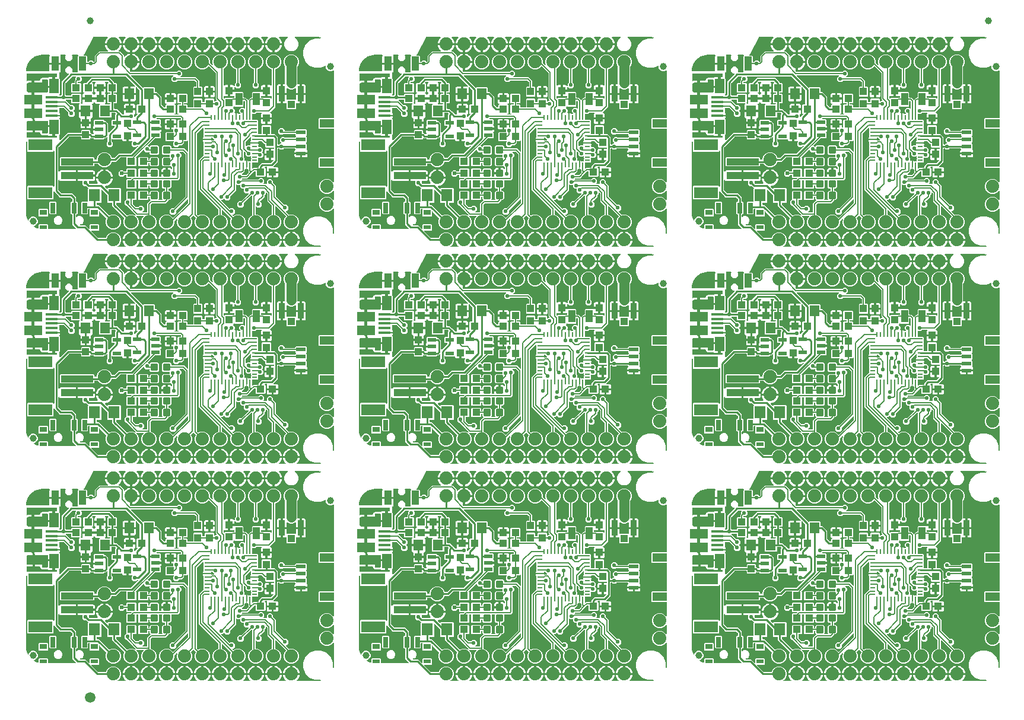
<source format=gtl>
G04 EAGLE Gerber RS-274X export*
G75*
%MOMM*%
%FSLAX34Y34*%
%LPD*%
%INTop Copper*%
%IPPOS*%
%AMOC8*
5,1,8,0,0,1.08239X$1,22.5*%
G01*
%ADD10R,1.400000X1.600000*%
%ADD11R,1.100000X1.000000*%
%ADD12C,0.300000*%
%ADD13R,1.600000X1.800000*%
%ADD14R,1.750000X0.400000*%
%ADD15R,1.460000X2.000000*%
%ADD16R,2.500000X1.425000*%
%ADD17C,1.000000*%
%ADD18C,1.100000*%
%ADD19R,1.000000X1.100000*%
%ADD20R,0.700000X1.500000*%
%ADD21R,1.000000X0.600000*%
%ADD22R,1.000000X0.800000*%
%ADD23R,1.200000X0.550000*%
%ADD24C,1.879600*%
%ADD25R,1.100000X2.000000*%
%ADD26R,4.600000X1.000000*%
%ADD27R,3.400000X1.600000*%
%ADD28R,2.000000X1.200000*%
%ADD29R,1.350000X0.600000*%
%ADD30R,1.000000X1.800000*%
%ADD31R,0.850000X2.200000*%
%ADD32R,1.000000X1.050000*%
%ADD33R,0.250000X0.700000*%
%ADD34R,0.700000X0.250000*%
%ADD35C,1.500000*%
%ADD36C,0.152400*%
%ADD37C,0.558800*%
%ADD38C,0.279400*%
%ADD39C,0.254000*%
%ADD40C,1.473200*%
%ADD41C,0.604000*%

G36*
X143908Y2552D02*
X143908Y2552D01*
X143980Y2554D01*
X144029Y2572D01*
X144080Y2580D01*
X144144Y2614D01*
X144211Y2639D01*
X144252Y2671D01*
X144298Y2696D01*
X144347Y2748D01*
X144403Y2792D01*
X144431Y2836D01*
X144467Y2874D01*
X144497Y2939D01*
X144536Y2999D01*
X144549Y3050D01*
X144571Y3097D01*
X144579Y3168D01*
X144596Y3238D01*
X144592Y3290D01*
X144598Y3341D01*
X144583Y3412D01*
X144577Y3483D01*
X144557Y3531D01*
X144546Y3582D01*
X144509Y3643D01*
X144481Y3709D01*
X144436Y3765D01*
X144419Y3793D01*
X144402Y3808D01*
X144376Y3840D01*
X143294Y4922D01*
X142189Y6443D01*
X141336Y8117D01*
X140755Y9904D01*
X140554Y11177D01*
X151638Y11177D01*
X151658Y11180D01*
X151677Y11178D01*
X151779Y11200D01*
X151881Y11217D01*
X151898Y11226D01*
X151918Y11230D01*
X152007Y11283D01*
X152098Y11332D01*
X152112Y11346D01*
X152129Y11356D01*
X152196Y11435D01*
X152267Y11510D01*
X152276Y11528D01*
X152289Y11543D01*
X152327Y11639D01*
X152371Y11733D01*
X152373Y11753D01*
X152381Y11771D01*
X152399Y11938D01*
X152399Y12701D01*
X152401Y12701D01*
X152401Y11938D01*
X152404Y11918D01*
X152402Y11899D01*
X152424Y11797D01*
X152441Y11695D01*
X152450Y11678D01*
X152454Y11658D01*
X152507Y11569D01*
X152556Y11478D01*
X152570Y11464D01*
X152580Y11447D01*
X152659Y11380D01*
X152734Y11309D01*
X152752Y11300D01*
X152767Y11287D01*
X152863Y11248D01*
X152957Y11205D01*
X152977Y11203D01*
X152995Y11195D01*
X153162Y11177D01*
X164246Y11177D01*
X164045Y9904D01*
X163464Y8117D01*
X162611Y6443D01*
X161506Y4922D01*
X160424Y3840D01*
X160382Y3782D01*
X160333Y3730D01*
X160311Y3683D01*
X160281Y3641D01*
X160260Y3572D01*
X160229Y3507D01*
X160224Y3455D01*
X160208Y3405D01*
X160210Y3334D01*
X160202Y3263D01*
X160213Y3212D01*
X160215Y3160D01*
X160239Y3092D01*
X160254Y3022D01*
X160281Y2977D01*
X160299Y2929D01*
X160344Y2873D01*
X160381Y2811D01*
X160420Y2777D01*
X160453Y2737D01*
X160513Y2698D01*
X160568Y2651D01*
X160616Y2632D01*
X160660Y2604D01*
X160729Y2586D01*
X160796Y2559D01*
X160867Y2551D01*
X160898Y2543D01*
X160922Y2545D01*
X160962Y2541D01*
X169238Y2541D01*
X169308Y2552D01*
X169380Y2554D01*
X169429Y2572D01*
X169480Y2580D01*
X169544Y2614D01*
X169611Y2639D01*
X169652Y2671D01*
X169698Y2696D01*
X169747Y2748D01*
X169803Y2792D01*
X169831Y2836D01*
X169867Y2874D01*
X169897Y2939D01*
X169936Y2999D01*
X169949Y3050D01*
X169971Y3097D01*
X169979Y3168D01*
X169996Y3238D01*
X169992Y3290D01*
X169998Y3341D01*
X169983Y3412D01*
X169977Y3483D01*
X169957Y3531D01*
X169946Y3582D01*
X169909Y3643D01*
X169881Y3709D01*
X169836Y3765D01*
X169819Y3793D01*
X169802Y3808D01*
X169776Y3840D01*
X168694Y4922D01*
X167589Y6443D01*
X166736Y8117D01*
X166155Y9904D01*
X165954Y11177D01*
X177038Y11177D01*
X177058Y11180D01*
X177077Y11178D01*
X177179Y11200D01*
X177281Y11217D01*
X177298Y11226D01*
X177318Y11230D01*
X177407Y11283D01*
X177498Y11332D01*
X177512Y11346D01*
X177529Y11356D01*
X177596Y11435D01*
X177667Y11510D01*
X177676Y11528D01*
X177689Y11543D01*
X177727Y11639D01*
X177771Y11733D01*
X177773Y11753D01*
X177781Y11771D01*
X177799Y11938D01*
X177799Y12701D01*
X177801Y12701D01*
X177801Y11938D01*
X177804Y11918D01*
X177802Y11899D01*
X177824Y11797D01*
X177841Y11695D01*
X177850Y11678D01*
X177854Y11658D01*
X177907Y11569D01*
X177956Y11478D01*
X177970Y11464D01*
X177980Y11447D01*
X178059Y11380D01*
X178134Y11309D01*
X178152Y11300D01*
X178167Y11287D01*
X178263Y11248D01*
X178357Y11205D01*
X178377Y11203D01*
X178395Y11195D01*
X178562Y11177D01*
X189646Y11177D01*
X189445Y9904D01*
X188864Y8117D01*
X188011Y6443D01*
X186906Y4922D01*
X185824Y3840D01*
X185782Y3782D01*
X185733Y3730D01*
X185711Y3683D01*
X185681Y3641D01*
X185660Y3572D01*
X185629Y3507D01*
X185624Y3455D01*
X185608Y3405D01*
X185610Y3334D01*
X185602Y3263D01*
X185613Y3212D01*
X185615Y3160D01*
X185639Y3092D01*
X185654Y3022D01*
X185681Y2977D01*
X185699Y2929D01*
X185744Y2873D01*
X185781Y2811D01*
X185820Y2777D01*
X185853Y2737D01*
X185913Y2698D01*
X185968Y2651D01*
X186016Y2632D01*
X186060Y2604D01*
X186129Y2586D01*
X186196Y2559D01*
X186267Y2551D01*
X186298Y2543D01*
X186322Y2545D01*
X186362Y2541D01*
X194638Y2541D01*
X194708Y2552D01*
X194780Y2554D01*
X194829Y2572D01*
X194880Y2580D01*
X194944Y2614D01*
X195011Y2639D01*
X195052Y2671D01*
X195098Y2696D01*
X195147Y2748D01*
X195203Y2792D01*
X195231Y2836D01*
X195267Y2874D01*
X195297Y2939D01*
X195336Y2999D01*
X195349Y3050D01*
X195371Y3097D01*
X195379Y3168D01*
X195396Y3238D01*
X195392Y3290D01*
X195398Y3341D01*
X195383Y3412D01*
X195377Y3483D01*
X195357Y3531D01*
X195346Y3582D01*
X195309Y3643D01*
X195281Y3709D01*
X195236Y3765D01*
X195219Y3793D01*
X195202Y3808D01*
X195176Y3840D01*
X194094Y4922D01*
X192989Y6443D01*
X192136Y8117D01*
X191555Y9904D01*
X191354Y11177D01*
X202438Y11177D01*
X202458Y11180D01*
X202477Y11178D01*
X202579Y11200D01*
X202681Y11217D01*
X202698Y11226D01*
X202718Y11230D01*
X202807Y11283D01*
X202898Y11332D01*
X202912Y11346D01*
X202929Y11356D01*
X202996Y11435D01*
X203067Y11510D01*
X203076Y11528D01*
X203089Y11543D01*
X203127Y11639D01*
X203171Y11733D01*
X203173Y11753D01*
X203181Y11771D01*
X203199Y11938D01*
X203199Y12701D01*
X203201Y12701D01*
X203201Y11938D01*
X203204Y11918D01*
X203202Y11899D01*
X203224Y11797D01*
X203241Y11695D01*
X203250Y11678D01*
X203254Y11658D01*
X203307Y11569D01*
X203356Y11478D01*
X203370Y11464D01*
X203380Y11447D01*
X203459Y11380D01*
X203534Y11309D01*
X203552Y11300D01*
X203567Y11287D01*
X203663Y11248D01*
X203757Y11205D01*
X203777Y11203D01*
X203795Y11195D01*
X203962Y11177D01*
X215046Y11177D01*
X214845Y9904D01*
X214264Y8117D01*
X213411Y6443D01*
X212306Y4922D01*
X211224Y3840D01*
X211182Y3782D01*
X211133Y3730D01*
X211111Y3683D01*
X211081Y3641D01*
X211060Y3572D01*
X211029Y3507D01*
X211024Y3455D01*
X211008Y3405D01*
X211010Y3334D01*
X211002Y3263D01*
X211013Y3212D01*
X211015Y3160D01*
X211039Y3092D01*
X211054Y3022D01*
X211081Y2977D01*
X211099Y2929D01*
X211144Y2873D01*
X211181Y2811D01*
X211220Y2777D01*
X211253Y2737D01*
X211313Y2698D01*
X211368Y2651D01*
X211416Y2632D01*
X211460Y2604D01*
X211529Y2586D01*
X211596Y2559D01*
X211667Y2551D01*
X211698Y2543D01*
X211722Y2545D01*
X211762Y2541D01*
X220038Y2541D01*
X220108Y2552D01*
X220180Y2554D01*
X220229Y2572D01*
X220280Y2580D01*
X220344Y2614D01*
X220411Y2639D01*
X220452Y2671D01*
X220498Y2696D01*
X220547Y2748D01*
X220603Y2792D01*
X220631Y2836D01*
X220667Y2874D01*
X220697Y2939D01*
X220736Y2999D01*
X220749Y3050D01*
X220771Y3097D01*
X220779Y3168D01*
X220796Y3238D01*
X220792Y3290D01*
X220798Y3341D01*
X220783Y3412D01*
X220777Y3483D01*
X220757Y3531D01*
X220746Y3582D01*
X220709Y3643D01*
X220681Y3709D01*
X220636Y3765D01*
X220619Y3793D01*
X220602Y3808D01*
X220576Y3840D01*
X219494Y4922D01*
X218389Y6443D01*
X217536Y8117D01*
X216955Y9904D01*
X216754Y11177D01*
X227838Y11177D01*
X227858Y11180D01*
X227877Y11178D01*
X227979Y11200D01*
X228081Y11217D01*
X228098Y11226D01*
X228118Y11230D01*
X228207Y11283D01*
X228298Y11332D01*
X228312Y11346D01*
X228329Y11356D01*
X228396Y11435D01*
X228467Y11510D01*
X228476Y11528D01*
X228489Y11543D01*
X228527Y11639D01*
X228571Y11733D01*
X228573Y11753D01*
X228581Y11771D01*
X228599Y11938D01*
X228599Y12701D01*
X228601Y12701D01*
X228601Y11938D01*
X228604Y11918D01*
X228602Y11899D01*
X228624Y11797D01*
X228641Y11695D01*
X228650Y11678D01*
X228654Y11658D01*
X228707Y11569D01*
X228756Y11478D01*
X228770Y11464D01*
X228780Y11447D01*
X228859Y11380D01*
X228934Y11309D01*
X228952Y11300D01*
X228967Y11287D01*
X229063Y11248D01*
X229157Y11205D01*
X229177Y11203D01*
X229195Y11195D01*
X229362Y11177D01*
X240446Y11177D01*
X240245Y9904D01*
X239664Y8117D01*
X238811Y6443D01*
X237706Y4922D01*
X236624Y3840D01*
X236582Y3782D01*
X236533Y3730D01*
X236511Y3683D01*
X236481Y3641D01*
X236460Y3572D01*
X236429Y3507D01*
X236424Y3455D01*
X236408Y3405D01*
X236410Y3334D01*
X236402Y3263D01*
X236413Y3212D01*
X236415Y3160D01*
X236439Y3092D01*
X236454Y3022D01*
X236481Y2977D01*
X236499Y2929D01*
X236544Y2873D01*
X236581Y2811D01*
X236620Y2777D01*
X236653Y2737D01*
X236713Y2698D01*
X236768Y2651D01*
X236816Y2632D01*
X236860Y2604D01*
X236929Y2586D01*
X236996Y2559D01*
X237067Y2551D01*
X237098Y2543D01*
X237122Y2545D01*
X237162Y2541D01*
X245438Y2541D01*
X245508Y2552D01*
X245580Y2554D01*
X245629Y2572D01*
X245680Y2580D01*
X245744Y2614D01*
X245811Y2639D01*
X245852Y2671D01*
X245898Y2696D01*
X245947Y2748D01*
X246003Y2792D01*
X246031Y2836D01*
X246067Y2874D01*
X246097Y2939D01*
X246136Y2999D01*
X246149Y3050D01*
X246171Y3097D01*
X246179Y3168D01*
X246196Y3238D01*
X246192Y3290D01*
X246198Y3341D01*
X246183Y3412D01*
X246177Y3483D01*
X246157Y3531D01*
X246146Y3582D01*
X246109Y3643D01*
X246081Y3709D01*
X246036Y3765D01*
X246019Y3793D01*
X246002Y3808D01*
X245976Y3840D01*
X244894Y4922D01*
X243789Y6443D01*
X242936Y8117D01*
X242355Y9904D01*
X242154Y11177D01*
X253238Y11177D01*
X253258Y11180D01*
X253277Y11178D01*
X253379Y11200D01*
X253481Y11217D01*
X253498Y11226D01*
X253518Y11230D01*
X253607Y11283D01*
X253698Y11332D01*
X253712Y11346D01*
X253729Y11356D01*
X253796Y11435D01*
X253867Y11510D01*
X253876Y11528D01*
X253889Y11543D01*
X253927Y11639D01*
X253971Y11733D01*
X253973Y11753D01*
X253981Y11771D01*
X253999Y11938D01*
X253999Y12701D01*
X254001Y12701D01*
X254001Y11938D01*
X254004Y11918D01*
X254002Y11899D01*
X254024Y11797D01*
X254041Y11695D01*
X254050Y11678D01*
X254054Y11658D01*
X254107Y11569D01*
X254156Y11478D01*
X254170Y11464D01*
X254180Y11447D01*
X254259Y11380D01*
X254334Y11309D01*
X254352Y11300D01*
X254367Y11287D01*
X254463Y11248D01*
X254557Y11205D01*
X254577Y11203D01*
X254595Y11195D01*
X254762Y11177D01*
X265846Y11177D01*
X265645Y9904D01*
X265064Y8117D01*
X264211Y6443D01*
X263106Y4922D01*
X262024Y3840D01*
X261982Y3782D01*
X261933Y3730D01*
X261911Y3683D01*
X261881Y3641D01*
X261860Y3572D01*
X261829Y3507D01*
X261824Y3455D01*
X261808Y3405D01*
X261810Y3334D01*
X261802Y3263D01*
X261813Y3212D01*
X261815Y3160D01*
X261839Y3092D01*
X261854Y3022D01*
X261881Y2977D01*
X261899Y2929D01*
X261944Y2873D01*
X261981Y2811D01*
X262020Y2777D01*
X262053Y2737D01*
X262113Y2698D01*
X262168Y2651D01*
X262216Y2632D01*
X262260Y2604D01*
X262329Y2586D01*
X262396Y2559D01*
X262467Y2551D01*
X262498Y2543D01*
X262522Y2545D01*
X262562Y2541D01*
X270838Y2541D01*
X270908Y2552D01*
X270980Y2554D01*
X271029Y2572D01*
X271080Y2580D01*
X271144Y2614D01*
X271211Y2639D01*
X271252Y2671D01*
X271298Y2696D01*
X271347Y2748D01*
X271403Y2792D01*
X271431Y2836D01*
X271467Y2874D01*
X271497Y2939D01*
X271536Y2999D01*
X271549Y3050D01*
X271571Y3097D01*
X271579Y3168D01*
X271596Y3238D01*
X271592Y3290D01*
X271598Y3341D01*
X271583Y3412D01*
X271577Y3483D01*
X271557Y3531D01*
X271546Y3582D01*
X271509Y3643D01*
X271481Y3709D01*
X271436Y3765D01*
X271419Y3793D01*
X271402Y3808D01*
X271376Y3840D01*
X270294Y4922D01*
X269189Y6443D01*
X268336Y8117D01*
X267755Y9904D01*
X267554Y11177D01*
X278638Y11177D01*
X278658Y11180D01*
X278677Y11178D01*
X278779Y11200D01*
X278881Y11217D01*
X278898Y11226D01*
X278918Y11230D01*
X279007Y11283D01*
X279098Y11332D01*
X279112Y11346D01*
X279129Y11356D01*
X279196Y11435D01*
X279267Y11510D01*
X279276Y11528D01*
X279289Y11543D01*
X279327Y11639D01*
X279371Y11733D01*
X279373Y11753D01*
X279381Y11771D01*
X279399Y11938D01*
X279399Y12701D01*
X279401Y12701D01*
X279401Y11938D01*
X279404Y11918D01*
X279402Y11899D01*
X279424Y11797D01*
X279441Y11695D01*
X279450Y11678D01*
X279454Y11658D01*
X279507Y11569D01*
X279556Y11478D01*
X279570Y11464D01*
X279580Y11447D01*
X279659Y11380D01*
X279734Y11309D01*
X279752Y11300D01*
X279767Y11287D01*
X279863Y11248D01*
X279957Y11205D01*
X279977Y11203D01*
X279995Y11195D01*
X280162Y11177D01*
X291246Y11177D01*
X291045Y9904D01*
X290464Y8117D01*
X289611Y6443D01*
X288506Y4922D01*
X287424Y3840D01*
X287382Y3782D01*
X287333Y3730D01*
X287311Y3683D01*
X287281Y3641D01*
X287260Y3572D01*
X287229Y3507D01*
X287224Y3455D01*
X287208Y3405D01*
X287210Y3334D01*
X287202Y3263D01*
X287213Y3212D01*
X287215Y3160D01*
X287239Y3092D01*
X287254Y3022D01*
X287281Y2977D01*
X287299Y2929D01*
X287344Y2873D01*
X287381Y2811D01*
X287420Y2777D01*
X287453Y2737D01*
X287513Y2698D01*
X287568Y2651D01*
X287616Y2632D01*
X287660Y2604D01*
X287729Y2586D01*
X287796Y2559D01*
X287867Y2551D01*
X287898Y2543D01*
X287922Y2545D01*
X287962Y2541D01*
X296238Y2541D01*
X296308Y2552D01*
X296380Y2554D01*
X296429Y2572D01*
X296480Y2580D01*
X296544Y2614D01*
X296611Y2639D01*
X296652Y2671D01*
X296698Y2696D01*
X296747Y2748D01*
X296803Y2792D01*
X296831Y2836D01*
X296867Y2874D01*
X296897Y2939D01*
X296936Y2999D01*
X296949Y3050D01*
X296971Y3097D01*
X296979Y3168D01*
X296996Y3238D01*
X296992Y3290D01*
X296998Y3341D01*
X296983Y3412D01*
X296977Y3483D01*
X296957Y3531D01*
X296946Y3582D01*
X296909Y3643D01*
X296881Y3709D01*
X296836Y3765D01*
X296819Y3793D01*
X296802Y3808D01*
X296776Y3840D01*
X295694Y4922D01*
X294589Y6443D01*
X293736Y8117D01*
X293155Y9904D01*
X292954Y11177D01*
X304038Y11177D01*
X304058Y11180D01*
X304077Y11178D01*
X304179Y11200D01*
X304281Y11217D01*
X304298Y11226D01*
X304318Y11230D01*
X304407Y11283D01*
X304498Y11332D01*
X304512Y11346D01*
X304529Y11356D01*
X304596Y11435D01*
X304667Y11510D01*
X304676Y11528D01*
X304689Y11543D01*
X304727Y11639D01*
X304771Y11733D01*
X304773Y11753D01*
X304781Y11771D01*
X304799Y11938D01*
X304799Y12701D01*
X304801Y12701D01*
X304801Y11938D01*
X304804Y11918D01*
X304802Y11899D01*
X304824Y11797D01*
X304841Y11695D01*
X304850Y11678D01*
X304854Y11658D01*
X304907Y11569D01*
X304956Y11478D01*
X304970Y11464D01*
X304980Y11447D01*
X305059Y11380D01*
X305134Y11309D01*
X305152Y11300D01*
X305167Y11287D01*
X305263Y11248D01*
X305357Y11205D01*
X305377Y11203D01*
X305395Y11195D01*
X305562Y11177D01*
X316646Y11177D01*
X316445Y9904D01*
X315864Y8117D01*
X315011Y6443D01*
X313906Y4922D01*
X312824Y3840D01*
X312782Y3782D01*
X312733Y3730D01*
X312711Y3683D01*
X312681Y3641D01*
X312660Y3572D01*
X312629Y3507D01*
X312624Y3455D01*
X312608Y3405D01*
X312610Y3334D01*
X312602Y3263D01*
X312613Y3212D01*
X312615Y3160D01*
X312639Y3092D01*
X312654Y3022D01*
X312681Y2977D01*
X312699Y2929D01*
X312744Y2873D01*
X312781Y2811D01*
X312820Y2777D01*
X312853Y2737D01*
X312913Y2698D01*
X312968Y2651D01*
X313016Y2632D01*
X313060Y2604D01*
X313129Y2586D01*
X313196Y2559D01*
X313267Y2551D01*
X313298Y2543D01*
X313322Y2545D01*
X313362Y2541D01*
X321638Y2541D01*
X321708Y2552D01*
X321780Y2554D01*
X321829Y2572D01*
X321880Y2580D01*
X321944Y2614D01*
X322011Y2639D01*
X322052Y2671D01*
X322098Y2696D01*
X322147Y2748D01*
X322203Y2792D01*
X322231Y2836D01*
X322267Y2874D01*
X322297Y2939D01*
X322336Y2999D01*
X322349Y3050D01*
X322371Y3097D01*
X322379Y3168D01*
X322396Y3238D01*
X322392Y3290D01*
X322398Y3341D01*
X322383Y3412D01*
X322377Y3483D01*
X322357Y3531D01*
X322346Y3582D01*
X322309Y3643D01*
X322281Y3709D01*
X322236Y3765D01*
X322219Y3793D01*
X322202Y3808D01*
X322176Y3840D01*
X321094Y4922D01*
X319989Y6443D01*
X319136Y8117D01*
X318555Y9904D01*
X318354Y11177D01*
X329438Y11177D01*
X329458Y11180D01*
X329477Y11178D01*
X329579Y11200D01*
X329681Y11217D01*
X329698Y11226D01*
X329718Y11230D01*
X329807Y11283D01*
X329898Y11332D01*
X329912Y11346D01*
X329929Y11356D01*
X329996Y11435D01*
X330067Y11510D01*
X330076Y11528D01*
X330089Y11543D01*
X330127Y11639D01*
X330171Y11733D01*
X330173Y11753D01*
X330181Y11771D01*
X330199Y11938D01*
X330199Y12701D01*
X330201Y12701D01*
X330201Y11938D01*
X330204Y11918D01*
X330202Y11899D01*
X330224Y11797D01*
X330241Y11695D01*
X330250Y11678D01*
X330254Y11658D01*
X330307Y11569D01*
X330356Y11478D01*
X330370Y11464D01*
X330380Y11447D01*
X330459Y11380D01*
X330534Y11309D01*
X330552Y11300D01*
X330567Y11287D01*
X330663Y11248D01*
X330757Y11205D01*
X330777Y11203D01*
X330795Y11195D01*
X330962Y11177D01*
X342046Y11177D01*
X341845Y9904D01*
X341264Y8117D01*
X340411Y6443D01*
X339306Y4922D01*
X338224Y3840D01*
X338182Y3782D01*
X338133Y3730D01*
X338111Y3683D01*
X338081Y3641D01*
X338060Y3572D01*
X338029Y3507D01*
X338024Y3455D01*
X338008Y3405D01*
X338010Y3334D01*
X338002Y3263D01*
X338013Y3212D01*
X338015Y3160D01*
X338039Y3092D01*
X338054Y3022D01*
X338081Y2977D01*
X338099Y2929D01*
X338144Y2873D01*
X338181Y2811D01*
X338220Y2777D01*
X338253Y2737D01*
X338313Y2698D01*
X338368Y2651D01*
X338416Y2632D01*
X338460Y2604D01*
X338529Y2586D01*
X338596Y2559D01*
X338667Y2551D01*
X338698Y2543D01*
X338722Y2545D01*
X338762Y2541D01*
X347038Y2541D01*
X347108Y2552D01*
X347180Y2554D01*
X347229Y2572D01*
X347280Y2580D01*
X347344Y2614D01*
X347411Y2639D01*
X347452Y2671D01*
X347498Y2696D01*
X347547Y2748D01*
X347603Y2792D01*
X347631Y2836D01*
X347667Y2874D01*
X347697Y2939D01*
X347736Y2999D01*
X347749Y3050D01*
X347771Y3097D01*
X347779Y3168D01*
X347796Y3238D01*
X347792Y3290D01*
X347798Y3341D01*
X347783Y3412D01*
X347777Y3483D01*
X347757Y3531D01*
X347746Y3582D01*
X347709Y3643D01*
X347681Y3709D01*
X347636Y3765D01*
X347619Y3793D01*
X347602Y3808D01*
X347576Y3840D01*
X346494Y4922D01*
X345389Y6443D01*
X344536Y8117D01*
X343955Y9904D01*
X343754Y11177D01*
X354838Y11177D01*
X354858Y11180D01*
X354877Y11178D01*
X354979Y11200D01*
X355081Y11217D01*
X355098Y11226D01*
X355118Y11230D01*
X355207Y11283D01*
X355298Y11332D01*
X355312Y11346D01*
X355329Y11356D01*
X355396Y11435D01*
X355467Y11510D01*
X355476Y11528D01*
X355489Y11543D01*
X355527Y11639D01*
X355571Y11733D01*
X355573Y11753D01*
X355581Y11771D01*
X355599Y11938D01*
X355599Y12701D01*
X355601Y12701D01*
X355601Y11938D01*
X355604Y11918D01*
X355602Y11899D01*
X355624Y11797D01*
X355641Y11695D01*
X355650Y11678D01*
X355654Y11658D01*
X355707Y11569D01*
X355756Y11478D01*
X355770Y11464D01*
X355780Y11447D01*
X355859Y11380D01*
X355934Y11309D01*
X355952Y11300D01*
X355967Y11287D01*
X356063Y11248D01*
X356157Y11205D01*
X356177Y11203D01*
X356195Y11195D01*
X356362Y11177D01*
X367446Y11177D01*
X367245Y9904D01*
X366664Y8117D01*
X365811Y6443D01*
X364706Y4922D01*
X363624Y3840D01*
X363582Y3782D01*
X363533Y3730D01*
X363511Y3683D01*
X363481Y3641D01*
X363460Y3572D01*
X363429Y3507D01*
X363424Y3455D01*
X363408Y3405D01*
X363410Y3334D01*
X363402Y3263D01*
X363413Y3212D01*
X363415Y3160D01*
X363439Y3092D01*
X363454Y3022D01*
X363481Y2977D01*
X363499Y2929D01*
X363544Y2873D01*
X363581Y2811D01*
X363620Y2777D01*
X363653Y2737D01*
X363713Y2698D01*
X363768Y2651D01*
X363816Y2632D01*
X363860Y2604D01*
X363929Y2586D01*
X363996Y2559D01*
X364067Y2551D01*
X364098Y2543D01*
X364122Y2545D01*
X364162Y2541D01*
X372438Y2541D01*
X372508Y2552D01*
X372580Y2554D01*
X372629Y2572D01*
X372680Y2580D01*
X372744Y2614D01*
X372811Y2639D01*
X372852Y2671D01*
X372898Y2696D01*
X372947Y2748D01*
X373003Y2792D01*
X373031Y2836D01*
X373067Y2874D01*
X373097Y2939D01*
X373136Y2999D01*
X373149Y3050D01*
X373171Y3097D01*
X373179Y3168D01*
X373196Y3238D01*
X373192Y3290D01*
X373198Y3341D01*
X373183Y3412D01*
X373177Y3483D01*
X373157Y3531D01*
X373146Y3582D01*
X373109Y3643D01*
X373081Y3709D01*
X373036Y3765D01*
X373019Y3793D01*
X373002Y3808D01*
X372976Y3840D01*
X371894Y4922D01*
X370789Y6443D01*
X369936Y8117D01*
X369355Y9904D01*
X369154Y11177D01*
X380238Y11177D01*
X380258Y11180D01*
X380277Y11178D01*
X380379Y11200D01*
X380481Y11217D01*
X380498Y11226D01*
X380518Y11230D01*
X380607Y11283D01*
X380698Y11332D01*
X380712Y11346D01*
X380729Y11356D01*
X380796Y11435D01*
X380867Y11510D01*
X380876Y11528D01*
X380889Y11543D01*
X380927Y11639D01*
X380971Y11733D01*
X380973Y11753D01*
X380981Y11771D01*
X380999Y11938D01*
X380999Y12701D01*
X381001Y12701D01*
X381001Y11938D01*
X381004Y11918D01*
X381002Y11899D01*
X381024Y11797D01*
X381041Y11695D01*
X381050Y11678D01*
X381054Y11658D01*
X381107Y11569D01*
X381156Y11478D01*
X381170Y11464D01*
X381180Y11447D01*
X381259Y11380D01*
X381334Y11309D01*
X381352Y11300D01*
X381367Y11287D01*
X381463Y11248D01*
X381557Y11205D01*
X381577Y11203D01*
X381595Y11195D01*
X381762Y11177D01*
X392846Y11177D01*
X392645Y9904D01*
X392064Y8117D01*
X391211Y6443D01*
X390106Y4922D01*
X389024Y3840D01*
X388982Y3782D01*
X388933Y3730D01*
X388911Y3683D01*
X388881Y3641D01*
X388860Y3572D01*
X388829Y3507D01*
X388824Y3455D01*
X388808Y3405D01*
X388810Y3334D01*
X388802Y3263D01*
X388813Y3212D01*
X388815Y3160D01*
X388839Y3092D01*
X388854Y3022D01*
X388881Y2977D01*
X388899Y2929D01*
X388944Y2873D01*
X388981Y2811D01*
X389020Y2777D01*
X389053Y2737D01*
X389113Y2698D01*
X389168Y2651D01*
X389216Y2632D01*
X389260Y2604D01*
X389329Y2586D01*
X389396Y2559D01*
X389467Y2551D01*
X389498Y2543D01*
X389522Y2545D01*
X389562Y2541D01*
X419100Y2541D01*
X419122Y2544D01*
X419160Y2543D01*
X422388Y2797D01*
X422479Y2819D01*
X422571Y2835D01*
X422597Y2849D01*
X422627Y2856D01*
X422706Y2906D01*
X422788Y2950D01*
X422809Y2971D01*
X422834Y2988D01*
X422893Y3060D01*
X422958Y3128D01*
X422970Y3155D01*
X422989Y3179D01*
X423022Y3266D01*
X423061Y3351D01*
X423064Y3381D01*
X423075Y3409D01*
X423078Y3503D01*
X423088Y3595D01*
X423082Y3625D01*
X423083Y3655D01*
X423056Y3744D01*
X423036Y3836D01*
X423021Y3862D01*
X423012Y3891D01*
X422958Y3967D01*
X422910Y4047D01*
X422887Y4067D01*
X422870Y4091D01*
X422794Y4146D01*
X422723Y4207D01*
X422695Y4218D01*
X422671Y4236D01*
X422582Y4264D01*
X422495Y4299D01*
X422457Y4303D01*
X422436Y4310D01*
X422382Y4311D01*
X422328Y4317D01*
X414906Y4317D01*
X407158Y7527D01*
X401227Y13458D01*
X398017Y21206D01*
X398017Y29594D01*
X401227Y37342D01*
X407158Y43273D01*
X414906Y46483D01*
X423294Y46483D01*
X431042Y43273D01*
X436973Y37342D01*
X440183Y29594D01*
X440183Y22172D01*
X440198Y22080D01*
X440206Y21986D01*
X440218Y21959D01*
X440222Y21929D01*
X440266Y21847D01*
X440303Y21761D01*
X440323Y21738D01*
X440338Y21712D01*
X440405Y21647D01*
X440468Y21578D01*
X440494Y21563D01*
X440516Y21542D01*
X440601Y21503D01*
X440682Y21457D01*
X440712Y21451D01*
X440739Y21439D01*
X440832Y21428D01*
X440924Y21411D01*
X440954Y21415D01*
X440983Y21412D01*
X441075Y21432D01*
X441167Y21444D01*
X441194Y21457D01*
X441224Y21464D01*
X441304Y21512D01*
X441388Y21553D01*
X441409Y21575D01*
X441435Y21590D01*
X441496Y21661D01*
X441562Y21727D01*
X441575Y21754D01*
X441595Y21777D01*
X441630Y21864D01*
X441671Y21947D01*
X441679Y21985D01*
X441687Y22005D01*
X441693Y22059D01*
X441703Y22112D01*
X441957Y25340D01*
X441955Y25362D01*
X441959Y25400D01*
X441959Y56374D01*
X441948Y56445D01*
X441946Y56517D01*
X441928Y56566D01*
X441920Y56617D01*
X441886Y56680D01*
X441861Y56748D01*
X441829Y56788D01*
X441804Y56835D01*
X441752Y56884D01*
X441708Y56940D01*
X441664Y56968D01*
X441626Y57004D01*
X441561Y57034D01*
X441501Y57073D01*
X441450Y57086D01*
X441403Y57108D01*
X441332Y57115D01*
X441262Y57133D01*
X441210Y57129D01*
X441159Y57135D01*
X441088Y57119D01*
X441017Y57114D01*
X440969Y57093D01*
X440918Y57082D01*
X440857Y57046D01*
X440791Y57017D01*
X440735Y56973D01*
X440707Y56956D01*
X440692Y56938D01*
X440660Y56913D01*
X437987Y54240D01*
X433973Y52577D01*
X429627Y52577D01*
X425613Y54240D01*
X422540Y57313D01*
X420877Y61327D01*
X420877Y65673D01*
X422540Y69687D01*
X425613Y72760D01*
X429627Y74423D01*
X433973Y74423D01*
X437987Y72760D01*
X440660Y70087D01*
X440718Y70045D01*
X440770Y69996D01*
X440817Y69974D01*
X440859Y69944D01*
X440928Y69923D01*
X440993Y69892D01*
X441045Y69887D01*
X441095Y69871D01*
X441166Y69873D01*
X441237Y69865D01*
X441288Y69876D01*
X441340Y69878D01*
X441408Y69902D01*
X441478Y69918D01*
X441523Y69944D01*
X441571Y69962D01*
X441627Y70007D01*
X441689Y70044D01*
X441723Y70083D01*
X441763Y70116D01*
X441802Y70176D01*
X441849Y70231D01*
X441868Y70279D01*
X441896Y70323D01*
X441914Y70392D01*
X441941Y70459D01*
X441949Y70530D01*
X441957Y70561D01*
X441955Y70585D01*
X441959Y70626D01*
X441959Y81774D01*
X441948Y81845D01*
X441946Y81917D01*
X441928Y81966D01*
X441920Y82017D01*
X441886Y82080D01*
X441861Y82148D01*
X441829Y82188D01*
X441804Y82235D01*
X441752Y82284D01*
X441708Y82340D01*
X441664Y82368D01*
X441626Y82404D01*
X441561Y82434D01*
X441501Y82473D01*
X441450Y82486D01*
X441403Y82508D01*
X441332Y82515D01*
X441262Y82533D01*
X441210Y82529D01*
X441159Y82535D01*
X441088Y82519D01*
X441017Y82514D01*
X440969Y82493D01*
X440918Y82482D01*
X440857Y82446D01*
X440791Y82417D01*
X440735Y82373D01*
X440707Y82356D01*
X440692Y82338D01*
X440660Y82313D01*
X437987Y79640D01*
X433973Y77977D01*
X429627Y77977D01*
X425613Y79640D01*
X422540Y82713D01*
X420877Y86727D01*
X420877Y91073D01*
X422540Y95087D01*
X425613Y98160D01*
X429627Y99823D01*
X433973Y99823D01*
X437987Y98160D01*
X440660Y95487D01*
X440718Y95445D01*
X440770Y95396D01*
X440817Y95374D01*
X440859Y95344D01*
X440928Y95323D01*
X440993Y95292D01*
X441045Y95287D01*
X441095Y95271D01*
X441166Y95273D01*
X441237Y95265D01*
X441288Y95276D01*
X441340Y95278D01*
X441408Y95302D01*
X441478Y95318D01*
X441523Y95344D01*
X441571Y95362D01*
X441627Y95407D01*
X441689Y95444D01*
X441723Y95483D01*
X441763Y95516D01*
X441802Y95576D01*
X441849Y95631D01*
X441868Y95679D01*
X441896Y95723D01*
X441914Y95792D01*
X441941Y95859D01*
X441949Y95930D01*
X441957Y95961D01*
X441955Y95985D01*
X441959Y96026D01*
X441959Y114844D01*
X441956Y114864D01*
X441958Y114883D01*
X441936Y114985D01*
X441920Y115087D01*
X441910Y115104D01*
X441906Y115124D01*
X441853Y115213D01*
X441804Y115304D01*
X441790Y115318D01*
X441780Y115335D01*
X441701Y115402D01*
X441626Y115474D01*
X441608Y115482D01*
X441593Y115495D01*
X441497Y115534D01*
X441403Y115577D01*
X441383Y115579D01*
X441365Y115587D01*
X441198Y115605D01*
X421088Y115605D01*
X420195Y116498D01*
X420195Y129762D01*
X421088Y130655D01*
X441198Y130655D01*
X441218Y130658D01*
X441237Y130656D01*
X441339Y130678D01*
X441441Y130694D01*
X441458Y130704D01*
X441478Y130708D01*
X441567Y130761D01*
X441658Y130810D01*
X441672Y130824D01*
X441689Y130834D01*
X441756Y130913D01*
X441828Y130988D01*
X441836Y131006D01*
X441849Y131021D01*
X441888Y131117D01*
X441931Y131211D01*
X441933Y131231D01*
X441941Y131249D01*
X441959Y131416D01*
X441959Y170844D01*
X441956Y170864D01*
X441958Y170883D01*
X441936Y170985D01*
X441920Y171087D01*
X441910Y171104D01*
X441906Y171124D01*
X441853Y171213D01*
X441804Y171304D01*
X441790Y171318D01*
X441780Y171335D01*
X441701Y171402D01*
X441626Y171474D01*
X441608Y171482D01*
X441593Y171495D01*
X441497Y171534D01*
X441403Y171577D01*
X441383Y171579D01*
X441365Y171587D01*
X441198Y171605D01*
X421088Y171605D01*
X420195Y172498D01*
X420195Y185762D01*
X421088Y186655D01*
X441198Y186655D01*
X441218Y186658D01*
X441237Y186656D01*
X441339Y186678D01*
X441441Y186694D01*
X441458Y186704D01*
X441478Y186708D01*
X441567Y186761D01*
X441658Y186810D01*
X441672Y186824D01*
X441689Y186834D01*
X441756Y186913D01*
X441828Y186988D01*
X441836Y187006D01*
X441849Y187021D01*
X441888Y187117D01*
X441931Y187211D01*
X441933Y187231D01*
X441941Y187249D01*
X441959Y187416D01*
X441959Y254110D01*
X441948Y254181D01*
X441946Y254253D01*
X441928Y254301D01*
X441920Y254353D01*
X441886Y254416D01*
X441861Y254484D01*
X441829Y254524D01*
X441804Y254570D01*
X441752Y254620D01*
X441708Y254676D01*
X441664Y254704D01*
X441626Y254740D01*
X441561Y254770D01*
X441501Y254809D01*
X441450Y254821D01*
X441403Y254843D01*
X441332Y254851D01*
X441262Y254869D01*
X441210Y254865D01*
X441159Y254870D01*
X441088Y254855D01*
X441017Y254850D01*
X440969Y254829D01*
X440918Y254818D01*
X440857Y254781D01*
X440791Y254753D01*
X440735Y254708D01*
X440707Y254692D01*
X440692Y254674D01*
X440660Y254648D01*
X440576Y254565D01*
X438178Y253571D01*
X435582Y253571D01*
X433184Y254565D01*
X431349Y256400D01*
X430355Y258798D01*
X430355Y260103D01*
X430348Y260148D01*
X430350Y260194D01*
X430328Y260269D01*
X430316Y260346D01*
X430294Y260386D01*
X430281Y260430D01*
X430237Y260494D01*
X430200Y260563D01*
X430167Y260595D01*
X430141Y260632D01*
X430078Y260679D01*
X430022Y260733D01*
X429980Y260752D01*
X429944Y260779D01*
X429870Y260803D01*
X429799Y260836D01*
X429753Y260841D01*
X429710Y260855D01*
X429632Y260855D01*
X429555Y260863D01*
X429510Y260853D01*
X429464Y260853D01*
X429332Y260815D01*
X429314Y260811D01*
X429310Y260808D01*
X429303Y260806D01*
X423294Y258317D01*
X414906Y258317D01*
X407158Y261527D01*
X401227Y267458D01*
X398017Y275206D01*
X398017Y283594D01*
X401227Y291342D01*
X407158Y297273D01*
X414906Y300483D01*
X422328Y300483D01*
X422420Y300498D01*
X422513Y300506D01*
X422541Y300518D01*
X422571Y300522D01*
X422653Y300566D01*
X422739Y300603D01*
X422762Y300623D01*
X422788Y300638D01*
X422852Y300705D01*
X422922Y300768D01*
X422937Y300794D01*
X422957Y300816D01*
X422997Y300901D01*
X423043Y300982D01*
X423048Y301012D01*
X423061Y301039D01*
X423071Y301132D01*
X423089Y301224D01*
X423085Y301254D01*
X423088Y301283D01*
X423068Y301375D01*
X423056Y301467D01*
X423042Y301494D01*
X423036Y301524D01*
X422988Y301604D01*
X422946Y301688D01*
X422925Y301709D01*
X422910Y301735D01*
X422839Y301796D01*
X422773Y301862D01*
X422746Y301875D01*
X422723Y301895D01*
X422636Y301930D01*
X422552Y301971D01*
X422515Y301979D01*
X422495Y301987D01*
X422441Y301993D01*
X422388Y302003D01*
X419160Y302257D01*
X419138Y302255D01*
X419100Y302259D01*
X386496Y302259D01*
X386400Y302244D01*
X386303Y302234D01*
X386279Y302224D01*
X386254Y302220D01*
X386168Y302174D01*
X386078Y302134D01*
X386059Y302117D01*
X386036Y302104D01*
X385969Y302034D01*
X385897Y301968D01*
X385885Y301945D01*
X385867Y301926D01*
X385826Y301838D01*
X385779Y301752D01*
X385774Y301727D01*
X385763Y301703D01*
X385752Y301606D01*
X385735Y301510D01*
X385739Y301484D01*
X385736Y301459D01*
X385757Y301364D01*
X385771Y301267D01*
X385783Y301244D01*
X385788Y301218D01*
X385838Y301135D01*
X385882Y301048D01*
X385901Y301029D01*
X385914Y301007D01*
X385989Y300944D01*
X386058Y300876D01*
X386087Y300860D01*
X386101Y300847D01*
X386132Y300835D01*
X386205Y300795D01*
X386679Y300599D01*
X389499Y297779D01*
X391025Y294094D01*
X391025Y290106D01*
X389499Y286421D01*
X386679Y283601D01*
X382994Y282075D01*
X379006Y282075D01*
X375321Y283601D01*
X372501Y286421D01*
X370975Y290106D01*
X370975Y294094D01*
X372501Y297779D01*
X375321Y300599D01*
X375795Y300795D01*
X375878Y300846D01*
X375964Y300892D01*
X375982Y300911D01*
X376004Y300924D01*
X376066Y300999D01*
X376133Y301070D01*
X376144Y301094D01*
X376161Y301114D01*
X376196Y301205D01*
X376237Y301293D01*
X376240Y301319D01*
X376249Y301343D01*
X376253Y301441D01*
X376264Y301537D01*
X376258Y301563D01*
X376260Y301589D01*
X376232Y301683D01*
X376212Y301778D01*
X376198Y301800D01*
X376191Y301825D01*
X376135Y301905D01*
X376086Y301989D01*
X376066Y302006D01*
X376051Y302027D01*
X375973Y302085D01*
X375899Y302149D01*
X375874Y302159D01*
X375853Y302174D01*
X375761Y302204D01*
X375670Y302241D01*
X375638Y302244D01*
X375620Y302250D01*
X375586Y302250D01*
X375504Y302259D01*
X364162Y302259D01*
X364092Y302248D01*
X364020Y302246D01*
X363971Y302228D01*
X363920Y302220D01*
X363856Y302186D01*
X363789Y302161D01*
X363748Y302129D01*
X363702Y302104D01*
X363653Y302052D01*
X363597Y302008D01*
X363569Y301964D01*
X363533Y301926D01*
X363503Y301861D01*
X363464Y301801D01*
X363451Y301750D01*
X363429Y301703D01*
X363421Y301632D01*
X363404Y301562D01*
X363408Y301510D01*
X363402Y301459D01*
X363417Y301388D01*
X363423Y301317D01*
X363443Y301269D01*
X363454Y301218D01*
X363491Y301157D01*
X363519Y301091D01*
X363564Y301035D01*
X363581Y301007D01*
X363598Y300992D01*
X363624Y300960D01*
X364706Y299878D01*
X365811Y298357D01*
X366664Y296683D01*
X367245Y294896D01*
X367446Y293623D01*
X356362Y293623D01*
X356342Y293620D01*
X356323Y293622D01*
X356221Y293600D01*
X356119Y293583D01*
X356102Y293574D01*
X356082Y293570D01*
X355993Y293517D01*
X355902Y293468D01*
X355888Y293454D01*
X355871Y293444D01*
X355804Y293365D01*
X355733Y293290D01*
X355724Y293272D01*
X355711Y293257D01*
X355673Y293161D01*
X355629Y293067D01*
X355627Y293047D01*
X355619Y293029D01*
X355601Y292862D01*
X355601Y292099D01*
X355599Y292099D01*
X355599Y292862D01*
X355596Y292882D01*
X355598Y292901D01*
X355576Y293003D01*
X355559Y293105D01*
X355550Y293122D01*
X355546Y293142D01*
X355493Y293231D01*
X355444Y293322D01*
X355430Y293336D01*
X355420Y293353D01*
X355341Y293420D01*
X355266Y293491D01*
X355248Y293500D01*
X355233Y293513D01*
X355137Y293552D01*
X355043Y293595D01*
X355023Y293597D01*
X355005Y293605D01*
X354838Y293623D01*
X343754Y293623D01*
X343955Y294896D01*
X344536Y296683D01*
X345389Y298357D01*
X346494Y299878D01*
X347576Y300960D01*
X347618Y301018D01*
X347667Y301070D01*
X347689Y301117D01*
X347719Y301159D01*
X347740Y301228D01*
X347771Y301293D01*
X347776Y301345D01*
X347792Y301395D01*
X347790Y301466D01*
X347798Y301537D01*
X347787Y301588D01*
X347785Y301640D01*
X347761Y301708D01*
X347746Y301778D01*
X347719Y301823D01*
X347701Y301871D01*
X347656Y301927D01*
X347619Y301989D01*
X347580Y302023D01*
X347547Y302063D01*
X347487Y302102D01*
X347432Y302149D01*
X347384Y302168D01*
X347340Y302196D01*
X347271Y302214D01*
X347204Y302241D01*
X347133Y302249D01*
X347102Y302257D01*
X347078Y302255D01*
X347038Y302259D01*
X338762Y302259D01*
X338692Y302248D01*
X338620Y302246D01*
X338571Y302228D01*
X338520Y302220D01*
X338456Y302186D01*
X338389Y302161D01*
X338348Y302129D01*
X338302Y302104D01*
X338253Y302052D01*
X338197Y302008D01*
X338169Y301964D01*
X338133Y301926D01*
X338103Y301861D01*
X338064Y301801D01*
X338051Y301750D01*
X338029Y301703D01*
X338021Y301632D01*
X338004Y301562D01*
X338008Y301510D01*
X338002Y301459D01*
X338017Y301388D01*
X338023Y301317D01*
X338043Y301269D01*
X338054Y301218D01*
X338091Y301157D01*
X338119Y301091D01*
X338164Y301035D01*
X338181Y301007D01*
X338198Y300992D01*
X338224Y300960D01*
X339306Y299878D01*
X340411Y298357D01*
X341264Y296683D01*
X341845Y294896D01*
X342046Y293623D01*
X330962Y293623D01*
X330942Y293620D01*
X330923Y293622D01*
X330821Y293600D01*
X330719Y293583D01*
X330702Y293574D01*
X330682Y293570D01*
X330593Y293517D01*
X330502Y293468D01*
X330488Y293454D01*
X330471Y293444D01*
X330404Y293365D01*
X330333Y293290D01*
X330324Y293272D01*
X330311Y293257D01*
X330273Y293161D01*
X330229Y293067D01*
X330227Y293047D01*
X330219Y293029D01*
X330201Y292862D01*
X330201Y292099D01*
X330199Y292099D01*
X330199Y292862D01*
X330196Y292882D01*
X330198Y292901D01*
X330176Y293003D01*
X330159Y293105D01*
X330150Y293122D01*
X330146Y293142D01*
X330093Y293231D01*
X330044Y293322D01*
X330030Y293336D01*
X330020Y293353D01*
X329941Y293420D01*
X329866Y293491D01*
X329848Y293500D01*
X329833Y293513D01*
X329737Y293552D01*
X329643Y293595D01*
X329623Y293597D01*
X329605Y293605D01*
X329438Y293623D01*
X318354Y293623D01*
X318555Y294896D01*
X319136Y296683D01*
X319989Y298357D01*
X321094Y299878D01*
X322176Y300960D01*
X322218Y301018D01*
X322267Y301070D01*
X322289Y301117D01*
X322319Y301159D01*
X322340Y301228D01*
X322371Y301293D01*
X322376Y301345D01*
X322392Y301395D01*
X322390Y301466D01*
X322398Y301537D01*
X322387Y301588D01*
X322385Y301640D01*
X322361Y301708D01*
X322346Y301778D01*
X322319Y301823D01*
X322301Y301871D01*
X322256Y301927D01*
X322219Y301989D01*
X322180Y302023D01*
X322147Y302063D01*
X322087Y302102D01*
X322032Y302149D01*
X321984Y302168D01*
X321940Y302196D01*
X321871Y302214D01*
X321804Y302241D01*
X321733Y302249D01*
X321702Y302257D01*
X321678Y302255D01*
X321638Y302259D01*
X313362Y302259D01*
X313292Y302248D01*
X313220Y302246D01*
X313171Y302228D01*
X313120Y302220D01*
X313056Y302186D01*
X312989Y302161D01*
X312948Y302129D01*
X312902Y302104D01*
X312853Y302052D01*
X312797Y302008D01*
X312769Y301964D01*
X312733Y301926D01*
X312703Y301861D01*
X312664Y301801D01*
X312651Y301750D01*
X312629Y301703D01*
X312621Y301632D01*
X312604Y301562D01*
X312608Y301510D01*
X312602Y301459D01*
X312617Y301388D01*
X312623Y301317D01*
X312643Y301269D01*
X312654Y301218D01*
X312691Y301157D01*
X312719Y301091D01*
X312764Y301035D01*
X312781Y301007D01*
X312798Y300992D01*
X312824Y300960D01*
X313906Y299878D01*
X315011Y298357D01*
X315864Y296683D01*
X316445Y294896D01*
X316646Y293623D01*
X305562Y293623D01*
X305542Y293620D01*
X305523Y293622D01*
X305421Y293600D01*
X305319Y293583D01*
X305302Y293574D01*
X305282Y293570D01*
X305193Y293517D01*
X305102Y293468D01*
X305088Y293454D01*
X305071Y293444D01*
X305004Y293365D01*
X304933Y293290D01*
X304924Y293272D01*
X304911Y293257D01*
X304873Y293161D01*
X304829Y293067D01*
X304827Y293047D01*
X304819Y293029D01*
X304801Y292862D01*
X304801Y292099D01*
X304799Y292099D01*
X304799Y292862D01*
X304796Y292882D01*
X304798Y292901D01*
X304776Y293003D01*
X304759Y293105D01*
X304750Y293122D01*
X304746Y293142D01*
X304693Y293231D01*
X304644Y293322D01*
X304630Y293336D01*
X304620Y293353D01*
X304541Y293420D01*
X304466Y293491D01*
X304448Y293500D01*
X304433Y293513D01*
X304337Y293552D01*
X304243Y293595D01*
X304223Y293597D01*
X304205Y293605D01*
X304038Y293623D01*
X292954Y293623D01*
X293155Y294896D01*
X293736Y296683D01*
X294589Y298357D01*
X295694Y299878D01*
X296776Y300960D01*
X296818Y301018D01*
X296867Y301070D01*
X296889Y301117D01*
X296919Y301159D01*
X296940Y301228D01*
X296971Y301293D01*
X296976Y301345D01*
X296992Y301395D01*
X296990Y301466D01*
X296998Y301537D01*
X296987Y301588D01*
X296985Y301640D01*
X296961Y301708D01*
X296946Y301778D01*
X296919Y301823D01*
X296901Y301871D01*
X296856Y301927D01*
X296819Y301989D01*
X296780Y302023D01*
X296747Y302063D01*
X296687Y302102D01*
X296632Y302149D01*
X296584Y302168D01*
X296540Y302196D01*
X296471Y302214D01*
X296404Y302241D01*
X296333Y302249D01*
X296302Y302257D01*
X296278Y302255D01*
X296238Y302259D01*
X287962Y302259D01*
X287892Y302248D01*
X287820Y302246D01*
X287771Y302228D01*
X287720Y302220D01*
X287656Y302186D01*
X287589Y302161D01*
X287548Y302129D01*
X287502Y302104D01*
X287453Y302052D01*
X287397Y302008D01*
X287369Y301964D01*
X287333Y301926D01*
X287303Y301861D01*
X287264Y301801D01*
X287251Y301750D01*
X287229Y301703D01*
X287221Y301632D01*
X287204Y301562D01*
X287208Y301510D01*
X287202Y301459D01*
X287217Y301388D01*
X287223Y301317D01*
X287243Y301269D01*
X287254Y301218D01*
X287291Y301157D01*
X287319Y301091D01*
X287364Y301035D01*
X287381Y301007D01*
X287398Y300992D01*
X287424Y300960D01*
X288506Y299878D01*
X289611Y298357D01*
X290464Y296683D01*
X291045Y294896D01*
X291246Y293623D01*
X280162Y293623D01*
X280142Y293620D01*
X280123Y293622D01*
X280021Y293600D01*
X279919Y293583D01*
X279902Y293574D01*
X279882Y293570D01*
X279793Y293517D01*
X279702Y293468D01*
X279688Y293454D01*
X279671Y293444D01*
X279604Y293365D01*
X279533Y293290D01*
X279524Y293272D01*
X279511Y293257D01*
X279473Y293161D01*
X279429Y293067D01*
X279427Y293047D01*
X279419Y293029D01*
X279401Y292862D01*
X279401Y292099D01*
X279399Y292099D01*
X279399Y292862D01*
X279396Y292882D01*
X279398Y292901D01*
X279376Y293003D01*
X279359Y293105D01*
X279350Y293122D01*
X279346Y293142D01*
X279293Y293231D01*
X279244Y293322D01*
X279230Y293336D01*
X279220Y293353D01*
X279141Y293420D01*
X279066Y293491D01*
X279048Y293500D01*
X279033Y293513D01*
X278937Y293552D01*
X278843Y293595D01*
X278823Y293597D01*
X278805Y293605D01*
X278638Y293623D01*
X267554Y293623D01*
X267755Y294896D01*
X268336Y296683D01*
X269189Y298357D01*
X270294Y299878D01*
X271376Y300960D01*
X271418Y301018D01*
X271467Y301070D01*
X271489Y301117D01*
X271519Y301159D01*
X271540Y301228D01*
X271571Y301293D01*
X271576Y301345D01*
X271592Y301395D01*
X271590Y301466D01*
X271598Y301537D01*
X271587Y301588D01*
X271585Y301640D01*
X271561Y301708D01*
X271546Y301778D01*
X271519Y301823D01*
X271501Y301871D01*
X271456Y301927D01*
X271419Y301989D01*
X271380Y302023D01*
X271347Y302063D01*
X271287Y302102D01*
X271232Y302149D01*
X271184Y302168D01*
X271140Y302196D01*
X271071Y302214D01*
X271004Y302241D01*
X270933Y302249D01*
X270902Y302257D01*
X270878Y302255D01*
X270838Y302259D01*
X262562Y302259D01*
X262492Y302248D01*
X262420Y302246D01*
X262371Y302228D01*
X262320Y302220D01*
X262256Y302186D01*
X262189Y302161D01*
X262148Y302129D01*
X262102Y302104D01*
X262053Y302052D01*
X261997Y302008D01*
X261969Y301964D01*
X261933Y301926D01*
X261903Y301861D01*
X261864Y301801D01*
X261851Y301750D01*
X261829Y301703D01*
X261821Y301632D01*
X261804Y301562D01*
X261808Y301510D01*
X261802Y301459D01*
X261817Y301388D01*
X261823Y301317D01*
X261843Y301269D01*
X261854Y301218D01*
X261891Y301157D01*
X261919Y301091D01*
X261964Y301035D01*
X261981Y301007D01*
X261998Y300992D01*
X262024Y300960D01*
X263106Y299878D01*
X264211Y298357D01*
X265064Y296683D01*
X265645Y294896D01*
X265846Y293623D01*
X254762Y293623D01*
X254742Y293620D01*
X254723Y293622D01*
X254621Y293600D01*
X254519Y293583D01*
X254502Y293574D01*
X254482Y293570D01*
X254393Y293517D01*
X254302Y293468D01*
X254288Y293454D01*
X254271Y293444D01*
X254204Y293365D01*
X254133Y293290D01*
X254124Y293272D01*
X254111Y293257D01*
X254073Y293161D01*
X254029Y293067D01*
X254027Y293047D01*
X254019Y293029D01*
X254001Y292862D01*
X254001Y292099D01*
X253999Y292099D01*
X253999Y292862D01*
X253996Y292882D01*
X253998Y292901D01*
X253976Y293003D01*
X253959Y293105D01*
X253950Y293122D01*
X253946Y293142D01*
X253893Y293231D01*
X253844Y293322D01*
X253830Y293336D01*
X253820Y293353D01*
X253741Y293420D01*
X253666Y293491D01*
X253648Y293500D01*
X253633Y293513D01*
X253537Y293552D01*
X253443Y293595D01*
X253423Y293597D01*
X253405Y293605D01*
X253238Y293623D01*
X242154Y293623D01*
X242355Y294896D01*
X242936Y296683D01*
X243789Y298357D01*
X244894Y299878D01*
X245976Y300960D01*
X246018Y301018D01*
X246067Y301070D01*
X246089Y301117D01*
X246119Y301159D01*
X246140Y301228D01*
X246171Y301293D01*
X246176Y301345D01*
X246192Y301395D01*
X246190Y301466D01*
X246198Y301537D01*
X246187Y301588D01*
X246185Y301640D01*
X246161Y301708D01*
X246146Y301778D01*
X246119Y301823D01*
X246101Y301871D01*
X246056Y301927D01*
X246019Y301989D01*
X245980Y302023D01*
X245947Y302063D01*
X245887Y302102D01*
X245832Y302149D01*
X245784Y302168D01*
X245740Y302196D01*
X245671Y302214D01*
X245604Y302241D01*
X245533Y302249D01*
X245502Y302257D01*
X245478Y302255D01*
X245438Y302259D01*
X237162Y302259D01*
X237092Y302248D01*
X237020Y302246D01*
X236971Y302228D01*
X236920Y302220D01*
X236856Y302186D01*
X236789Y302161D01*
X236748Y302129D01*
X236702Y302104D01*
X236653Y302052D01*
X236597Y302008D01*
X236569Y301964D01*
X236533Y301926D01*
X236503Y301861D01*
X236464Y301801D01*
X236451Y301750D01*
X236429Y301703D01*
X236421Y301632D01*
X236404Y301562D01*
X236408Y301510D01*
X236402Y301459D01*
X236417Y301388D01*
X236423Y301317D01*
X236443Y301269D01*
X236454Y301218D01*
X236491Y301157D01*
X236519Y301091D01*
X236564Y301035D01*
X236581Y301007D01*
X236598Y300992D01*
X236624Y300960D01*
X237706Y299878D01*
X238811Y298357D01*
X239664Y296683D01*
X240245Y294896D01*
X240446Y293623D01*
X229362Y293623D01*
X229342Y293620D01*
X229323Y293622D01*
X229221Y293600D01*
X229119Y293583D01*
X229102Y293574D01*
X229082Y293570D01*
X228993Y293517D01*
X228902Y293468D01*
X228888Y293454D01*
X228871Y293444D01*
X228804Y293365D01*
X228733Y293290D01*
X228724Y293272D01*
X228711Y293257D01*
X228673Y293161D01*
X228629Y293067D01*
X228627Y293047D01*
X228619Y293029D01*
X228601Y292862D01*
X228601Y292099D01*
X228599Y292099D01*
X228599Y292862D01*
X228596Y292882D01*
X228598Y292901D01*
X228576Y293003D01*
X228559Y293105D01*
X228550Y293122D01*
X228546Y293142D01*
X228493Y293231D01*
X228444Y293322D01*
X228430Y293336D01*
X228420Y293353D01*
X228341Y293420D01*
X228266Y293491D01*
X228248Y293500D01*
X228233Y293513D01*
X228137Y293552D01*
X228043Y293595D01*
X228023Y293597D01*
X228005Y293605D01*
X227838Y293623D01*
X216754Y293623D01*
X216955Y294896D01*
X217536Y296683D01*
X218389Y298357D01*
X219494Y299878D01*
X220576Y300960D01*
X220618Y301018D01*
X220667Y301070D01*
X220689Y301117D01*
X220719Y301159D01*
X220740Y301228D01*
X220771Y301293D01*
X220776Y301345D01*
X220792Y301395D01*
X220790Y301466D01*
X220798Y301537D01*
X220787Y301588D01*
X220785Y301640D01*
X220761Y301708D01*
X220746Y301778D01*
X220719Y301823D01*
X220701Y301871D01*
X220656Y301927D01*
X220619Y301989D01*
X220580Y302023D01*
X220547Y302063D01*
X220487Y302102D01*
X220432Y302149D01*
X220384Y302168D01*
X220340Y302196D01*
X220271Y302214D01*
X220204Y302241D01*
X220133Y302249D01*
X220102Y302257D01*
X220078Y302255D01*
X220038Y302259D01*
X211762Y302259D01*
X211692Y302248D01*
X211620Y302246D01*
X211571Y302228D01*
X211520Y302220D01*
X211456Y302186D01*
X211389Y302161D01*
X211348Y302129D01*
X211302Y302104D01*
X211253Y302052D01*
X211197Y302008D01*
X211169Y301964D01*
X211133Y301926D01*
X211103Y301861D01*
X211064Y301801D01*
X211051Y301750D01*
X211029Y301703D01*
X211021Y301632D01*
X211004Y301562D01*
X211008Y301510D01*
X211002Y301459D01*
X211017Y301388D01*
X211023Y301317D01*
X211043Y301269D01*
X211054Y301218D01*
X211091Y301157D01*
X211119Y301091D01*
X211164Y301035D01*
X211181Y301007D01*
X211198Y300992D01*
X211224Y300960D01*
X212306Y299878D01*
X213411Y298357D01*
X214264Y296683D01*
X214845Y294896D01*
X215046Y293623D01*
X203962Y293623D01*
X203942Y293620D01*
X203923Y293622D01*
X203821Y293600D01*
X203719Y293583D01*
X203702Y293574D01*
X203682Y293570D01*
X203593Y293517D01*
X203502Y293468D01*
X203488Y293454D01*
X203471Y293444D01*
X203404Y293365D01*
X203333Y293290D01*
X203324Y293272D01*
X203311Y293257D01*
X203273Y293161D01*
X203229Y293067D01*
X203227Y293047D01*
X203219Y293029D01*
X203201Y292862D01*
X203201Y292099D01*
X203199Y292099D01*
X203199Y292862D01*
X203196Y292882D01*
X203198Y292901D01*
X203176Y293003D01*
X203159Y293105D01*
X203150Y293122D01*
X203146Y293142D01*
X203093Y293231D01*
X203044Y293322D01*
X203030Y293336D01*
X203020Y293353D01*
X202941Y293420D01*
X202866Y293491D01*
X202848Y293500D01*
X202833Y293513D01*
X202737Y293552D01*
X202643Y293595D01*
X202623Y293597D01*
X202605Y293605D01*
X202438Y293623D01*
X191354Y293623D01*
X191555Y294896D01*
X192136Y296683D01*
X192989Y298357D01*
X194094Y299878D01*
X195176Y300960D01*
X195218Y301018D01*
X195267Y301070D01*
X195289Y301117D01*
X195319Y301159D01*
X195340Y301228D01*
X195371Y301293D01*
X195376Y301345D01*
X195392Y301395D01*
X195390Y301466D01*
X195398Y301537D01*
X195387Y301588D01*
X195385Y301640D01*
X195361Y301708D01*
X195346Y301778D01*
X195319Y301823D01*
X195301Y301871D01*
X195256Y301927D01*
X195219Y301989D01*
X195180Y302023D01*
X195147Y302063D01*
X195087Y302102D01*
X195032Y302149D01*
X194984Y302168D01*
X194940Y302196D01*
X194871Y302214D01*
X194804Y302241D01*
X194733Y302249D01*
X194702Y302257D01*
X194678Y302255D01*
X194638Y302259D01*
X186362Y302259D01*
X186292Y302248D01*
X186220Y302246D01*
X186171Y302228D01*
X186120Y302220D01*
X186056Y302186D01*
X185989Y302161D01*
X185948Y302129D01*
X185902Y302104D01*
X185853Y302052D01*
X185797Y302008D01*
X185769Y301964D01*
X185733Y301926D01*
X185703Y301861D01*
X185664Y301801D01*
X185651Y301750D01*
X185629Y301703D01*
X185621Y301632D01*
X185604Y301562D01*
X185608Y301510D01*
X185602Y301459D01*
X185617Y301388D01*
X185623Y301317D01*
X185643Y301269D01*
X185654Y301218D01*
X185691Y301157D01*
X185719Y301091D01*
X185764Y301035D01*
X185781Y301007D01*
X185798Y300992D01*
X185824Y300960D01*
X186906Y299878D01*
X188011Y298357D01*
X188864Y296683D01*
X189445Y294896D01*
X189646Y293623D01*
X178562Y293623D01*
X178542Y293620D01*
X178523Y293622D01*
X178421Y293600D01*
X178319Y293583D01*
X178302Y293574D01*
X178282Y293570D01*
X178193Y293517D01*
X178102Y293468D01*
X178088Y293454D01*
X178071Y293444D01*
X178004Y293365D01*
X177933Y293290D01*
X177924Y293272D01*
X177911Y293257D01*
X177873Y293161D01*
X177829Y293067D01*
X177827Y293047D01*
X177819Y293029D01*
X177801Y292862D01*
X177801Y292099D01*
X177799Y292099D01*
X177799Y292862D01*
X177796Y292882D01*
X177798Y292901D01*
X177776Y293003D01*
X177759Y293105D01*
X177750Y293122D01*
X177746Y293142D01*
X177693Y293231D01*
X177644Y293322D01*
X177630Y293336D01*
X177620Y293353D01*
X177541Y293420D01*
X177466Y293491D01*
X177448Y293500D01*
X177433Y293513D01*
X177337Y293552D01*
X177243Y293595D01*
X177223Y293597D01*
X177205Y293605D01*
X177038Y293623D01*
X165954Y293623D01*
X166155Y294896D01*
X166736Y296683D01*
X167589Y298357D01*
X168694Y299878D01*
X169776Y300960D01*
X169818Y301018D01*
X169867Y301070D01*
X169889Y301117D01*
X169919Y301159D01*
X169940Y301228D01*
X169971Y301293D01*
X169976Y301345D01*
X169992Y301395D01*
X169990Y301466D01*
X169998Y301537D01*
X169987Y301588D01*
X169985Y301640D01*
X169961Y301708D01*
X169946Y301778D01*
X169919Y301823D01*
X169901Y301871D01*
X169856Y301927D01*
X169819Y301989D01*
X169780Y302023D01*
X169747Y302063D01*
X169687Y302102D01*
X169632Y302149D01*
X169584Y302168D01*
X169540Y302196D01*
X169471Y302214D01*
X169404Y302241D01*
X169333Y302249D01*
X169302Y302257D01*
X169278Y302255D01*
X169238Y302259D01*
X160962Y302259D01*
X160892Y302248D01*
X160820Y302246D01*
X160771Y302228D01*
X160720Y302220D01*
X160656Y302186D01*
X160589Y302161D01*
X160548Y302129D01*
X160502Y302104D01*
X160453Y302052D01*
X160397Y302008D01*
X160369Y301964D01*
X160333Y301926D01*
X160303Y301861D01*
X160264Y301801D01*
X160251Y301750D01*
X160229Y301703D01*
X160221Y301632D01*
X160204Y301562D01*
X160208Y301510D01*
X160202Y301459D01*
X160217Y301388D01*
X160223Y301317D01*
X160243Y301269D01*
X160254Y301218D01*
X160291Y301157D01*
X160319Y301091D01*
X160364Y301035D01*
X160381Y301007D01*
X160398Y300992D01*
X160424Y300960D01*
X161506Y299878D01*
X162611Y298357D01*
X163464Y296683D01*
X164045Y294896D01*
X164246Y293623D01*
X153162Y293623D01*
X153142Y293620D01*
X153123Y293622D01*
X153021Y293600D01*
X152919Y293583D01*
X152902Y293574D01*
X152882Y293570D01*
X152793Y293517D01*
X152702Y293468D01*
X152688Y293454D01*
X152671Y293444D01*
X152604Y293365D01*
X152533Y293290D01*
X152524Y293272D01*
X152511Y293257D01*
X152473Y293161D01*
X152429Y293067D01*
X152427Y293047D01*
X152419Y293029D01*
X152401Y292862D01*
X152401Y292099D01*
X152399Y292099D01*
X152399Y292862D01*
X152396Y292882D01*
X152398Y292901D01*
X152376Y293003D01*
X152359Y293105D01*
X152350Y293122D01*
X152346Y293142D01*
X152293Y293231D01*
X152244Y293322D01*
X152230Y293336D01*
X152220Y293353D01*
X152141Y293420D01*
X152066Y293491D01*
X152048Y293500D01*
X152033Y293513D01*
X151937Y293552D01*
X151843Y293595D01*
X151823Y293597D01*
X151805Y293605D01*
X151638Y293623D01*
X140554Y293623D01*
X140755Y294896D01*
X141336Y296683D01*
X142189Y298357D01*
X143294Y299878D01*
X144376Y300960D01*
X144418Y301018D01*
X144467Y301070D01*
X144489Y301117D01*
X144519Y301159D01*
X144540Y301228D01*
X144571Y301293D01*
X144576Y301345D01*
X144592Y301395D01*
X144590Y301466D01*
X144598Y301537D01*
X144587Y301588D01*
X144585Y301640D01*
X144561Y301708D01*
X144546Y301778D01*
X144519Y301823D01*
X144501Y301871D01*
X144456Y301927D01*
X144419Y301989D01*
X144380Y302023D01*
X144347Y302063D01*
X144287Y302102D01*
X144232Y302149D01*
X144184Y302168D01*
X144140Y302196D01*
X144071Y302214D01*
X144004Y302241D01*
X143933Y302249D01*
X143902Y302257D01*
X143878Y302255D01*
X143838Y302259D01*
X135562Y302259D01*
X135492Y302248D01*
X135420Y302246D01*
X135371Y302228D01*
X135320Y302220D01*
X135256Y302186D01*
X135189Y302161D01*
X135148Y302129D01*
X135102Y302104D01*
X135053Y302052D01*
X134997Y302008D01*
X134969Y301964D01*
X134933Y301926D01*
X134903Y301861D01*
X134864Y301801D01*
X134851Y301750D01*
X134829Y301703D01*
X134821Y301632D01*
X134804Y301562D01*
X134808Y301510D01*
X134802Y301459D01*
X134817Y301388D01*
X134823Y301317D01*
X134843Y301269D01*
X134854Y301218D01*
X134891Y301157D01*
X134919Y301091D01*
X134964Y301035D01*
X134981Y301007D01*
X134998Y300992D01*
X135024Y300960D01*
X136106Y299878D01*
X137211Y298357D01*
X138064Y296683D01*
X138645Y294896D01*
X138846Y293623D01*
X127762Y293623D01*
X127742Y293620D01*
X127723Y293622D01*
X127621Y293600D01*
X127519Y293583D01*
X127502Y293574D01*
X127482Y293570D01*
X127393Y293517D01*
X127302Y293468D01*
X127288Y293454D01*
X127271Y293444D01*
X127204Y293365D01*
X127133Y293290D01*
X127124Y293272D01*
X127111Y293257D01*
X127073Y293161D01*
X127029Y293067D01*
X127027Y293047D01*
X127019Y293029D01*
X127001Y292862D01*
X127001Y291338D01*
X127004Y291318D01*
X127002Y291299D01*
X127024Y291197D01*
X127041Y291095D01*
X127050Y291078D01*
X127054Y291058D01*
X127107Y290969D01*
X127156Y290878D01*
X127170Y290864D01*
X127180Y290847D01*
X127259Y290780D01*
X127334Y290709D01*
X127352Y290700D01*
X127367Y290687D01*
X127463Y290648D01*
X127557Y290605D01*
X127577Y290603D01*
X127595Y290595D01*
X127762Y290577D01*
X138846Y290577D01*
X138645Y289304D01*
X138064Y287517D01*
X137211Y285843D01*
X136106Y284322D01*
X134770Y282986D01*
X134728Y282928D01*
X134679Y282876D01*
X134657Y282829D01*
X134627Y282787D01*
X134606Y282718D01*
X134575Y282653D01*
X134570Y282601D01*
X134554Y282551D01*
X134556Y282480D01*
X134548Y282409D01*
X134559Y282358D01*
X134561Y282306D01*
X134585Y282238D01*
X134600Y282168D01*
X134627Y282123D01*
X134645Y282075D01*
X134690Y282019D01*
X134727Y281957D01*
X134766Y281923D01*
X134799Y281883D01*
X134859Y281844D01*
X134914Y281797D01*
X134962Y281778D01*
X135006Y281750D01*
X135075Y281732D01*
X135142Y281705D01*
X135213Y281697D01*
X135244Y281689D01*
X135268Y281691D01*
X135308Y281687D01*
X136837Y281687D01*
X141987Y276537D01*
X141987Y275008D01*
X141998Y274938D01*
X142000Y274866D01*
X142018Y274817D01*
X142026Y274766D01*
X142060Y274702D01*
X142085Y274635D01*
X142117Y274594D01*
X142142Y274548D01*
X142194Y274499D01*
X142238Y274443D01*
X142282Y274415D01*
X142320Y274379D01*
X142385Y274349D01*
X142445Y274310D01*
X142496Y274297D01*
X142543Y274275D01*
X142614Y274267D01*
X142684Y274250D01*
X142736Y274254D01*
X142787Y274248D01*
X142858Y274263D01*
X142929Y274269D01*
X142977Y274289D01*
X143028Y274300D01*
X143089Y274337D01*
X143155Y274365D01*
X143211Y274410D01*
X143239Y274427D01*
X143254Y274444D01*
X143286Y274470D01*
X144622Y275806D01*
X146143Y276911D01*
X147817Y277764D01*
X149604Y278345D01*
X150877Y278546D01*
X150877Y267462D01*
X150880Y267442D01*
X150878Y267423D01*
X150900Y267321D01*
X150917Y267219D01*
X150926Y267202D01*
X150930Y267182D01*
X150983Y267093D01*
X151032Y267002D01*
X151046Y266988D01*
X151056Y266971D01*
X151135Y266904D01*
X151210Y266833D01*
X151228Y266824D01*
X151243Y266811D01*
X151339Y266773D01*
X151433Y266729D01*
X151453Y266727D01*
X151471Y266719D01*
X151638Y266701D01*
X152401Y266701D01*
X152401Y266699D01*
X151638Y266699D01*
X151618Y266696D01*
X151599Y266698D01*
X151497Y266676D01*
X151395Y266659D01*
X151378Y266650D01*
X151358Y266646D01*
X151269Y266593D01*
X151178Y266544D01*
X151164Y266530D01*
X151147Y266520D01*
X151080Y266441D01*
X151009Y266366D01*
X151000Y266348D01*
X150987Y266333D01*
X150948Y266237D01*
X150905Y266143D01*
X150903Y266123D01*
X150895Y266105D01*
X150877Y265938D01*
X150877Y254083D01*
X150872Y254064D01*
X150876Y254012D01*
X150870Y253961D01*
X150885Y253890D01*
X150891Y253819D01*
X150911Y253771D01*
X150922Y253720D01*
X150959Y253659D01*
X150987Y253593D01*
X151032Y253537D01*
X151049Y253509D01*
X151066Y253494D01*
X151092Y253462D01*
X151854Y252700D01*
X151928Y252647D01*
X151998Y252587D01*
X152028Y252575D01*
X152054Y252556D01*
X152141Y252529D01*
X152226Y252495D01*
X152267Y252491D01*
X152289Y252484D01*
X152321Y252485D01*
X152393Y252477D01*
X216844Y252477D01*
X216934Y252491D01*
X217025Y252499D01*
X217055Y252511D01*
X217087Y252516D01*
X217167Y252559D01*
X217251Y252595D01*
X217283Y252621D01*
X217304Y252632D01*
X217326Y252655D01*
X217382Y252700D01*
X219191Y254509D01*
X222769Y254509D01*
X225299Y251979D01*
X225299Y248401D01*
X223054Y246156D01*
X223012Y246098D01*
X222963Y246046D01*
X222941Y245999D01*
X222910Y245957D01*
X222889Y245888D01*
X222859Y245823D01*
X222853Y245771D01*
X222838Y245721D01*
X222840Y245650D01*
X222832Y245579D01*
X222843Y245528D01*
X222844Y245476D01*
X222869Y245408D01*
X222884Y245338D01*
X222911Y245293D01*
X222929Y245245D01*
X222974Y245189D01*
X223010Y245127D01*
X223050Y245093D01*
X223082Y245053D01*
X223143Y245014D01*
X223197Y244967D01*
X223246Y244948D01*
X223289Y244920D01*
X223359Y244902D01*
X223425Y244875D01*
X223497Y244867D01*
X223528Y244859D01*
X223551Y244861D01*
X223592Y244857D01*
X244787Y244857D01*
X249937Y239707D01*
X249937Y232186D01*
X249940Y232166D01*
X249938Y232147D01*
X249960Y232045D01*
X249976Y231943D01*
X249986Y231926D01*
X249990Y231906D01*
X250043Y231817D01*
X250092Y231726D01*
X250106Y231712D01*
X250116Y231695D01*
X250195Y231628D01*
X250270Y231556D01*
X250288Y231548D01*
X250303Y231535D01*
X250399Y231496D01*
X250493Y231453D01*
X250513Y231451D01*
X250531Y231443D01*
X250698Y231425D01*
X253282Y231425D01*
X254175Y230532D01*
X254175Y218268D01*
X253282Y217375D01*
X242018Y217375D01*
X241125Y218268D01*
X241125Y230532D01*
X242018Y231425D01*
X244602Y231425D01*
X244622Y231428D01*
X244641Y231426D01*
X244743Y231448D01*
X244845Y231464D01*
X244862Y231474D01*
X244882Y231478D01*
X244971Y231531D01*
X245062Y231580D01*
X245076Y231594D01*
X245093Y231604D01*
X245160Y231683D01*
X245232Y231758D01*
X245240Y231776D01*
X245253Y231791D01*
X245292Y231887D01*
X245335Y231981D01*
X245337Y232001D01*
X245345Y232019D01*
X245363Y232186D01*
X245363Y237497D01*
X245349Y237588D01*
X245341Y237678D01*
X245329Y237708D01*
X245324Y237740D01*
X245281Y237821D01*
X245245Y237905D01*
X245219Y237937D01*
X245208Y237958D01*
X245185Y237980D01*
X245140Y238036D01*
X243116Y240060D01*
X243042Y240113D01*
X242972Y240173D01*
X242942Y240185D01*
X242916Y240204D01*
X242829Y240231D01*
X242744Y240265D01*
X242703Y240269D01*
X242681Y240276D01*
X242649Y240275D01*
X242577Y240283D01*
X218766Y240283D01*
X218676Y240269D01*
X218585Y240261D01*
X218555Y240249D01*
X218523Y240244D01*
X218443Y240201D01*
X218359Y240165D01*
X218327Y240139D01*
X218306Y240128D01*
X218284Y240105D01*
X218228Y240060D01*
X216419Y238251D01*
X212841Y238251D01*
X210311Y240781D01*
X210311Y244359D01*
X212556Y246604D01*
X212598Y246662D01*
X212647Y246714D01*
X212669Y246761D01*
X212700Y246803D01*
X212721Y246872D01*
X212751Y246937D01*
X212757Y246989D01*
X212772Y247039D01*
X212770Y247110D01*
X212778Y247181D01*
X212767Y247232D01*
X212766Y247284D01*
X212741Y247352D01*
X212726Y247422D01*
X212699Y247467D01*
X212681Y247515D01*
X212636Y247571D01*
X212600Y247633D01*
X212560Y247667D01*
X212528Y247707D01*
X212467Y247746D01*
X212413Y247793D01*
X212364Y247812D01*
X212321Y247840D01*
X212251Y247858D01*
X212185Y247885D01*
X212113Y247893D01*
X212082Y247901D01*
X212059Y247899D01*
X212018Y247903D01*
X153036Y247903D01*
X152966Y247892D01*
X152894Y247890D01*
X152845Y247872D01*
X152794Y247864D01*
X152730Y247830D01*
X152663Y247805D01*
X152622Y247773D01*
X152576Y247748D01*
X152527Y247696D01*
X152471Y247652D01*
X152443Y247608D01*
X152407Y247570D01*
X152377Y247505D01*
X152338Y247445D01*
X152325Y247394D01*
X152303Y247347D01*
X152295Y247276D01*
X152278Y247206D01*
X152282Y247154D01*
X152276Y247103D01*
X152292Y247032D01*
X152297Y246961D01*
X152317Y246913D01*
X152329Y246862D01*
X152365Y246801D01*
X152393Y246735D01*
X152438Y246679D01*
X152455Y246651D01*
X152472Y246636D01*
X152498Y246604D01*
X168237Y230865D01*
X168860Y230242D01*
X168876Y230231D01*
X168888Y230215D01*
X168975Y230159D01*
X169059Y230099D01*
X169078Y230093D01*
X169095Y230082D01*
X169195Y230057D01*
X169294Y230026D01*
X169314Y230027D01*
X169334Y230022D01*
X169437Y230030D01*
X169540Y230033D01*
X169559Y230040D01*
X169579Y230041D01*
X169674Y230082D01*
X169771Y230117D01*
X169787Y230130D01*
X169805Y230138D01*
X169936Y230242D01*
X170198Y230505D01*
X185462Y230505D01*
X186355Y229612D01*
X186355Y224663D01*
X186358Y224643D01*
X186356Y224624D01*
X186378Y224522D01*
X186394Y224420D01*
X186404Y224403D01*
X186408Y224383D01*
X186461Y224294D01*
X186510Y224203D01*
X186524Y224189D01*
X186534Y224172D01*
X186613Y224105D01*
X186688Y224033D01*
X186706Y224025D01*
X186721Y224012D01*
X186817Y223973D01*
X186911Y223930D01*
X186931Y223928D01*
X186949Y223920D01*
X187116Y223902D01*
X189170Y223902D01*
X195962Y217110D01*
X195962Y205996D01*
X195976Y205905D01*
X195984Y205815D01*
X195996Y205785D01*
X196001Y205753D01*
X196044Y205672D01*
X196080Y205588D01*
X196106Y205556D01*
X196117Y205535D01*
X196140Y205513D01*
X196185Y205457D01*
X199107Y202535D01*
X199181Y202482D01*
X199251Y202422D01*
X199281Y202410D01*
X199307Y202391D01*
X199394Y202364D01*
X199479Y202330D01*
X199520Y202326D01*
X199542Y202319D01*
X199574Y202320D01*
X199646Y202312D01*
X200884Y202312D01*
X200904Y202315D01*
X200923Y202313D01*
X201025Y202335D01*
X201127Y202351D01*
X201144Y202361D01*
X201164Y202365D01*
X201253Y202418D01*
X201344Y202467D01*
X201358Y202481D01*
X201375Y202491D01*
X201442Y202570D01*
X201514Y202645D01*
X201522Y202663D01*
X201535Y202678D01*
X201574Y202774D01*
X201617Y202868D01*
X201619Y202888D01*
X201627Y202906D01*
X201645Y203073D01*
X201645Y205022D01*
X202595Y205972D01*
X202651Y206049D01*
X202712Y206122D01*
X202722Y206148D01*
X202739Y206171D01*
X202767Y206262D01*
X202802Y206351D01*
X202803Y206379D01*
X202811Y206406D01*
X202809Y206502D01*
X202813Y206597D01*
X202805Y206624D01*
X202805Y206652D01*
X202772Y206742D01*
X202746Y206834D01*
X202730Y206857D01*
X202720Y206883D01*
X202661Y206958D01*
X202607Y207036D01*
X202584Y207053D01*
X202567Y207075D01*
X202486Y207127D01*
X202410Y207184D01*
X202377Y207197D01*
X202360Y207208D01*
X202328Y207216D01*
X202254Y207245D01*
X202189Y207262D01*
X201610Y207597D01*
X201137Y208070D01*
X200802Y208649D01*
X200629Y209296D01*
X200629Y213107D01*
X207908Y213107D01*
X207928Y213110D01*
X207947Y213108D01*
X208049Y213130D01*
X208151Y213147D01*
X208168Y213156D01*
X208188Y213160D01*
X208277Y213213D01*
X208368Y213262D01*
X208382Y213276D01*
X208399Y213286D01*
X208466Y213365D01*
X208537Y213440D01*
X208546Y213458D01*
X208559Y213473D01*
X208598Y213569D01*
X208641Y213663D01*
X208643Y213683D01*
X208651Y213701D01*
X208669Y213868D01*
X208669Y214631D01*
X208671Y214631D01*
X208671Y213868D01*
X208674Y213848D01*
X208672Y213829D01*
X208694Y213727D01*
X208711Y213625D01*
X208720Y213608D01*
X208724Y213588D01*
X208777Y213499D01*
X208826Y213408D01*
X208840Y213394D01*
X208850Y213377D01*
X208929Y213310D01*
X209004Y213239D01*
X209022Y213230D01*
X209037Y213217D01*
X209133Y213178D01*
X209227Y213135D01*
X209247Y213133D01*
X209265Y213125D01*
X209432Y213107D01*
X216711Y213107D01*
X216711Y209295D01*
X216538Y208649D01*
X216203Y208070D01*
X215730Y207597D01*
X215151Y207262D01*
X215086Y207245D01*
X214999Y207206D01*
X214910Y207173D01*
X214888Y207156D01*
X214862Y207144D01*
X214792Y207079D01*
X214718Y207019D01*
X214702Y206996D01*
X214682Y206977D01*
X214636Y206893D01*
X214585Y206813D01*
X214578Y206785D01*
X214564Y206760D01*
X214548Y206666D01*
X214525Y206574D01*
X214527Y206546D01*
X214522Y206518D01*
X214536Y206424D01*
X214544Y206329D01*
X214555Y206303D01*
X214559Y206275D01*
X214603Y206190D01*
X214640Y206102D01*
X214662Y206075D01*
X214672Y206056D01*
X214695Y206033D01*
X214745Y205972D01*
X215695Y205022D01*
X215695Y193758D01*
X214753Y192816D01*
X214711Y192758D01*
X214661Y192706D01*
X214639Y192659D01*
X214609Y192617D01*
X214588Y192548D01*
X214558Y192483D01*
X214552Y192431D01*
X214537Y192381D01*
X214539Y192310D01*
X214531Y192239D01*
X214542Y192188D01*
X214543Y192136D01*
X214568Y192068D01*
X214583Y191998D01*
X214610Y191953D01*
X214627Y191905D01*
X214672Y191849D01*
X214709Y191787D01*
X214749Y191753D01*
X214781Y191713D01*
X214841Y191674D01*
X214896Y191627D01*
X214944Y191608D01*
X214988Y191580D01*
X215058Y191562D01*
X215124Y191535D01*
X215195Y191527D01*
X215227Y191519D01*
X215250Y191521D01*
X215291Y191517D01*
X219049Y191517D01*
X219120Y191528D01*
X219192Y191530D01*
X219241Y191548D01*
X219292Y191556D01*
X219355Y191590D01*
X219423Y191615D01*
X219463Y191647D01*
X219509Y191672D01*
X219559Y191724D01*
X219615Y191768D01*
X219643Y191812D01*
X219679Y191850D01*
X219709Y191915D01*
X219748Y191975D01*
X219760Y192026D01*
X219782Y192073D01*
X219790Y192144D01*
X219808Y192214D01*
X219804Y192266D01*
X219809Y192317D01*
X219794Y192388D01*
X219789Y192459D01*
X219768Y192507D01*
X219757Y192558D01*
X219720Y192619D01*
X219692Y192685D01*
X219647Y192741D01*
X219631Y192769D01*
X219613Y192784D01*
X219587Y192816D01*
X218645Y193758D01*
X218645Y205022D01*
X219538Y205915D01*
X222622Y205915D01*
X222642Y205918D01*
X222661Y205916D01*
X222763Y205938D01*
X222865Y205954D01*
X222882Y205964D01*
X222902Y205968D01*
X222991Y206021D01*
X223082Y206070D01*
X223096Y206084D01*
X223113Y206094D01*
X223180Y206173D01*
X223252Y206248D01*
X223260Y206266D01*
X223273Y206281D01*
X223312Y206377D01*
X223355Y206471D01*
X223357Y206491D01*
X223365Y206509D01*
X223383Y206676D01*
X223383Y207344D01*
X223382Y207353D01*
X223382Y207356D01*
X223380Y207366D01*
X223382Y207383D01*
X223360Y207485D01*
X223344Y207587D01*
X223334Y207604D01*
X223330Y207624D01*
X223277Y207713D01*
X223228Y207804D01*
X223214Y207818D01*
X223204Y207835D01*
X223125Y207902D01*
X223050Y207974D01*
X223032Y207982D01*
X223017Y207995D01*
X222921Y208034D01*
X222827Y208077D01*
X222807Y208079D01*
X222789Y208087D01*
X222622Y208105D01*
X219538Y208105D01*
X218645Y208998D01*
X218645Y220262D01*
X219538Y221155D01*
X231802Y221155D01*
X232695Y220262D01*
X232695Y208998D01*
X231802Y208105D01*
X228718Y208105D01*
X228698Y208102D01*
X228679Y208104D01*
X228577Y208082D01*
X228475Y208066D01*
X228458Y208056D01*
X228438Y208052D01*
X228349Y207999D01*
X228258Y207950D01*
X228244Y207936D01*
X228227Y207926D01*
X228160Y207847D01*
X228088Y207772D01*
X228080Y207754D01*
X228067Y207739D01*
X228028Y207643D01*
X227985Y207549D01*
X227983Y207529D01*
X227975Y207511D01*
X227957Y207344D01*
X227957Y206676D01*
X227960Y206656D01*
X227958Y206637D01*
X227980Y206535D01*
X227996Y206433D01*
X228006Y206416D01*
X228010Y206396D01*
X228063Y206307D01*
X228112Y206216D01*
X228126Y206202D01*
X228136Y206185D01*
X228215Y206118D01*
X228290Y206046D01*
X228308Y206038D01*
X228323Y206025D01*
X228419Y205986D01*
X228513Y205943D01*
X228533Y205941D01*
X228551Y205933D01*
X228718Y205915D01*
X231802Y205915D01*
X232695Y205022D01*
X232695Y202438D01*
X232698Y202418D01*
X232696Y202399D01*
X232718Y202297D01*
X232734Y202195D01*
X232744Y202178D01*
X232748Y202158D01*
X232801Y202069D01*
X232850Y201978D01*
X232864Y201964D01*
X232874Y201947D01*
X232953Y201880D01*
X233028Y201808D01*
X233046Y201800D01*
X233061Y201787D01*
X233157Y201748D01*
X233251Y201705D01*
X233271Y201703D01*
X233289Y201695D01*
X233456Y201677D01*
X240364Y201677D01*
X240384Y201680D01*
X240403Y201678D01*
X240505Y201700D01*
X240607Y201716D01*
X240624Y201726D01*
X240644Y201730D01*
X240733Y201783D01*
X240824Y201832D01*
X240838Y201846D01*
X240855Y201856D01*
X240922Y201935D01*
X240994Y202010D01*
X241002Y202028D01*
X241015Y202043D01*
X241054Y202139D01*
X241097Y202233D01*
X241099Y202253D01*
X241107Y202271D01*
X241125Y202438D01*
X241125Y213532D01*
X242018Y214425D01*
X253282Y214425D01*
X254175Y213532D01*
X254175Y210448D01*
X254178Y210428D01*
X254176Y210409D01*
X254198Y210307D01*
X254214Y210205D01*
X254224Y210188D01*
X254228Y210168D01*
X254281Y210079D01*
X254330Y209988D01*
X254344Y209974D01*
X254354Y209957D01*
X254433Y209890D01*
X254508Y209818D01*
X254526Y209810D01*
X254541Y209797D01*
X254637Y209758D01*
X254731Y209715D01*
X254751Y209713D01*
X254769Y209705D01*
X254936Y209687D01*
X256874Y209687D01*
X256894Y209690D01*
X256913Y209688D01*
X257015Y209710D01*
X257117Y209726D01*
X257134Y209736D01*
X257154Y209740D01*
X257243Y209793D01*
X257334Y209842D01*
X257348Y209856D01*
X257365Y209866D01*
X257432Y209945D01*
X257504Y210020D01*
X257512Y210038D01*
X257525Y210053D01*
X257564Y210149D01*
X257607Y210243D01*
X257609Y210263D01*
X257617Y210281D01*
X257635Y210448D01*
X257635Y213532D01*
X258528Y214425D01*
X269792Y214425D01*
X270685Y213532D01*
X270685Y211320D01*
X270696Y211249D01*
X270698Y211178D01*
X270716Y211129D01*
X270724Y211077D01*
X270758Y211014D01*
X270783Y210947D01*
X270815Y210906D01*
X270840Y210860D01*
X270892Y210811D01*
X270936Y210755D01*
X270980Y210727D01*
X271018Y210691D01*
X271083Y210660D01*
X271143Y210622D01*
X271194Y210609D01*
X271241Y210587D01*
X271312Y210579D01*
X271382Y210562D01*
X271434Y210566D01*
X271485Y210560D01*
X271556Y210575D01*
X271627Y210581D01*
X271675Y210601D01*
X271726Y210612D01*
X271787Y210649D01*
X271853Y210677D01*
X271909Y210722D01*
X271937Y210738D01*
X271952Y210756D01*
X271984Y210782D01*
X272531Y211329D01*
X273820Y211329D01*
X273890Y211340D01*
X273962Y211342D01*
X274011Y211360D01*
X274062Y211368D01*
X274126Y211402D01*
X274193Y211427D01*
X274234Y211459D01*
X274280Y211484D01*
X274329Y211536D01*
X274385Y211580D01*
X274413Y211624D01*
X274449Y211662D01*
X274479Y211727D01*
X274518Y211787D01*
X274531Y211838D01*
X274553Y211885D01*
X274561Y211956D01*
X274578Y212026D01*
X274574Y212078D01*
X274580Y212129D01*
X274565Y212200D01*
X274559Y212271D01*
X274539Y212319D01*
X274528Y212370D01*
X274491Y212431D01*
X274463Y212497D01*
X274418Y212553D01*
X274401Y212581D01*
X274384Y212596D01*
X274358Y212628D01*
X273303Y213683D01*
X273303Y250197D01*
X273289Y250288D01*
X273281Y250378D01*
X273269Y250408D01*
X273264Y250440D01*
X273221Y250521D01*
X273185Y250605D01*
X273159Y250637D01*
X273148Y250658D01*
X273125Y250680D01*
X273080Y250736D01*
X263820Y259996D01*
X263804Y260008D01*
X263791Y260023D01*
X263704Y260079D01*
X263620Y260140D01*
X263601Y260146D01*
X263584Y260156D01*
X263484Y260182D01*
X263385Y260212D01*
X263365Y260212D01*
X263346Y260216D01*
X263243Y260208D01*
X263139Y260206D01*
X263120Y260199D01*
X263101Y260197D01*
X263006Y260157D01*
X262908Y260121D01*
X262893Y260109D01*
X262874Y260101D01*
X262743Y259996D01*
X260187Y257440D01*
X256173Y255777D01*
X251827Y255777D01*
X247813Y257440D01*
X244740Y260513D01*
X243077Y264527D01*
X243077Y268873D01*
X244740Y272887D01*
X247813Y275960D01*
X251827Y277623D01*
X256173Y277623D01*
X260187Y275960D01*
X263260Y272887D01*
X264923Y268873D01*
X264923Y265677D01*
X264937Y265586D01*
X264945Y265496D01*
X264957Y265466D01*
X264962Y265434D01*
X265005Y265353D01*
X265041Y265269D01*
X265067Y265237D01*
X265078Y265216D01*
X265101Y265194D01*
X265146Y265138D01*
X267695Y262589D01*
X267774Y262532D01*
X267849Y262470D01*
X267874Y262461D01*
X267895Y262445D01*
X267988Y262417D01*
X268079Y262382D01*
X268105Y262381D01*
X268130Y262373D01*
X268227Y262376D01*
X268324Y262371D01*
X268350Y262379D01*
X268376Y262379D01*
X268467Y262413D01*
X268561Y262440D01*
X268582Y262455D01*
X268607Y262464D01*
X268683Y262525D01*
X268763Y262580D01*
X268778Y262601D01*
X268799Y262618D01*
X268851Y262700D01*
X268909Y262778D01*
X268918Y262802D01*
X268932Y262825D01*
X268956Y262919D01*
X268986Y263012D01*
X268985Y263038D01*
X268992Y263063D01*
X268984Y263160D01*
X268983Y263257D01*
X268974Y263289D01*
X268973Y263308D01*
X268960Y263339D01*
X268937Y263419D01*
X268477Y264527D01*
X268477Y268873D01*
X270140Y272887D01*
X273213Y275960D01*
X277227Y277623D01*
X281573Y277623D01*
X285587Y275960D01*
X288660Y272887D01*
X290323Y268873D01*
X290323Y264527D01*
X288660Y260513D01*
X285587Y257440D01*
X284697Y257071D01*
X284597Y257010D01*
X284497Y256950D01*
X284493Y256945D01*
X284488Y256942D01*
X284413Y256852D01*
X284337Y256763D01*
X284335Y256757D01*
X284331Y256752D01*
X284289Y256644D01*
X284245Y256535D01*
X284244Y256527D01*
X284243Y256523D01*
X284242Y256504D01*
X284227Y256368D01*
X284227Y233728D01*
X284238Y233657D01*
X284240Y233585D01*
X284258Y233536D01*
X284266Y233485D01*
X284300Y233422D01*
X284325Y233354D01*
X284357Y233313D01*
X284382Y233268D01*
X284434Y233218D01*
X284478Y233162D01*
X284522Y233134D01*
X284560Y233098D01*
X284625Y233068D01*
X284685Y233029D01*
X284736Y233016D01*
X284783Y232995D01*
X284854Y232987D01*
X284924Y232969D01*
X284976Y232973D01*
X285027Y232967D01*
X285098Y232983D01*
X285169Y232988D01*
X285217Y233009D01*
X285268Y233020D01*
X285329Y233057D01*
X285395Y233085D01*
X285451Y233129D01*
X285479Y233146D01*
X285494Y233164D01*
X285526Y233189D01*
X285540Y233203D01*
X286119Y233538D01*
X286766Y233711D01*
X290577Y233711D01*
X290577Y226432D01*
X290580Y226412D01*
X290578Y226393D01*
X290600Y226291D01*
X290617Y226189D01*
X290626Y226172D01*
X290630Y226152D01*
X290683Y226063D01*
X290732Y225972D01*
X290746Y225958D01*
X290756Y225941D01*
X290835Y225874D01*
X290910Y225803D01*
X290928Y225794D01*
X290943Y225781D01*
X291039Y225742D01*
X291133Y225699D01*
X291153Y225697D01*
X291171Y225689D01*
X291338Y225671D01*
X292101Y225671D01*
X292101Y225669D01*
X291338Y225669D01*
X291318Y225666D01*
X291299Y225668D01*
X291197Y225646D01*
X291095Y225629D01*
X291078Y225620D01*
X291058Y225616D01*
X290969Y225563D01*
X290878Y225514D01*
X290864Y225500D01*
X290847Y225490D01*
X290780Y225411D01*
X290709Y225336D01*
X290700Y225318D01*
X290687Y225303D01*
X290648Y225207D01*
X290605Y225113D01*
X290603Y225093D01*
X290595Y225075D01*
X290577Y224908D01*
X290577Y217629D01*
X286766Y217629D01*
X286119Y217802D01*
X285540Y218137D01*
X285526Y218151D01*
X285468Y218192D01*
X285416Y218242D01*
X285369Y218264D01*
X285327Y218294D01*
X285258Y218315D01*
X285193Y218345D01*
X285141Y218351D01*
X285092Y218366D01*
X285020Y218365D01*
X284949Y218373D01*
X284898Y218362D01*
X284846Y218360D01*
X284778Y218336D01*
X284708Y218320D01*
X284664Y218294D01*
X284615Y218276D01*
X284559Y218231D01*
X284497Y218194D01*
X284463Y218155D01*
X284423Y218122D01*
X284384Y218062D01*
X284337Y218007D01*
X284318Y217959D01*
X284290Y217915D01*
X284272Y217846D01*
X284245Y217779D01*
X284237Y217708D01*
X284229Y217677D01*
X284231Y217653D01*
X284227Y217612D01*
X284227Y215291D01*
X284238Y215220D01*
X284240Y215148D01*
X284258Y215099D01*
X284266Y215048D01*
X284300Y214985D01*
X284325Y214917D01*
X284357Y214877D01*
X284382Y214831D01*
X284434Y214781D01*
X284478Y214725D01*
X284522Y214697D01*
X284560Y214661D01*
X284625Y214631D01*
X284685Y214592D01*
X284736Y214580D01*
X284783Y214558D01*
X284854Y214550D01*
X284924Y214532D01*
X284976Y214536D01*
X285027Y214531D01*
X285098Y214546D01*
X285169Y214551D01*
X285217Y214572D01*
X285268Y214583D01*
X285329Y214620D01*
X285395Y214648D01*
X285451Y214693D01*
X285479Y214709D01*
X285494Y214727D01*
X285526Y214753D01*
X286468Y215695D01*
X297855Y215695D01*
X297928Y215665D01*
X297969Y215661D01*
X297991Y215654D01*
X298024Y215655D01*
X298095Y215647D01*
X298984Y215647D01*
X299004Y215650D01*
X299023Y215648D01*
X299125Y215670D01*
X299227Y215686D01*
X299244Y215696D01*
X299264Y215700D01*
X299353Y215753D01*
X299444Y215802D01*
X299458Y215816D01*
X299475Y215826D01*
X299542Y215905D01*
X299614Y215980D01*
X299622Y215998D01*
X299635Y216013D01*
X299674Y216109D01*
X299717Y216203D01*
X299719Y216223D01*
X299727Y216241D01*
X299745Y216408D01*
X299745Y217445D01*
X299730Y217539D01*
X299721Y217634D01*
X299710Y217660D01*
X299706Y217688D01*
X299661Y217772D01*
X299623Y217859D01*
X299604Y217880D01*
X299590Y217905D01*
X299521Y217971D01*
X299457Y218041D01*
X299433Y218055D01*
X299412Y218074D01*
X299326Y218115D01*
X299242Y218161D01*
X299215Y218166D01*
X299189Y218178D01*
X299094Y218189D01*
X299001Y218206D01*
X298973Y218202D01*
X298945Y218205D01*
X298851Y218185D01*
X298757Y218172D01*
X298725Y218157D01*
X298704Y218153D01*
X298676Y218136D01*
X298603Y218104D01*
X298081Y217802D01*
X297434Y217629D01*
X293623Y217629D01*
X293623Y224147D01*
X299830Y224147D01*
X299899Y224088D01*
X299974Y224016D01*
X299992Y224008D01*
X300007Y223995D01*
X300103Y223956D01*
X300197Y223913D01*
X300217Y223911D01*
X300235Y223903D01*
X300402Y223885D01*
X311902Y223885D01*
X312795Y222992D01*
X312795Y216408D01*
X312798Y216388D01*
X312796Y216369D01*
X312818Y216267D01*
X312834Y216165D01*
X312844Y216148D01*
X312848Y216128D01*
X312901Y216039D01*
X312950Y215948D01*
X312964Y215934D01*
X312974Y215917D01*
X313053Y215850D01*
X313128Y215778D01*
X313146Y215770D01*
X313161Y215757D01*
X313257Y215718D01*
X313351Y215675D01*
X313371Y215673D01*
X313389Y215665D01*
X313556Y215647D01*
X315907Y215647D01*
X318867Y212687D01*
X318883Y212676D01*
X318895Y212660D01*
X318983Y212604D01*
X319066Y212544D01*
X319085Y212538D01*
X319102Y212527D01*
X319203Y212502D01*
X319302Y212471D01*
X319321Y212472D01*
X319341Y212467D01*
X319444Y212475D01*
X319547Y212478D01*
X319566Y212485D01*
X319586Y212486D01*
X319681Y212526D01*
X319778Y212562D01*
X319794Y212575D01*
X319812Y212582D01*
X319943Y212687D01*
X321340Y214084D01*
X322903Y215647D01*
X323984Y215647D01*
X324004Y215650D01*
X324023Y215648D01*
X324125Y215670D01*
X324227Y215686D01*
X324244Y215696D01*
X324264Y215700D01*
X324353Y215753D01*
X324444Y215802D01*
X324458Y215816D01*
X324475Y215826D01*
X324542Y215905D01*
X324614Y215980D01*
X324622Y215998D01*
X324635Y216013D01*
X324674Y216109D01*
X324717Y216203D01*
X324719Y216223D01*
X324727Y216241D01*
X324745Y216408D01*
X324745Y222992D01*
X325638Y223885D01*
X337138Y223885D01*
X337158Y223888D01*
X337177Y223886D01*
X337279Y223908D01*
X337381Y223924D01*
X337398Y223934D01*
X337418Y223938D01*
X337507Y223991D01*
X337598Y224040D01*
X337612Y224054D01*
X337629Y224064D01*
X337696Y224143D01*
X337700Y224147D01*
X343917Y224147D01*
X343917Y217629D01*
X340106Y217629D01*
X339459Y217802D01*
X338937Y218104D01*
X338847Y218138D01*
X338761Y218178D01*
X338733Y218181D01*
X338707Y218191D01*
X338611Y218195D01*
X338517Y218205D01*
X338489Y218199D01*
X338461Y218200D01*
X338369Y218173D01*
X338276Y218153D01*
X338252Y218138D01*
X338225Y218130D01*
X338147Y218076D01*
X338065Y218027D01*
X338047Y218005D01*
X338024Y217989D01*
X337967Y217912D01*
X337905Y217840D01*
X337895Y217814D01*
X337878Y217791D01*
X337849Y217700D01*
X337813Y217612D01*
X337809Y217576D01*
X337803Y217557D01*
X337803Y217524D01*
X337795Y217445D01*
X337795Y216408D01*
X337798Y216388D01*
X337796Y216369D01*
X337818Y216267D01*
X337834Y216165D01*
X337844Y216148D01*
X337848Y216128D01*
X337901Y216039D01*
X337950Y215948D01*
X337964Y215934D01*
X337974Y215917D01*
X338053Y215850D01*
X338128Y215778D01*
X338146Y215770D01*
X338161Y215757D01*
X338257Y215718D01*
X338351Y215675D01*
X338371Y215673D01*
X338389Y215665D01*
X338556Y215647D01*
X339445Y215647D01*
X339535Y215661D01*
X339626Y215669D01*
X339656Y215681D01*
X339688Y215686D01*
X339703Y215695D01*
X351072Y215695D01*
X352014Y214753D01*
X352072Y214711D01*
X352124Y214661D01*
X352171Y214639D01*
X352213Y214609D01*
X352282Y214588D01*
X352347Y214558D01*
X352399Y214552D01*
X352449Y214537D01*
X352520Y214539D01*
X352591Y214531D01*
X352642Y214542D01*
X352694Y214543D01*
X352762Y214568D01*
X352832Y214583D01*
X352877Y214610D01*
X352925Y214627D01*
X352981Y214672D01*
X353043Y214709D01*
X353077Y214749D01*
X353117Y214781D01*
X353156Y214841D01*
X353203Y214896D01*
X353222Y214944D01*
X353250Y214988D01*
X353268Y215058D01*
X353295Y215124D01*
X353303Y215195D01*
X353311Y215227D01*
X353309Y215250D01*
X353313Y215291D01*
X353313Y217612D01*
X353302Y217683D01*
X353300Y217755D01*
X353282Y217804D01*
X353274Y217855D01*
X353240Y217918D01*
X353215Y217986D01*
X353183Y218027D01*
X353158Y218072D01*
X353106Y218122D01*
X353062Y218178D01*
X353018Y218206D01*
X352980Y218242D01*
X352915Y218272D01*
X352855Y218311D01*
X352804Y218324D01*
X352757Y218345D01*
X352686Y218353D01*
X352616Y218371D01*
X352564Y218367D01*
X352513Y218373D01*
X352442Y218357D01*
X352371Y218352D01*
X352323Y218331D01*
X352272Y218320D01*
X352211Y218283D01*
X352145Y218255D01*
X352089Y218211D01*
X352061Y218194D01*
X352046Y218176D01*
X352014Y218151D01*
X352000Y218137D01*
X351421Y217802D01*
X350774Y217629D01*
X346963Y217629D01*
X346963Y224908D01*
X346960Y224928D01*
X346962Y224947D01*
X346940Y225049D01*
X346923Y225151D01*
X346914Y225168D01*
X346910Y225188D01*
X346857Y225277D01*
X346808Y225368D01*
X346794Y225382D01*
X346784Y225399D01*
X346705Y225466D01*
X346630Y225537D01*
X346612Y225546D01*
X346597Y225559D01*
X346501Y225598D01*
X346407Y225641D01*
X346387Y225643D01*
X346369Y225651D01*
X346202Y225669D01*
X345439Y225669D01*
X345439Y225671D01*
X346202Y225671D01*
X346222Y225674D01*
X346241Y225672D01*
X346343Y225694D01*
X346445Y225711D01*
X346462Y225720D01*
X346482Y225724D01*
X346571Y225777D01*
X346662Y225826D01*
X346676Y225840D01*
X346693Y225850D01*
X346760Y225929D01*
X346831Y226004D01*
X346840Y226022D01*
X346853Y226037D01*
X346892Y226133D01*
X346935Y226227D01*
X346937Y226247D01*
X346945Y226265D01*
X346963Y226432D01*
X346963Y233711D01*
X350775Y233711D01*
X351421Y233538D01*
X352000Y233203D01*
X352014Y233189D01*
X352072Y233148D01*
X352124Y233098D01*
X352171Y233076D01*
X352213Y233046D01*
X352282Y233025D01*
X352347Y232995D01*
X352399Y232989D01*
X352448Y232974D01*
X352520Y232975D01*
X352591Y232967D01*
X352642Y232978D01*
X352694Y232980D01*
X352762Y233004D01*
X352832Y233020D01*
X352876Y233046D01*
X352925Y233064D01*
X352981Y233109D01*
X353043Y233146D01*
X353077Y233185D01*
X353117Y233218D01*
X353156Y233278D01*
X353203Y233333D01*
X353222Y233381D01*
X353250Y233425D01*
X353268Y233494D01*
X353295Y233561D01*
X353303Y233632D01*
X353311Y233663D01*
X353309Y233687D01*
X353313Y233728D01*
X353313Y255316D01*
X353294Y255431D01*
X353277Y255547D01*
X353275Y255552D01*
X353274Y255559D01*
X353219Y255661D01*
X353166Y255766D01*
X353161Y255770D01*
X353158Y255776D01*
X353074Y255856D01*
X352990Y255938D01*
X352984Y255942D01*
X352980Y255945D01*
X352963Y255953D01*
X352843Y256019D01*
X349413Y257440D01*
X346340Y260513D01*
X344677Y264527D01*
X344677Y268873D01*
X346340Y272887D01*
X349413Y275960D01*
X353427Y277623D01*
X357773Y277623D01*
X361787Y275960D01*
X364860Y272887D01*
X366523Y268873D01*
X366523Y264527D01*
X364860Y260513D01*
X361787Y257440D01*
X358357Y256019D01*
X358257Y255958D01*
X358157Y255898D01*
X358153Y255893D01*
X358148Y255890D01*
X358073Y255800D01*
X357997Y255711D01*
X357995Y255705D01*
X357991Y255700D01*
X357949Y255592D01*
X357905Y255483D01*
X357904Y255475D01*
X357903Y255470D01*
X357902Y255452D01*
X357887Y255316D01*
X357887Y202253D01*
X356324Y200690D01*
X351076Y195442D01*
X351020Y195365D01*
X350959Y195291D01*
X350949Y195265D01*
X350932Y195242D01*
X350904Y195151D01*
X350870Y195062D01*
X350868Y195034D01*
X350860Y195007D01*
X350863Y194912D01*
X350858Y194817D01*
X350866Y194790D01*
X350866Y194761D01*
X350899Y194672D01*
X350925Y194580D01*
X350941Y194557D01*
X350951Y194530D01*
X351011Y194456D01*
X351064Y194377D01*
X351087Y194360D01*
X351105Y194338D01*
X351185Y194287D01*
X351261Y194229D01*
X351294Y194217D01*
X351312Y194205D01*
X351343Y194197D01*
X351417Y194168D01*
X351421Y194168D01*
X352000Y193833D01*
X352473Y193360D01*
X352808Y192781D01*
X352981Y192134D01*
X352981Y187823D01*
X346202Y187823D01*
X346182Y187820D01*
X346163Y187822D01*
X346061Y187800D01*
X345959Y187783D01*
X345942Y187774D01*
X345922Y187770D01*
X345833Y187717D01*
X345742Y187668D01*
X345728Y187654D01*
X345711Y187644D01*
X345644Y187565D01*
X345573Y187490D01*
X345564Y187472D01*
X345551Y187457D01*
X345512Y187361D01*
X345469Y187267D01*
X345467Y187247D01*
X345459Y187229D01*
X345441Y187062D01*
X345441Y186299D01*
X345439Y186299D01*
X345439Y187062D01*
X345436Y187082D01*
X345438Y187101D01*
X345416Y187203D01*
X345399Y187305D01*
X345390Y187322D01*
X345386Y187342D01*
X345333Y187431D01*
X345284Y187522D01*
X345270Y187536D01*
X345260Y187553D01*
X345181Y187620D01*
X345106Y187691D01*
X345088Y187700D01*
X345073Y187713D01*
X344977Y187752D01*
X344883Y187795D01*
X344863Y187797D01*
X344845Y187805D01*
X344678Y187823D01*
X337899Y187823D01*
X337899Y192134D01*
X338072Y192781D01*
X338442Y193421D01*
X338476Y193511D01*
X338516Y193597D01*
X338519Y193625D01*
X338529Y193651D01*
X338533Y193747D01*
X338543Y193841D01*
X338537Y193869D01*
X338538Y193897D01*
X338511Y193989D01*
X338491Y194082D01*
X338477Y194106D01*
X338469Y194133D01*
X338414Y194211D01*
X338365Y194293D01*
X338343Y194311D01*
X338327Y194334D01*
X338251Y194391D01*
X338178Y194453D01*
X338152Y194463D01*
X338129Y194480D01*
X338038Y194509D01*
X337950Y194545D01*
X337915Y194549D01*
X337895Y194555D01*
X337862Y194555D01*
X337783Y194563D01*
X331796Y194563D01*
X331706Y194549D01*
X331615Y194541D01*
X331585Y194529D01*
X331553Y194524D01*
X331473Y194481D01*
X331389Y194445D01*
X331357Y194419D01*
X331336Y194408D01*
X331314Y194385D01*
X331258Y194340D01*
X329449Y192531D01*
X325676Y192531D01*
X325656Y192528D01*
X325637Y192530D01*
X325535Y192508D01*
X325433Y192492D01*
X325416Y192482D01*
X325396Y192478D01*
X325307Y192425D01*
X325216Y192376D01*
X325202Y192362D01*
X325185Y192352D01*
X325118Y192273D01*
X325046Y192198D01*
X325038Y192180D01*
X325025Y192165D01*
X324986Y192069D01*
X324943Y191975D01*
X324941Y191955D01*
X324933Y191937D01*
X324915Y191770D01*
X324915Y184706D01*
X324918Y184686D01*
X324916Y184667D01*
X324938Y184565D01*
X324954Y184463D01*
X324964Y184446D01*
X324968Y184426D01*
X325021Y184337D01*
X325070Y184246D01*
X325084Y184232D01*
X325094Y184215D01*
X325173Y184148D01*
X325248Y184076D01*
X325266Y184068D01*
X325281Y184055D01*
X325377Y184016D01*
X325471Y183973D01*
X325491Y183971D01*
X325509Y183963D01*
X325676Y183945D01*
X332772Y183945D01*
X333665Y183052D01*
X333665Y179288D01*
X333585Y179208D01*
X333573Y179192D01*
X333557Y179180D01*
X333501Y179092D01*
X333441Y179009D01*
X333435Y178990D01*
X333424Y178973D01*
X333399Y178872D01*
X333369Y178773D01*
X333369Y178753D01*
X333364Y178734D01*
X333372Y178631D01*
X333375Y178528D01*
X333382Y178509D01*
X333383Y178489D01*
X333424Y178394D01*
X333459Y178297D01*
X333472Y178281D01*
X333480Y178263D01*
X333585Y178132D01*
X333665Y178052D01*
X333665Y174288D01*
X333585Y174208D01*
X333573Y174192D01*
X333557Y174180D01*
X333501Y174092D01*
X333441Y174009D01*
X333435Y173990D01*
X333424Y173973D01*
X333399Y173872D01*
X333369Y173773D01*
X333369Y173753D01*
X333364Y173734D01*
X333372Y173631D01*
X333375Y173528D01*
X333382Y173509D01*
X333383Y173489D01*
X333424Y173394D01*
X333459Y173297D01*
X333472Y173281D01*
X333480Y173263D01*
X333585Y173132D01*
X333665Y173052D01*
X333665Y169288D01*
X333585Y169208D01*
X333573Y169192D01*
X333557Y169180D01*
X333501Y169092D01*
X333441Y169009D01*
X333435Y168990D01*
X333424Y168973D01*
X333399Y168872D01*
X333369Y168773D01*
X333369Y168753D01*
X333364Y168734D01*
X333372Y168631D01*
X333375Y168528D01*
X333382Y168509D01*
X333383Y168489D01*
X333424Y168394D01*
X333459Y168297D01*
X333472Y168281D01*
X333480Y168263D01*
X333585Y168132D01*
X333665Y168052D01*
X333665Y164726D01*
X333668Y164706D01*
X333666Y164687D01*
X333688Y164585D01*
X333704Y164483D01*
X333714Y164466D01*
X333718Y164446D01*
X333771Y164357D01*
X333820Y164266D01*
X333834Y164252D01*
X333844Y164235D01*
X333923Y164168D01*
X333998Y164096D01*
X334016Y164088D01*
X334031Y164075D01*
X334127Y164036D01*
X334221Y163993D01*
X334241Y163991D01*
X334259Y163983D01*
X334426Y163965D01*
X338154Y163965D01*
X338174Y163968D01*
X338193Y163966D01*
X338295Y163988D01*
X338397Y164004D01*
X338414Y164014D01*
X338434Y164018D01*
X338523Y164071D01*
X338614Y164120D01*
X338628Y164134D01*
X338645Y164144D01*
X338712Y164223D01*
X338784Y164298D01*
X338792Y164316D01*
X338805Y164331D01*
X338844Y164427D01*
X338887Y164521D01*
X338889Y164541D01*
X338897Y164559D01*
X338915Y164726D01*
X338915Y175432D01*
X339808Y176325D01*
X351072Y176325D01*
X351965Y175432D01*
X351965Y164846D01*
X351968Y164826D01*
X351966Y164807D01*
X351988Y164705D01*
X352004Y164603D01*
X352014Y164586D01*
X352018Y164566D01*
X352071Y164477D01*
X352120Y164386D01*
X352134Y164372D01*
X352144Y164355D01*
X352223Y164288D01*
X352298Y164216D01*
X352316Y164208D01*
X352331Y164195D01*
X352427Y164156D01*
X352521Y164113D01*
X352541Y164111D01*
X352559Y164103D01*
X352726Y164085D01*
X357520Y164085D01*
X361951Y159654D01*
X361951Y149606D01*
X361954Y149586D01*
X361952Y149567D01*
X361974Y149465D01*
X361990Y149363D01*
X362000Y149346D01*
X362004Y149326D01*
X362057Y149237D01*
X362106Y149146D01*
X362120Y149132D01*
X362130Y149115D01*
X362209Y149048D01*
X362284Y148976D01*
X362302Y148968D01*
X362317Y148955D01*
X362413Y148916D01*
X362507Y148873D01*
X362527Y148871D01*
X362545Y148863D01*
X362712Y148845D01*
X363402Y148845D01*
X363492Y148859D01*
X363583Y148867D01*
X363613Y148879D01*
X363645Y148884D01*
X363725Y148927D01*
X363809Y148963D01*
X363841Y148989D01*
X363862Y149000D01*
X363884Y149023D01*
X363940Y149068D01*
X365241Y150369D01*
X365688Y150369D01*
X365759Y150380D01*
X365830Y150382D01*
X365879Y150400D01*
X365931Y150408D01*
X365994Y150442D01*
X366061Y150467D01*
X366102Y150499D01*
X366148Y150524D01*
X366197Y150576D01*
X366253Y150620D01*
X366282Y150664D01*
X366317Y150702D01*
X366348Y150767D01*
X366386Y150827D01*
X366399Y150878D01*
X366421Y150925D01*
X366429Y150996D01*
X366446Y151066D01*
X366442Y151118D01*
X366448Y151169D01*
X366433Y151240D01*
X366427Y151311D01*
X366407Y151359D01*
X366396Y151410D01*
X366359Y151471D01*
X366331Y151537D01*
X366286Y151593D01*
X366270Y151621D01*
X366252Y151636D01*
X366226Y151668D01*
X364743Y153151D01*
X364743Y156729D01*
X367273Y159259D01*
X370851Y159259D01*
X371470Y158640D01*
X371544Y158587D01*
X371613Y158527D01*
X371643Y158515D01*
X371670Y158496D01*
X371757Y158469D01*
X371841Y158435D01*
X371882Y158431D01*
X371905Y158424D01*
X371937Y158425D01*
X372008Y158417D01*
X385934Y158417D01*
X385954Y158420D01*
X385973Y158418D01*
X386075Y158440D01*
X386177Y158456D01*
X386194Y158466D01*
X386214Y158470D01*
X386303Y158523D01*
X386394Y158572D01*
X386408Y158586D01*
X386425Y158596D01*
X386492Y158675D01*
X386564Y158750D01*
X386572Y158768D01*
X386585Y158783D01*
X386624Y158879D01*
X386667Y158973D01*
X386669Y158993D01*
X386677Y159011D01*
X386695Y159178D01*
X386695Y159762D01*
X387525Y160592D01*
X387537Y160608D01*
X387553Y160620D01*
X387609Y160708D01*
X387669Y160791D01*
X387675Y160810D01*
X387686Y160827D01*
X387711Y160928D01*
X387741Y161027D01*
X387741Y161046D01*
X387746Y161066D01*
X387738Y161169D01*
X387735Y161272D01*
X387728Y161291D01*
X387727Y161311D01*
X387686Y161406D01*
X387651Y161503D01*
X387638Y161519D01*
X387630Y161537D01*
X387525Y161668D01*
X386695Y162498D01*
X386695Y163082D01*
X386692Y163102D01*
X386694Y163121D01*
X386672Y163223D01*
X386656Y163325D01*
X386646Y163342D01*
X386642Y163362D01*
X386589Y163451D01*
X386540Y163542D01*
X386526Y163556D01*
X386516Y163573D01*
X386437Y163640D01*
X386362Y163712D01*
X386344Y163720D01*
X386329Y163733D01*
X386233Y163772D01*
X386139Y163815D01*
X386119Y163817D01*
X386101Y163825D01*
X385934Y163843D01*
X369656Y163843D01*
X369566Y163829D01*
X369475Y163821D01*
X369445Y163809D01*
X369413Y163804D01*
X369333Y163761D01*
X369249Y163725D01*
X369217Y163699D01*
X369196Y163688D01*
X369174Y163665D01*
X369118Y163620D01*
X368819Y163321D01*
X365241Y163321D01*
X362711Y165851D01*
X362711Y169429D01*
X365241Y171959D01*
X368819Y171959D01*
X371349Y169429D01*
X371349Y169178D01*
X371352Y169158D01*
X371350Y169139D01*
X371372Y169037D01*
X371388Y168935D01*
X371398Y168918D01*
X371402Y168898D01*
X371455Y168809D01*
X371504Y168718D01*
X371518Y168704D01*
X371528Y168687D01*
X371607Y168620D01*
X371682Y168548D01*
X371700Y168540D01*
X371715Y168527D01*
X371811Y168488D01*
X371905Y168445D01*
X371925Y168443D01*
X371943Y168435D01*
X372110Y168417D01*
X385934Y168417D01*
X385954Y168420D01*
X385973Y168418D01*
X386075Y168440D01*
X386177Y168456D01*
X386194Y168466D01*
X386214Y168470D01*
X386303Y168523D01*
X386394Y168572D01*
X386408Y168586D01*
X386425Y168596D01*
X386492Y168675D01*
X386564Y168750D01*
X386572Y168768D01*
X386585Y168783D01*
X386624Y168879D01*
X386667Y168973D01*
X386669Y168993D01*
X386677Y169011D01*
X386695Y169178D01*
X386695Y169762D01*
X387588Y170655D01*
X402352Y170655D01*
X403245Y169762D01*
X403245Y162498D01*
X402415Y161668D01*
X402403Y161652D01*
X402387Y161640D01*
X402331Y161552D01*
X402271Y161469D01*
X402265Y161450D01*
X402254Y161433D01*
X402229Y161332D01*
X402199Y161233D01*
X402199Y161214D01*
X402194Y161194D01*
X402202Y161091D01*
X402205Y160988D01*
X402212Y160969D01*
X402213Y160949D01*
X402254Y160854D01*
X402289Y160757D01*
X402302Y160741D01*
X402310Y160723D01*
X402415Y160592D01*
X403245Y159762D01*
X403245Y152498D01*
X402415Y151668D01*
X402403Y151652D01*
X402387Y151640D01*
X402331Y151552D01*
X402271Y151469D01*
X402265Y151450D01*
X402254Y151433D01*
X402229Y151332D01*
X402199Y151233D01*
X402199Y151214D01*
X402194Y151194D01*
X402202Y151091D01*
X402205Y150988D01*
X402212Y150969D01*
X402213Y150949D01*
X402254Y150854D01*
X402289Y150757D01*
X402302Y150741D01*
X402310Y150723D01*
X402415Y150592D01*
X403245Y149762D01*
X403245Y142498D01*
X403113Y142366D01*
X403067Y142303D01*
X403043Y142278D01*
X403032Y142255D01*
X402973Y142174D01*
X402971Y142170D01*
X402969Y142167D01*
X402934Y142052D01*
X402898Y141940D01*
X402898Y141935D01*
X402897Y141932D01*
X402900Y141813D01*
X402902Y141694D01*
X402903Y141690D01*
X402903Y141686D01*
X402944Y141575D01*
X402983Y141462D01*
X402986Y141459D01*
X402987Y141455D01*
X403062Y141362D01*
X403135Y141268D01*
X403139Y141265D01*
X403141Y141263D01*
X403153Y141255D01*
X403270Y141169D01*
X403280Y141163D01*
X403753Y140690D01*
X404088Y140111D01*
X404261Y139464D01*
X404261Y137629D01*
X395708Y137629D01*
X395689Y137626D01*
X395669Y137628D01*
X395567Y137606D01*
X395465Y137590D01*
X395448Y137580D01*
X395428Y137576D01*
X395339Y137523D01*
X395248Y137474D01*
X395234Y137460D01*
X395217Y137450D01*
X395150Y137371D01*
X395079Y137296D01*
X395070Y137278D01*
X395057Y137263D01*
X395019Y137167D01*
X394975Y137073D01*
X394973Y137053D01*
X394966Y137035D01*
X394953Y137111D01*
X394944Y137128D01*
X394940Y137148D01*
X394887Y137237D01*
X394838Y137328D01*
X394824Y137342D01*
X394814Y137359D01*
X394735Y137426D01*
X394660Y137498D01*
X394642Y137506D01*
X394627Y137519D01*
X394530Y137558D01*
X394437Y137601D01*
X394417Y137603D01*
X394399Y137611D01*
X394232Y137629D01*
X385679Y137629D01*
X385679Y139464D01*
X385852Y140111D01*
X386187Y140690D01*
X386660Y141163D01*
X386670Y141169D01*
X386761Y141244D01*
X386855Y141318D01*
X386857Y141322D01*
X386860Y141325D01*
X386922Y141424D01*
X386988Y141525D01*
X386989Y141529D01*
X386991Y141533D01*
X387019Y141648D01*
X387048Y141764D01*
X387047Y141768D01*
X387048Y141772D01*
X387038Y141891D01*
X387029Y142009D01*
X387027Y142013D01*
X387027Y142017D01*
X386979Y142125D01*
X386932Y142235D01*
X386929Y142239D01*
X386928Y142242D01*
X386919Y142252D01*
X386853Y142334D01*
X386849Y142340D01*
X386845Y142344D01*
X386827Y142366D01*
X386694Y142499D01*
X386692Y142514D01*
X386694Y142533D01*
X386672Y142635D01*
X386656Y142737D01*
X386646Y142754D01*
X386642Y142774D01*
X386589Y142863D01*
X386540Y142954D01*
X386526Y142968D01*
X386516Y142985D01*
X386437Y143052D01*
X386362Y143124D01*
X386344Y143132D01*
X386329Y143145D01*
X386233Y143184D01*
X386139Y143227D01*
X386119Y143229D01*
X386101Y143237D01*
X385934Y143255D01*
X370658Y143255D01*
X370568Y143241D01*
X370477Y143233D01*
X370447Y143221D01*
X370415Y143216D01*
X370335Y143173D01*
X370251Y143137D01*
X370219Y143111D01*
X370198Y143100D01*
X370176Y143077D01*
X370120Y143032D01*
X368819Y141731D01*
X365241Y141731D01*
X363940Y143032D01*
X363866Y143085D01*
X363797Y143145D01*
X363767Y143157D01*
X363740Y143176D01*
X363653Y143203D01*
X363569Y143237D01*
X363528Y143241D01*
X363505Y143248D01*
X363473Y143247D01*
X363402Y143255D01*
X362712Y143255D01*
X362692Y143252D01*
X362673Y143254D01*
X362571Y143232D01*
X362469Y143216D01*
X362452Y143206D01*
X362432Y143202D01*
X362343Y143149D01*
X362252Y143100D01*
X362238Y143086D01*
X362221Y143076D01*
X362154Y142997D01*
X362082Y142922D01*
X362074Y142904D01*
X362061Y142889D01*
X362022Y142793D01*
X361979Y142699D01*
X361977Y142679D01*
X361969Y142661D01*
X361951Y142494D01*
X361951Y124318D01*
X356332Y118699D01*
X355693Y118060D01*
X355651Y118002D01*
X355601Y117950D01*
X355579Y117903D01*
X355549Y117861D01*
X355528Y117792D01*
X355498Y117727D01*
X355492Y117675D01*
X355477Y117625D01*
X355479Y117554D01*
X355471Y117483D01*
X355482Y117432D01*
X355483Y117380D01*
X355508Y117312D01*
X355523Y117242D01*
X355550Y117197D01*
X355568Y117149D01*
X355612Y117093D01*
X355649Y117031D01*
X355689Y116997D01*
X355721Y116957D01*
X355782Y116918D01*
X355836Y116871D01*
X355884Y116852D01*
X355928Y116824D01*
X355998Y116806D01*
X356064Y116779D01*
X356135Y116771D01*
X356167Y116763D01*
X356190Y116765D01*
X356231Y116761D01*
X360028Y116761D01*
X360675Y116588D01*
X361254Y116253D01*
X361727Y115780D01*
X362062Y115201D01*
X362235Y114554D01*
X362235Y110743D01*
X354956Y110743D01*
X354936Y110740D01*
X354917Y110742D01*
X354815Y110720D01*
X354713Y110703D01*
X354696Y110694D01*
X354676Y110690D01*
X354587Y110637D01*
X354496Y110588D01*
X354482Y110574D01*
X354465Y110564D01*
X354398Y110485D01*
X354327Y110410D01*
X354318Y110392D01*
X354305Y110377D01*
X354266Y110281D01*
X354223Y110187D01*
X354221Y110167D01*
X354213Y110149D01*
X354195Y109982D01*
X354195Y109219D01*
X354193Y109219D01*
X354193Y109982D01*
X354190Y110002D01*
X354192Y110021D01*
X354170Y110123D01*
X354153Y110225D01*
X354144Y110242D01*
X354140Y110262D01*
X354087Y110351D01*
X354038Y110442D01*
X354024Y110456D01*
X354014Y110473D01*
X353935Y110540D01*
X353860Y110611D01*
X353842Y110620D01*
X353827Y110633D01*
X353731Y110672D01*
X353637Y110715D01*
X353617Y110717D01*
X353599Y110725D01*
X353432Y110743D01*
X346153Y110743D01*
X346153Y114554D01*
X346326Y115201D01*
X346613Y115697D01*
X346647Y115787D01*
X346687Y115873D01*
X346690Y115901D01*
X346700Y115927D01*
X346704Y116023D01*
X346714Y116117D01*
X346708Y116145D01*
X346709Y116173D01*
X346682Y116265D01*
X346662Y116358D01*
X346647Y116382D01*
X346639Y116409D01*
X346585Y116487D01*
X346536Y116569D01*
X346514Y116587D01*
X346498Y116610D01*
X346421Y116667D01*
X346349Y116729D01*
X346323Y116739D01*
X346300Y116756D01*
X346209Y116785D01*
X346121Y116821D01*
X346085Y116825D01*
X346066Y116831D01*
X346033Y116831D01*
X345954Y116839D01*
X344069Y116839D01*
X343998Y116828D01*
X343926Y116826D01*
X343877Y116808D01*
X343826Y116800D01*
X343763Y116766D01*
X343695Y116741D01*
X343655Y116709D01*
X343609Y116684D01*
X343559Y116632D01*
X343503Y116588D01*
X343475Y116544D01*
X343439Y116506D01*
X343409Y116441D01*
X343370Y116381D01*
X343358Y116330D01*
X343336Y116283D01*
X343328Y116212D01*
X343310Y116142D01*
X343314Y116090D01*
X343309Y116039D01*
X343324Y115968D01*
X343329Y115897D01*
X343350Y115849D01*
X343361Y115798D01*
X343398Y115737D01*
X343426Y115671D01*
X343471Y115615D01*
X343487Y115587D01*
X343505Y115572D01*
X343531Y115540D01*
X344219Y114852D01*
X344219Y103588D01*
X343326Y102695D01*
X331062Y102695D01*
X330169Y103588D01*
X330169Y109982D01*
X330166Y110002D01*
X330168Y110021D01*
X330146Y110123D01*
X330130Y110225D01*
X330120Y110242D01*
X330116Y110262D01*
X330063Y110351D01*
X330014Y110442D01*
X330000Y110456D01*
X329990Y110473D01*
X329911Y110540D01*
X329836Y110612D01*
X329818Y110620D01*
X329803Y110633D01*
X329707Y110672D01*
X329613Y110715D01*
X329593Y110717D01*
X329575Y110725D01*
X329408Y110743D01*
X328923Y110743D01*
X328832Y110729D01*
X328742Y110721D01*
X328712Y110709D01*
X328680Y110704D01*
X328599Y110661D01*
X328515Y110625D01*
X328483Y110599D01*
X328462Y110588D01*
X328440Y110565D01*
X328384Y110520D01*
X318447Y100583D01*
X311476Y100583D01*
X311386Y100569D01*
X311295Y100561D01*
X311265Y100549D01*
X311233Y100544D01*
X311153Y100501D01*
X311069Y100465D01*
X311037Y100439D01*
X311016Y100428D01*
X310994Y100405D01*
X310938Y100360D01*
X310684Y100106D01*
X310642Y100048D01*
X310593Y99996D01*
X310571Y99949D01*
X310540Y99907D01*
X310519Y99838D01*
X310489Y99773D01*
X310483Y99721D01*
X310468Y99671D01*
X310470Y99600D01*
X310462Y99529D01*
X310473Y99478D01*
X310474Y99426D01*
X310499Y99358D01*
X310514Y99288D01*
X310541Y99243D01*
X310559Y99195D01*
X310604Y99139D01*
X310640Y99077D01*
X310680Y99043D01*
X310712Y99003D01*
X310773Y98964D01*
X310827Y98917D01*
X310876Y98898D01*
X310919Y98870D01*
X310989Y98852D01*
X311055Y98825D01*
X311127Y98817D01*
X311158Y98809D01*
X311181Y98811D01*
X311222Y98807D01*
X333684Y98807D01*
X333774Y98821D01*
X333865Y98829D01*
X333895Y98841D01*
X333927Y98846D01*
X334007Y98889D01*
X334091Y98925D01*
X334123Y98951D01*
X334144Y98962D01*
X334166Y98985D01*
X334222Y99030D01*
X336031Y100839D01*
X339609Y100839D01*
X342139Y98309D01*
X342139Y94731D01*
X341164Y93756D01*
X341122Y93698D01*
X341073Y93646D01*
X341051Y93599D01*
X341020Y93557D01*
X340999Y93488D01*
X340969Y93423D01*
X340963Y93371D01*
X340948Y93321D01*
X340950Y93250D01*
X340942Y93179D01*
X340953Y93128D01*
X340954Y93076D01*
X340979Y93008D01*
X340994Y92938D01*
X341021Y92893D01*
X341039Y92845D01*
X341084Y92789D01*
X341120Y92727D01*
X341160Y92693D01*
X341192Y92653D01*
X341253Y92614D01*
X341307Y92567D01*
X341356Y92548D01*
X341399Y92520D01*
X341469Y92502D01*
X341535Y92475D01*
X341607Y92467D01*
X341638Y92459D01*
X341661Y92461D01*
X341702Y92457D01*
X345334Y92457D01*
X345335Y92456D01*
X345345Y92457D01*
X345421Y92457D01*
X345479Y92450D01*
X345530Y92461D01*
X345581Y92462D01*
X345649Y92487D01*
X345720Y92502D01*
X345764Y92529D01*
X345812Y92546D01*
X345869Y92592D01*
X345931Y92629D01*
X345964Y92668D01*
X346004Y92700D01*
X346044Y92761D01*
X346091Y92816D01*
X346110Y92863D01*
X346138Y92906D01*
X346156Y92976D01*
X346183Y93044D01*
X346191Y93114D01*
X346198Y93145D01*
X346197Y93168D01*
X346201Y93210D01*
X346201Y97039D01*
X348731Y99569D01*
X352309Y99569D01*
X354839Y97039D01*
X354839Y94480D01*
X354853Y94390D01*
X354861Y94299D01*
X354873Y94270D01*
X354878Y94238D01*
X354921Y94157D01*
X354957Y94073D01*
X354983Y94041D01*
X354994Y94020D01*
X355017Y93998D01*
X355062Y93942D01*
X359157Y89847D01*
X359157Y74922D01*
X359171Y74832D01*
X359179Y74741D01*
X359191Y74712D01*
X359196Y74680D01*
X359239Y74599D01*
X359275Y74515D01*
X359301Y74483D01*
X359312Y74462D01*
X359335Y74440D01*
X359380Y74384D01*
X370802Y62962D01*
X370876Y62909D01*
X370946Y62849D01*
X370976Y62837D01*
X371002Y62818D01*
X371089Y62791D01*
X371174Y62757D01*
X371215Y62753D01*
X371237Y62746D01*
X371269Y62747D01*
X371340Y62739D01*
X373899Y62739D01*
X376429Y60209D01*
X376429Y56631D01*
X373899Y54101D01*
X373880Y54101D01*
X373810Y54090D01*
X373738Y54088D01*
X373689Y54070D01*
X373638Y54062D01*
X373574Y54028D01*
X373507Y54003D01*
X373466Y53971D01*
X373420Y53946D01*
X373371Y53895D01*
X373315Y53850D01*
X373287Y53806D01*
X373251Y53768D01*
X373221Y53703D01*
X373182Y53643D01*
X373169Y53592D01*
X373147Y53545D01*
X373139Y53474D01*
X373122Y53404D01*
X373126Y53352D01*
X373120Y53301D01*
X373135Y53230D01*
X373141Y53159D01*
X373161Y53111D01*
X373172Y53060D01*
X373209Y52999D01*
X373237Y52933D01*
X373282Y52877D01*
X373299Y52849D01*
X373316Y52834D01*
X373342Y52802D01*
X377261Y48883D01*
X377356Y48814D01*
X377450Y48745D01*
X377456Y48743D01*
X377461Y48739D01*
X377572Y48705D01*
X377684Y48669D01*
X377690Y48669D01*
X377696Y48667D01*
X377813Y48670D01*
X377930Y48671D01*
X377937Y48673D01*
X377942Y48673D01*
X377960Y48680D01*
X378091Y48718D01*
X378827Y49023D01*
X383173Y49023D01*
X387187Y47360D01*
X390260Y44287D01*
X391923Y40273D01*
X391923Y35927D01*
X390260Y31913D01*
X387187Y28840D01*
X383173Y27177D01*
X378827Y27177D01*
X374813Y28840D01*
X371740Y31913D01*
X370077Y35927D01*
X370077Y40273D01*
X371740Y44287D01*
X373026Y45573D01*
X373038Y45589D01*
X373053Y45602D01*
X373109Y45689D01*
X373170Y45773D01*
X373176Y45792D01*
X373186Y45809D01*
X373212Y45909D01*
X373242Y46008D01*
X373242Y46028D01*
X373246Y46047D01*
X373238Y46150D01*
X373236Y46254D01*
X373229Y46273D01*
X373227Y46293D01*
X373187Y46387D01*
X373151Y46485D01*
X373139Y46501D01*
X373131Y46519D01*
X373026Y46650D01*
X359186Y60490D01*
X359128Y60532D01*
X359076Y60581D01*
X359029Y60603D01*
X358987Y60633D01*
X358918Y60654D01*
X358853Y60685D01*
X358801Y60690D01*
X358751Y60706D01*
X358680Y60704D01*
X358609Y60712D01*
X358558Y60701D01*
X358506Y60699D01*
X358438Y60675D01*
X358368Y60660D01*
X358324Y60633D01*
X358275Y60615D01*
X358219Y60570D01*
X358157Y60533D01*
X358123Y60494D01*
X358083Y60461D01*
X358044Y60401D01*
X357997Y60346D01*
X357978Y60298D01*
X357950Y60254D01*
X357932Y60185D01*
X357905Y60118D01*
X357897Y60047D01*
X357889Y60016D01*
X357891Y59992D01*
X357887Y59952D01*
X357887Y49484D01*
X357906Y49369D01*
X357923Y49253D01*
X357925Y49248D01*
X357926Y49241D01*
X357981Y49139D01*
X358034Y49034D01*
X358039Y49030D01*
X358042Y49024D01*
X358126Y48944D01*
X358210Y48862D01*
X358216Y48858D01*
X358220Y48855D01*
X358237Y48847D01*
X358357Y48781D01*
X361787Y47360D01*
X364860Y44287D01*
X366523Y40273D01*
X366523Y35927D01*
X364860Y31913D01*
X361787Y28840D01*
X357773Y27177D01*
X353427Y27177D01*
X349413Y28840D01*
X346340Y31913D01*
X344677Y35927D01*
X344677Y40273D01*
X346340Y44287D01*
X349413Y47360D01*
X352843Y48781D01*
X352943Y48842D01*
X353043Y48902D01*
X353047Y48907D01*
X353052Y48910D01*
X353127Y49000D01*
X353203Y49089D01*
X353205Y49095D01*
X353209Y49100D01*
X353251Y49208D01*
X353295Y49317D01*
X353296Y49325D01*
X353297Y49330D01*
X353298Y49348D01*
X353313Y49484D01*
X353313Y60967D01*
X353299Y61058D01*
X353291Y61148D01*
X353279Y61178D01*
X353274Y61210D01*
X353231Y61291D01*
X353195Y61375D01*
X353169Y61407D01*
X353158Y61428D01*
X353135Y61450D01*
X353090Y61506D01*
X346963Y67633D01*
X346963Y78747D01*
X346949Y78837D01*
X346941Y78928D01*
X346929Y78958D01*
X346924Y78990D01*
X346881Y79071D01*
X346845Y79155D01*
X346819Y79187D01*
X346808Y79208D01*
X346785Y79230D01*
X346740Y79286D01*
X345978Y80048D01*
X345920Y80090D01*
X345868Y80139D01*
X345821Y80161D01*
X345779Y80191D01*
X345710Y80212D01*
X345645Y80243D01*
X345593Y80248D01*
X345543Y80264D01*
X345472Y80262D01*
X345401Y80270D01*
X345350Y80259D01*
X345298Y80257D01*
X345230Y80233D01*
X345160Y80218D01*
X345115Y80191D01*
X345067Y80173D01*
X345011Y80128D01*
X344949Y80091D01*
X344915Y80052D01*
X344875Y80019D01*
X344836Y79959D01*
X344789Y79904D01*
X344770Y79856D01*
X344742Y79812D01*
X344724Y79743D01*
X344697Y79676D01*
X344689Y79605D01*
X344681Y79574D01*
X344683Y79550D01*
X344679Y79510D01*
X344679Y78221D01*
X342870Y76412D01*
X342817Y76338D01*
X342757Y76269D01*
X342745Y76239D01*
X342726Y76212D01*
X342699Y76125D01*
X342665Y76041D01*
X342661Y76000D01*
X342654Y75977D01*
X342655Y75945D01*
X342647Y75874D01*
X342647Y73983D01*
X336679Y68015D01*
X336667Y67999D01*
X336652Y67986D01*
X336596Y67899D01*
X336536Y67815D01*
X336530Y67796D01*
X336519Y67780D01*
X336494Y67679D01*
X336463Y67580D01*
X336464Y67560D01*
X336459Y67541D01*
X336467Y67438D01*
X336470Y67334D01*
X336476Y67316D01*
X336478Y67296D01*
X336518Y67201D01*
X336554Y67103D01*
X336566Y67088D01*
X336574Y67069D01*
X336679Y66939D01*
X338329Y65289D01*
X338329Y61711D01*
X335799Y59181D01*
X332221Y59181D01*
X331246Y60156D01*
X331188Y60198D01*
X331136Y60247D01*
X331089Y60269D01*
X331047Y60300D01*
X330978Y60321D01*
X330913Y60351D01*
X330861Y60357D01*
X330811Y60372D01*
X330740Y60370D01*
X330669Y60378D01*
X330618Y60367D01*
X330566Y60366D01*
X330498Y60341D01*
X330428Y60326D01*
X330383Y60299D01*
X330335Y60281D01*
X330279Y60236D01*
X330217Y60200D01*
X330183Y60160D01*
X330143Y60128D01*
X330104Y60067D01*
X330057Y60013D01*
X330038Y59964D01*
X330010Y59921D01*
X329992Y59851D01*
X329965Y59785D01*
X329957Y59713D01*
X329949Y59682D01*
X329951Y59659D01*
X329947Y59618D01*
X329947Y49784D01*
X329950Y49764D01*
X329948Y49745D01*
X329970Y49643D01*
X329986Y49541D01*
X329996Y49524D01*
X330000Y49504D01*
X330053Y49415D01*
X330102Y49324D01*
X330116Y49310D01*
X330126Y49293D01*
X330205Y49226D01*
X330280Y49154D01*
X330298Y49146D01*
X330313Y49133D01*
X330409Y49094D01*
X330503Y49051D01*
X330523Y49049D01*
X330541Y49041D01*
X330708Y49023D01*
X332373Y49023D01*
X336387Y47360D01*
X339460Y44287D01*
X341123Y40273D01*
X341123Y35927D01*
X339460Y31913D01*
X336387Y28840D01*
X332373Y27177D01*
X328027Y27177D01*
X324013Y28840D01*
X320940Y31913D01*
X319277Y35927D01*
X319277Y40273D01*
X320940Y44287D01*
X324013Y47360D01*
X324903Y47729D01*
X325003Y47791D01*
X325103Y47850D01*
X325107Y47855D01*
X325112Y47858D01*
X325187Y47949D01*
X325263Y48037D01*
X325265Y48043D01*
X325269Y48048D01*
X325311Y48156D01*
X325355Y48265D01*
X325356Y48273D01*
X325357Y48277D01*
X325358Y48296D01*
X325373Y48432D01*
X325373Y74930D01*
X325370Y74950D01*
X325372Y74969D01*
X325350Y75071D01*
X325334Y75173D01*
X325324Y75190D01*
X325320Y75210D01*
X325267Y75299D01*
X325218Y75390D01*
X325204Y75404D01*
X325194Y75421D01*
X325115Y75488D01*
X325040Y75560D01*
X325022Y75568D01*
X325007Y75581D01*
X324911Y75620D01*
X324817Y75663D01*
X324797Y75665D01*
X324779Y75673D01*
X324612Y75691D01*
X324351Y75691D01*
X324260Y75677D01*
X324170Y75669D01*
X324140Y75657D01*
X324108Y75652D01*
X324027Y75609D01*
X323943Y75573D01*
X323911Y75547D01*
X323890Y75536D01*
X323868Y75513D01*
X323812Y75468D01*
X313152Y64808D01*
X313099Y64734D01*
X313039Y64664D01*
X313027Y64634D01*
X313008Y64608D01*
X312981Y64521D01*
X312947Y64436D01*
X312943Y64395D01*
X312936Y64373D01*
X312937Y64341D01*
X312929Y64269D01*
X312929Y61711D01*
X310399Y59181D01*
X306821Y59181D01*
X304291Y61711D01*
X304291Y65289D01*
X306821Y67819D01*
X309379Y67819D01*
X309470Y67833D01*
X309560Y67841D01*
X309590Y67853D01*
X309622Y67858D01*
X309703Y67901D01*
X309787Y67937D01*
X309819Y67963D01*
X309840Y67974D01*
X309862Y67997D01*
X309918Y68042D01*
X320078Y78202D01*
X320120Y78260D01*
X320169Y78312D01*
X320191Y78359D01*
X320221Y78401D01*
X320242Y78470D01*
X320273Y78535D01*
X320278Y78587D01*
X320294Y78637D01*
X320292Y78708D01*
X320300Y78779D01*
X320289Y78830D01*
X320287Y78882D01*
X320263Y78950D01*
X320248Y79020D01*
X320221Y79065D01*
X320203Y79113D01*
X320158Y79169D01*
X320121Y79231D01*
X320082Y79265D01*
X320049Y79305D01*
X319989Y79344D01*
X319934Y79391D01*
X319886Y79410D01*
X319842Y79438D01*
X319773Y79456D01*
X319706Y79483D01*
X319635Y79491D01*
X319604Y79499D01*
X319580Y79497D01*
X319540Y79501D01*
X315711Y79501D01*
X313181Y82031D01*
X313181Y85090D01*
X313178Y85110D01*
X313180Y85129D01*
X313158Y85231D01*
X313142Y85333D01*
X313132Y85350D01*
X313128Y85370D01*
X313075Y85459D01*
X313026Y85550D01*
X313012Y85564D01*
X313002Y85581D01*
X312923Y85648D01*
X312848Y85720D01*
X312830Y85728D01*
X312815Y85741D01*
X312719Y85780D01*
X312625Y85823D01*
X312605Y85825D01*
X312587Y85833D01*
X312420Y85851D01*
X310631Y85851D01*
X308101Y88381D01*
X308101Y90170D01*
X308098Y90190D01*
X308100Y90209D01*
X308078Y90311D01*
X308062Y90413D01*
X308052Y90430D01*
X308048Y90450D01*
X307995Y90539D01*
X307946Y90630D01*
X307932Y90644D01*
X307922Y90661D01*
X307843Y90728D01*
X307768Y90800D01*
X307750Y90808D01*
X307735Y90821D01*
X307639Y90860D01*
X307545Y90903D01*
X307525Y90905D01*
X307507Y90913D01*
X307340Y90931D01*
X304281Y90931D01*
X303306Y91906D01*
X303248Y91948D01*
X303196Y91997D01*
X303149Y92019D01*
X303107Y92050D01*
X303038Y92071D01*
X302973Y92101D01*
X302921Y92107D01*
X302871Y92122D01*
X302800Y92120D01*
X302729Y92128D01*
X302678Y92117D01*
X302626Y92116D01*
X302558Y92091D01*
X302488Y92076D01*
X302443Y92049D01*
X302395Y92031D01*
X302339Y91986D01*
X302277Y91950D01*
X302243Y91910D01*
X302203Y91878D01*
X302164Y91817D01*
X302117Y91763D01*
X302098Y91714D01*
X302070Y91671D01*
X302052Y91601D01*
X302025Y91535D01*
X302017Y91463D01*
X302009Y91432D01*
X302011Y91409D01*
X302007Y91368D01*
X302007Y82873D01*
X294102Y74968D01*
X294049Y74894D01*
X293989Y74824D01*
X293977Y74794D01*
X293958Y74768D01*
X293931Y74681D01*
X293897Y74596D01*
X293893Y74555D01*
X293886Y74533D01*
X293887Y74501D01*
X293879Y74429D01*
X293879Y71871D01*
X291349Y69341D01*
X287771Y69341D01*
X285653Y71459D01*
X285637Y71471D01*
X285625Y71486D01*
X285537Y71542D01*
X285454Y71603D01*
X285435Y71608D01*
X285418Y71619D01*
X285317Y71645D01*
X285218Y71675D01*
X285199Y71674D01*
X285179Y71679D01*
X285076Y71671D01*
X284973Y71669D01*
X284954Y71662D01*
X284934Y71660D01*
X284839Y71620D01*
X284742Y71584D01*
X284726Y71572D01*
X284708Y71564D01*
X284577Y71459D01*
X283094Y69976D01*
X281805Y69976D01*
X281735Y69965D01*
X281663Y69963D01*
X281614Y69945D01*
X281563Y69937D01*
X281499Y69903D01*
X281432Y69878D01*
X281391Y69846D01*
X281345Y69821D01*
X281296Y69769D01*
X281240Y69725D01*
X281212Y69681D01*
X281176Y69643D01*
X281146Y69578D01*
X281107Y69518D01*
X281094Y69467D01*
X281072Y69420D01*
X281064Y69349D01*
X281047Y69279D01*
X281051Y69227D01*
X281045Y69176D01*
X281060Y69105D01*
X281066Y69034D01*
X281086Y68986D01*
X281097Y68935D01*
X281134Y68874D01*
X281162Y68808D01*
X281207Y68752D01*
X281224Y68724D01*
X281241Y68709D01*
X281267Y68677D01*
X292665Y57279D01*
X292681Y57267D01*
X292694Y57252D01*
X292781Y57196D01*
X292865Y57136D01*
X292884Y57130D01*
X292900Y57119D01*
X293001Y57094D01*
X293100Y57063D01*
X293120Y57064D01*
X293139Y57059D01*
X293242Y57067D01*
X293346Y57070D01*
X293364Y57076D01*
X293384Y57078D01*
X293479Y57118D01*
X293577Y57154D01*
X293592Y57166D01*
X293611Y57174D01*
X293741Y57279D01*
X294121Y57659D01*
X297699Y57659D01*
X300229Y55129D01*
X300229Y51551D01*
X297699Y49021D01*
X297680Y49021D01*
X297610Y49010D01*
X297538Y49008D01*
X297489Y48990D01*
X297438Y48982D01*
X297374Y48948D01*
X297307Y48923D01*
X297266Y48891D01*
X297220Y48866D01*
X297171Y48815D01*
X297115Y48770D01*
X297087Y48726D01*
X297051Y48688D01*
X297021Y48623D01*
X296982Y48563D01*
X296969Y48512D01*
X296947Y48465D01*
X296939Y48394D01*
X296922Y48324D01*
X296926Y48272D01*
X296920Y48221D01*
X296935Y48150D01*
X296941Y48079D01*
X296961Y48031D01*
X296972Y47980D01*
X297009Y47919D01*
X297037Y47853D01*
X297082Y47797D01*
X297099Y47769D01*
X297116Y47754D01*
X297142Y47722D01*
X297520Y47344D01*
X297536Y47332D01*
X297549Y47317D01*
X297636Y47260D01*
X297720Y47200D01*
X297739Y47194D01*
X297756Y47184D01*
X297856Y47158D01*
X297955Y47128D01*
X297975Y47128D01*
X297994Y47124D01*
X298097Y47132D01*
X298201Y47134D01*
X298220Y47141D01*
X298240Y47143D01*
X298335Y47183D01*
X298432Y47219D01*
X298447Y47231D01*
X298466Y47239D01*
X298597Y47344D01*
X298613Y47360D01*
X302627Y49023D01*
X306973Y49023D01*
X310987Y47360D01*
X314060Y44287D01*
X315723Y40273D01*
X315723Y35927D01*
X314060Y31913D01*
X310987Y28840D01*
X306973Y27177D01*
X302627Y27177D01*
X298613Y28840D01*
X295540Y31913D01*
X293877Y35927D01*
X293877Y40273D01*
X294926Y42805D01*
X294953Y42919D01*
X294982Y43032D01*
X294981Y43039D01*
X294982Y43045D01*
X294971Y43161D01*
X294962Y43278D01*
X294960Y43283D01*
X294959Y43290D01*
X294912Y43397D01*
X294866Y43504D01*
X294861Y43510D01*
X294859Y43514D01*
X294847Y43528D01*
X294761Y43635D01*
X282986Y55410D01*
X282928Y55452D01*
X282876Y55501D01*
X282829Y55523D01*
X282787Y55553D01*
X282718Y55574D01*
X282653Y55605D01*
X282601Y55610D01*
X282551Y55626D01*
X282480Y55624D01*
X282409Y55632D01*
X282358Y55621D01*
X282306Y55619D01*
X282238Y55595D01*
X282168Y55580D01*
X282124Y55553D01*
X282075Y55535D01*
X282019Y55490D01*
X281957Y55453D01*
X281923Y55414D01*
X281883Y55381D01*
X281844Y55321D01*
X281797Y55266D01*
X281778Y55218D01*
X281750Y55174D01*
X281732Y55105D01*
X281705Y55038D01*
X281697Y54967D01*
X281689Y54936D01*
X281691Y54912D01*
X281687Y54872D01*
X281687Y49484D01*
X281706Y49369D01*
X281723Y49253D01*
X281725Y49248D01*
X281726Y49241D01*
X281781Y49139D01*
X281834Y49034D01*
X281839Y49030D01*
X281842Y49024D01*
X281926Y48944D01*
X282010Y48862D01*
X282016Y48858D01*
X282020Y48855D01*
X282037Y48847D01*
X282157Y48781D01*
X285587Y47360D01*
X288660Y44287D01*
X290323Y40273D01*
X290323Y35927D01*
X288660Y31913D01*
X285587Y28840D01*
X281573Y27177D01*
X277227Y27177D01*
X273213Y28840D01*
X270140Y31913D01*
X268477Y35927D01*
X268477Y40273D01*
X270140Y44287D01*
X273213Y47360D01*
X276643Y48781D01*
X276743Y48842D01*
X276843Y48902D01*
X276847Y48907D01*
X276852Y48910D01*
X276927Y49000D01*
X277003Y49089D01*
X277005Y49095D01*
X277009Y49100D01*
X277051Y49208D01*
X277095Y49317D01*
X277096Y49325D01*
X277097Y49330D01*
X277098Y49348D01*
X277113Y49484D01*
X277113Y55887D01*
X277099Y55978D01*
X277091Y56068D01*
X277079Y56098D01*
X277074Y56130D01*
X277031Y56211D01*
X276995Y56295D01*
X276969Y56327D01*
X276958Y56348D01*
X276935Y56370D01*
X276890Y56426D01*
X249173Y84143D01*
X249173Y126677D01*
X255662Y133166D01*
X255673Y133182D01*
X255689Y133194D01*
X255745Y133281D01*
X255805Y133365D01*
X255811Y133384D01*
X255822Y133401D01*
X255847Y133502D01*
X255878Y133600D01*
X255877Y133620D01*
X255882Y133640D01*
X255874Y133743D01*
X255871Y133846D01*
X255864Y133865D01*
X255863Y133885D01*
X255822Y133980D01*
X255787Y134077D01*
X255774Y134093D01*
X255766Y134111D01*
X255662Y134242D01*
X255615Y134288D01*
X255615Y138052D01*
X255695Y138132D01*
X255707Y138148D01*
X255723Y138160D01*
X255779Y138248D01*
X255839Y138331D01*
X255845Y138350D01*
X255856Y138367D01*
X255881Y138468D01*
X255911Y138567D01*
X255911Y138587D01*
X255916Y138606D01*
X255908Y138709D01*
X255905Y138812D01*
X255898Y138831D01*
X255897Y138851D01*
X255856Y138946D01*
X255821Y139043D01*
X255808Y139059D01*
X255800Y139077D01*
X255695Y139208D01*
X255615Y139288D01*
X255615Y143052D01*
X255695Y143132D01*
X255707Y143148D01*
X255723Y143160D01*
X255779Y143248D01*
X255839Y143331D01*
X255845Y143350D01*
X255856Y143367D01*
X255881Y143468D01*
X255911Y143567D01*
X255911Y143587D01*
X255916Y143606D01*
X255908Y143709D01*
X255905Y143812D01*
X255898Y143831D01*
X255897Y143851D01*
X255856Y143946D01*
X255821Y144043D01*
X255808Y144059D01*
X255800Y144077D01*
X255695Y144208D01*
X255615Y144288D01*
X255615Y148052D01*
X255695Y148132D01*
X255707Y148148D01*
X255723Y148160D01*
X255779Y148248D01*
X255839Y148331D01*
X255845Y148350D01*
X255856Y148367D01*
X255881Y148468D01*
X255911Y148567D01*
X255911Y148587D01*
X255916Y148606D01*
X255908Y148709D01*
X255905Y148812D01*
X255898Y148831D01*
X255897Y148851D01*
X255856Y148946D01*
X255821Y149043D01*
X255808Y149059D01*
X255800Y149077D01*
X255695Y149208D01*
X255615Y149288D01*
X255615Y152536D01*
X255614Y152544D01*
X255614Y152546D01*
X255612Y152558D01*
X255601Y152626D01*
X255593Y152717D01*
X255581Y152747D01*
X255576Y152779D01*
X255533Y152860D01*
X255497Y152944D01*
X255471Y152976D01*
X255460Y152996D01*
X255437Y153019D01*
X255392Y153075D01*
X255107Y153360D01*
X254772Y153939D01*
X254599Y154586D01*
X254599Y155409D01*
X260640Y155409D01*
X266682Y155409D01*
X266704Y155307D01*
X266720Y155205D01*
X266730Y155188D01*
X266734Y155168D01*
X266787Y155079D01*
X266836Y154988D01*
X266850Y154974D01*
X266860Y154957D01*
X266939Y154890D01*
X267014Y154818D01*
X267032Y154810D01*
X267047Y154797D01*
X267143Y154758D01*
X267237Y154715D01*
X267257Y154713D01*
X267275Y154705D01*
X267442Y154687D01*
X270438Y154687D01*
X270509Y154698D01*
X270580Y154700D01*
X270629Y154718D01*
X270681Y154726D01*
X270744Y154760D01*
X270811Y154785D01*
X270852Y154817D01*
X270898Y154842D01*
X270947Y154894D01*
X271003Y154938D01*
X271032Y154982D01*
X271067Y155020D01*
X271098Y155085D01*
X271136Y155145D01*
X271149Y155196D01*
X271171Y155243D01*
X271179Y155314D01*
X271196Y155384D01*
X271192Y155436D01*
X271198Y155487D01*
X271183Y155558D01*
X271177Y155629D01*
X271157Y155677D01*
X271146Y155728D01*
X271109Y155789D01*
X271081Y155855D01*
X271036Y155911D01*
X271020Y155939D01*
X271002Y155954D01*
X270976Y155986D01*
X268711Y158252D01*
X268708Y158263D01*
X268692Y158365D01*
X268682Y158382D01*
X268678Y158402D01*
X268625Y158491D01*
X268576Y158582D01*
X268562Y158596D01*
X268552Y158613D01*
X268473Y158680D01*
X268398Y158752D01*
X268380Y158760D01*
X268365Y158773D01*
X268269Y158812D01*
X268175Y158855D01*
X268155Y158857D01*
X268137Y158865D01*
X267970Y158883D01*
X267370Y158883D01*
X267254Y158864D01*
X267135Y158846D01*
X267132Y158844D01*
X267128Y158844D01*
X267023Y158788D01*
X266917Y158733D01*
X266914Y158730D01*
X266910Y158728D01*
X266829Y158643D01*
X266746Y158557D01*
X266744Y158553D01*
X266741Y158550D01*
X266691Y158442D01*
X266639Y158335D01*
X266639Y158331D01*
X266637Y158327D01*
X266624Y158210D01*
X266610Y158091D01*
X266610Y158086D01*
X266610Y158083D01*
X266613Y158069D01*
X266635Y157925D01*
X266681Y157754D01*
X266681Y156931D01*
X260640Y156931D01*
X254599Y156931D01*
X254599Y157754D01*
X254772Y158401D01*
X255107Y158980D01*
X255392Y159265D01*
X255445Y159339D01*
X255505Y159409D01*
X255517Y159439D01*
X255536Y159465D01*
X255563Y159552D01*
X255597Y159637D01*
X255601Y159678D01*
X255608Y159700D01*
X255607Y159732D01*
X255615Y159804D01*
X255615Y163052D01*
X255695Y163132D01*
X255707Y163148D01*
X255723Y163160D01*
X255779Y163248D01*
X255839Y163331D01*
X255845Y163350D01*
X255856Y163367D01*
X255881Y163468D01*
X255911Y163567D01*
X255911Y163587D01*
X255916Y163606D01*
X255908Y163709D01*
X255905Y163812D01*
X255898Y163831D01*
X255897Y163851D01*
X255856Y163946D01*
X255821Y164043D01*
X255808Y164059D01*
X255800Y164077D01*
X255695Y164208D01*
X255615Y164288D01*
X255615Y168052D01*
X255695Y168132D01*
X255707Y168148D01*
X255723Y168160D01*
X255779Y168248D01*
X255839Y168331D01*
X255845Y168350D01*
X255856Y168367D01*
X255881Y168468D01*
X255911Y168567D01*
X255911Y168587D01*
X255916Y168606D01*
X255908Y168709D01*
X255905Y168812D01*
X255898Y168831D01*
X255897Y168851D01*
X255856Y168946D01*
X255821Y169043D01*
X255808Y169059D01*
X255800Y169077D01*
X255695Y169208D01*
X255615Y169288D01*
X255615Y171804D01*
X255604Y171874D01*
X255602Y171946D01*
X255584Y171995D01*
X255576Y172046D01*
X255542Y172110D01*
X255517Y172177D01*
X255485Y172218D01*
X255460Y172264D01*
X255408Y172313D01*
X255364Y172369D01*
X255320Y172397D01*
X255282Y172433D01*
X255217Y172463D01*
X255157Y172502D01*
X255106Y172515D01*
X255059Y172537D01*
X254988Y172545D01*
X254918Y172562D01*
X254866Y172558D01*
X254815Y172564D01*
X254744Y172549D01*
X254673Y172543D01*
X254625Y172523D01*
X254574Y172512D01*
X254513Y172475D01*
X254447Y172447D01*
X254391Y172402D01*
X254363Y172385D01*
X254348Y172368D01*
X254316Y172342D01*
X246350Y164376D01*
X246297Y164302D01*
X246237Y164232D01*
X246225Y164202D01*
X246206Y164176D01*
X246179Y164089D01*
X246145Y164004D01*
X246141Y163963D01*
X246134Y163941D01*
X246135Y163909D01*
X246127Y163837D01*
X246127Y49523D01*
X246141Y49432D01*
X246149Y49342D01*
X246161Y49312D01*
X246166Y49280D01*
X246209Y49199D01*
X246245Y49115D01*
X246271Y49083D01*
X246282Y49062D01*
X246305Y49040D01*
X246350Y48984D01*
X247567Y47767D01*
X247661Y47699D01*
X247756Y47629D01*
X247762Y47627D01*
X247767Y47623D01*
X247878Y47589D01*
X247990Y47553D01*
X247996Y47553D01*
X248002Y47551D01*
X248119Y47554D01*
X248236Y47555D01*
X248243Y47557D01*
X248248Y47557D01*
X248265Y47564D01*
X248397Y47602D01*
X251827Y49023D01*
X256173Y49023D01*
X260187Y47360D01*
X263260Y44287D01*
X264923Y40273D01*
X264923Y35927D01*
X263260Y31913D01*
X260187Y28840D01*
X256173Y27177D01*
X251827Y27177D01*
X247813Y28840D01*
X244740Y31913D01*
X243077Y35927D01*
X243077Y40273D01*
X244498Y43703D01*
X244525Y43817D01*
X244553Y43930D01*
X244553Y43937D01*
X244554Y43943D01*
X244543Y44059D01*
X244534Y44176D01*
X244532Y44181D01*
X244531Y44188D01*
X244483Y44295D01*
X244438Y44402D01*
X244433Y44408D01*
X244431Y44412D01*
X244419Y44426D01*
X244333Y44533D01*
X243116Y45750D01*
X241838Y47028D01*
X241822Y47039D01*
X241810Y47055D01*
X241722Y47111D01*
X241639Y47171D01*
X241620Y47177D01*
X241603Y47188D01*
X241502Y47213D01*
X241403Y47244D01*
X241384Y47243D01*
X241364Y47248D01*
X241261Y47240D01*
X241158Y47237D01*
X241139Y47230D01*
X241119Y47229D01*
X241024Y47189D01*
X240927Y47153D01*
X240911Y47140D01*
X240893Y47133D01*
X240762Y47028D01*
X238267Y44533D01*
X238199Y44439D01*
X238129Y44344D01*
X238127Y44338D01*
X238123Y44333D01*
X238089Y44222D01*
X238053Y44110D01*
X238053Y44104D01*
X238051Y44098D01*
X238054Y43981D01*
X238055Y43864D01*
X238057Y43857D01*
X238057Y43852D01*
X238064Y43835D01*
X238102Y43703D01*
X239523Y40273D01*
X239523Y35927D01*
X237860Y31913D01*
X234787Y28840D01*
X230773Y27177D01*
X226427Y27177D01*
X222413Y28840D01*
X219340Y31913D01*
X217677Y35927D01*
X217677Y40273D01*
X218137Y41381D01*
X218159Y41476D01*
X218187Y41569D01*
X218187Y41596D01*
X218193Y41621D01*
X218184Y41718D01*
X218181Y41815D01*
X218172Y41840D01*
X218170Y41866D01*
X218130Y41955D01*
X218097Y42046D01*
X218080Y42067D01*
X218070Y42091D01*
X218004Y42162D01*
X217943Y42238D01*
X217921Y42252D01*
X217903Y42272D01*
X217818Y42319D01*
X217736Y42371D01*
X217711Y42378D01*
X217688Y42390D01*
X217592Y42408D01*
X217497Y42431D01*
X217471Y42429D01*
X217446Y42434D01*
X217349Y42420D01*
X217252Y42412D01*
X217228Y42402D01*
X217202Y42398D01*
X217115Y42354D01*
X217026Y42316D01*
X217000Y42295D01*
X216983Y42287D01*
X216960Y42263D01*
X216895Y42211D01*
X214346Y39662D01*
X214293Y39588D01*
X214233Y39518D01*
X214221Y39488D01*
X214202Y39462D01*
X214175Y39375D01*
X214141Y39290D01*
X214137Y39249D01*
X214130Y39227D01*
X214131Y39195D01*
X214123Y39123D01*
X214123Y35927D01*
X212460Y31913D01*
X209387Y28840D01*
X205373Y27177D01*
X201027Y27177D01*
X197013Y28840D01*
X193940Y31913D01*
X192277Y35927D01*
X192277Y40273D01*
X193940Y44287D01*
X197013Y47360D01*
X201027Y49023D01*
X205373Y49023D01*
X209387Y47360D01*
X211943Y44804D01*
X211959Y44792D01*
X211972Y44777D01*
X212059Y44721D01*
X212143Y44660D01*
X212162Y44654D01*
X212179Y44644D01*
X212279Y44618D01*
X212378Y44588D01*
X212398Y44588D01*
X212417Y44584D01*
X212520Y44592D01*
X212624Y44594D01*
X212643Y44601D01*
X212663Y44603D01*
X212757Y44643D01*
X212855Y44679D01*
X212871Y44691D01*
X212889Y44699D01*
X213020Y44804D01*
X233710Y65494D01*
X233763Y65568D01*
X233823Y65638D01*
X233835Y65668D01*
X233854Y65694D01*
X233881Y65781D01*
X233915Y65866D01*
X233919Y65907D01*
X233926Y65929D01*
X233925Y65961D01*
X233933Y66033D01*
X233933Y70112D01*
X233922Y70182D01*
X233920Y70254D01*
X233902Y70303D01*
X233894Y70354D01*
X233860Y70418D01*
X233835Y70485D01*
X233803Y70526D01*
X233778Y70572D01*
X233726Y70621D01*
X233682Y70677D01*
X233638Y70705D01*
X233600Y70741D01*
X233535Y70771D01*
X233475Y70810D01*
X233424Y70823D01*
X233377Y70845D01*
X233306Y70853D01*
X233236Y70870D01*
X233184Y70866D01*
X233133Y70872D01*
X233062Y70857D01*
X232991Y70851D01*
X232943Y70831D01*
X232892Y70820D01*
X232831Y70783D01*
X232765Y70755D01*
X232709Y70710D01*
X232681Y70693D01*
X232666Y70676D01*
X232634Y70650D01*
X216632Y54648D01*
X216579Y54574D01*
X216519Y54504D01*
X216507Y54474D01*
X216488Y54448D01*
X216461Y54361D01*
X216427Y54276D01*
X216423Y54235D01*
X216416Y54213D01*
X216417Y54181D01*
X216409Y54110D01*
X216409Y51551D01*
X213879Y49021D01*
X210301Y49021D01*
X207771Y51551D01*
X207771Y55129D01*
X210301Y57659D01*
X212860Y57659D01*
X212950Y57673D01*
X213041Y57681D01*
X213070Y57693D01*
X213102Y57698D01*
X213183Y57741D01*
X213267Y57777D01*
X213299Y57803D01*
X213320Y57814D01*
X213342Y57837D01*
X213398Y57882D01*
X229900Y74384D01*
X229953Y74458D01*
X230013Y74528D01*
X230025Y74558D01*
X230044Y74584D01*
X230071Y74671D01*
X230105Y74756D01*
X230109Y74797D01*
X230116Y74819D01*
X230115Y74851D01*
X230123Y74923D01*
X230123Y134628D01*
X230109Y134718D01*
X230101Y134809D01*
X230089Y134838D01*
X230084Y134870D01*
X230041Y134951D01*
X230005Y135035D01*
X229979Y135067D01*
X229968Y135088D01*
X229945Y135110D01*
X229900Y135166D01*
X226606Y138460D01*
X226532Y138513D01*
X226462Y138573D01*
X226432Y138585D01*
X226406Y138604D01*
X226319Y138631D01*
X226234Y138665D01*
X226193Y138669D01*
X226171Y138676D01*
X226139Y138675D01*
X226067Y138683D01*
X222322Y138683D01*
X222251Y138672D01*
X222180Y138670D01*
X222131Y138652D01*
X222079Y138644D01*
X222016Y138610D01*
X221949Y138585D01*
X221908Y138553D01*
X221862Y138528D01*
X221813Y138476D01*
X221757Y138432D01*
X221728Y138388D01*
X221693Y138350D01*
X221662Y138285D01*
X221624Y138225D01*
X221611Y138174D01*
X221589Y138127D01*
X221581Y138056D01*
X221564Y137986D01*
X221568Y137934D01*
X221562Y137883D01*
X221577Y137812D01*
X221583Y137741D01*
X221603Y137693D01*
X221614Y137642D01*
X221651Y137581D01*
X221679Y137515D01*
X221724Y137459D01*
X221740Y137431D01*
X221758Y137416D01*
X221784Y137384D01*
X224029Y135139D01*
X224029Y131561D01*
X222220Y129752D01*
X222167Y129678D01*
X222107Y129609D01*
X222095Y129579D01*
X222076Y129552D01*
X222049Y129465D01*
X222015Y129381D01*
X222011Y129340D01*
X222004Y129317D01*
X222005Y129285D01*
X221997Y129214D01*
X221997Y100653D01*
X219387Y98043D01*
X210366Y98043D01*
X210346Y98040D01*
X210327Y98042D01*
X210225Y98020D01*
X210123Y98004D01*
X210106Y97994D01*
X210086Y97990D01*
X209997Y97937D01*
X209906Y97888D01*
X209892Y97874D01*
X209875Y97864D01*
X209808Y97785D01*
X209736Y97710D01*
X209728Y97692D01*
X209715Y97677D01*
X209676Y97581D01*
X209633Y97487D01*
X209631Y97467D01*
X209623Y97449D01*
X209605Y97282D01*
X209605Y87957D01*
X207833Y86185D01*
X206128Y86185D01*
X206108Y86182D01*
X206089Y86184D01*
X205987Y86162D01*
X205885Y86146D01*
X205868Y86136D01*
X205848Y86132D01*
X205759Y86079D01*
X205668Y86030D01*
X205654Y86016D01*
X205637Y86006D01*
X205570Y85927D01*
X205498Y85852D01*
X205490Y85834D01*
X205477Y85819D01*
X205438Y85723D01*
X205395Y85629D01*
X205393Y85609D01*
X205385Y85591D01*
X205367Y85424D01*
X205367Y83486D01*
X205370Y83466D01*
X205368Y83447D01*
X205390Y83345D01*
X205406Y83243D01*
X205416Y83226D01*
X205420Y83206D01*
X205473Y83117D01*
X205522Y83026D01*
X205536Y83012D01*
X205546Y82995D01*
X205625Y82928D01*
X205700Y82856D01*
X205718Y82848D01*
X205733Y82835D01*
X205829Y82796D01*
X205923Y82753D01*
X205943Y82751D01*
X205961Y82743D01*
X206128Y82725D01*
X207833Y82725D01*
X209605Y80953D01*
X209605Y71447D01*
X207833Y69675D01*
X206248Y69675D01*
X206228Y69672D01*
X206209Y69674D01*
X206107Y69652D01*
X206005Y69636D01*
X205988Y69626D01*
X205968Y69622D01*
X205879Y69569D01*
X205788Y69520D01*
X205774Y69506D01*
X205757Y69496D01*
X205690Y69417D01*
X205618Y69342D01*
X205610Y69324D01*
X205597Y69309D01*
X205558Y69213D01*
X205515Y69119D01*
X205513Y69099D01*
X205505Y69081D01*
X205487Y68914D01*
X205487Y68903D01*
X203924Y67340D01*
X203170Y66586D01*
X201607Y65023D01*
X182873Y65023D01*
X182782Y65009D01*
X182692Y65001D01*
X182662Y64989D01*
X182630Y64984D01*
X182549Y64941D01*
X182465Y64905D01*
X182433Y64879D01*
X182412Y64868D01*
X182390Y64845D01*
X182334Y64800D01*
X180310Y62776D01*
X180257Y62702D01*
X180197Y62632D01*
X180185Y62602D01*
X180166Y62576D01*
X180139Y62489D01*
X180105Y62404D01*
X180101Y62363D01*
X180094Y62341D01*
X180095Y62309D01*
X180087Y62237D01*
X180087Y49484D01*
X180106Y49369D01*
X180123Y49253D01*
X180125Y49248D01*
X180126Y49241D01*
X180181Y49139D01*
X180234Y49034D01*
X180239Y49030D01*
X180242Y49024D01*
X180326Y48944D01*
X180410Y48862D01*
X180416Y48858D01*
X180420Y48855D01*
X180437Y48847D01*
X180557Y48781D01*
X183987Y47360D01*
X187060Y44287D01*
X188723Y40273D01*
X188723Y35927D01*
X187060Y31913D01*
X183987Y28840D01*
X179973Y27177D01*
X175627Y27177D01*
X171613Y28840D01*
X168540Y31913D01*
X166877Y35927D01*
X166877Y40273D01*
X168540Y44287D01*
X170197Y45944D01*
X170239Y46002D01*
X170288Y46054D01*
X170310Y46101D01*
X170340Y46143D01*
X170361Y46212D01*
X170392Y46277D01*
X170397Y46329D01*
X170413Y46379D01*
X170411Y46450D01*
X170419Y46521D01*
X170408Y46572D01*
X170406Y46624D01*
X170382Y46692D01*
X170366Y46762D01*
X170340Y46807D01*
X170322Y46855D01*
X170277Y46911D01*
X170240Y46973D01*
X170201Y47007D01*
X170168Y47047D01*
X170108Y47086D01*
X170053Y47133D01*
X170005Y47152D01*
X169961Y47180D01*
X169892Y47198D01*
X169825Y47225D01*
X169754Y47233D01*
X169723Y47241D01*
X169699Y47239D01*
X169658Y47243D01*
X160542Y47243D01*
X160471Y47232D01*
X160399Y47230D01*
X160350Y47212D01*
X160299Y47204D01*
X160236Y47170D01*
X160168Y47145D01*
X160128Y47113D01*
X160081Y47088D01*
X160032Y47036D01*
X159976Y46992D01*
X159948Y46948D01*
X159912Y46910D01*
X159882Y46845D01*
X159843Y46785D01*
X159830Y46734D01*
X159808Y46687D01*
X159801Y46616D01*
X159783Y46546D01*
X159787Y46494D01*
X159781Y46443D01*
X159797Y46372D01*
X159802Y46301D01*
X159823Y46253D01*
X159834Y46202D01*
X159870Y46141D01*
X159899Y46075D01*
X159943Y46019D01*
X159960Y45991D01*
X159978Y45976D01*
X160003Y45944D01*
X161660Y44287D01*
X163323Y40273D01*
X163323Y35927D01*
X161660Y31913D01*
X158587Y28840D01*
X154573Y27177D01*
X150227Y27177D01*
X146213Y28840D01*
X143140Y31913D01*
X141477Y35927D01*
X141477Y40273D01*
X142688Y43195D01*
X142714Y43309D01*
X142743Y43422D01*
X142743Y43429D01*
X142744Y43435D01*
X142733Y43551D01*
X142724Y43668D01*
X142722Y43673D01*
X142721Y43680D01*
X142673Y43787D01*
X142628Y43894D01*
X142623Y43900D01*
X142621Y43904D01*
X142608Y43918D01*
X142523Y44025D01*
X127365Y59182D01*
X125505Y61042D01*
X125505Y64914D01*
X125502Y64934D01*
X125504Y64953D01*
X125482Y65054D01*
X125466Y65157D01*
X125456Y65174D01*
X125452Y65194D01*
X125399Y65283D01*
X125350Y65374D01*
X125336Y65388D01*
X125326Y65405D01*
X125247Y65472D01*
X125172Y65544D01*
X125154Y65552D01*
X125139Y65565D01*
X125043Y65604D01*
X124949Y65647D01*
X124929Y65649D01*
X124911Y65657D01*
X124744Y65675D01*
X119668Y65675D01*
X118775Y66568D01*
X118775Y76167D01*
X118761Y76258D01*
X118753Y76348D01*
X118741Y76378D01*
X118736Y76410D01*
X118693Y76491D01*
X118657Y76575D01*
X118631Y76607D01*
X118620Y76628D01*
X118597Y76650D01*
X118552Y76706D01*
X111124Y84134D01*
X111066Y84176D01*
X111014Y84225D01*
X110967Y84247D01*
X110925Y84277D01*
X110856Y84298D01*
X110791Y84329D01*
X110739Y84334D01*
X110689Y84350D01*
X110618Y84348D01*
X110547Y84356D01*
X110496Y84345D01*
X110444Y84343D01*
X110376Y84319D01*
X110306Y84303D01*
X110262Y84277D01*
X110213Y84259D01*
X110157Y84214D01*
X110095Y84177D01*
X110061Y84138D01*
X110021Y84105D01*
X109982Y84045D01*
X109935Y83990D01*
X109916Y83942D01*
X109888Y83898D01*
X109870Y83829D01*
X109843Y83762D01*
X109835Y83691D01*
X109827Y83660D01*
X109829Y83636D01*
X109825Y83596D01*
X109825Y66568D01*
X108932Y65675D01*
X104013Y65675D01*
X103993Y65672D01*
X103974Y65674D01*
X103872Y65652D01*
X103770Y65636D01*
X103753Y65626D01*
X103733Y65622D01*
X103644Y65569D01*
X103553Y65520D01*
X103539Y65506D01*
X103522Y65496D01*
X103455Y65417D01*
X103383Y65342D01*
X103375Y65324D01*
X103362Y65309D01*
X103323Y65213D01*
X103280Y65119D01*
X103278Y65099D01*
X103270Y65081D01*
X103252Y64914D01*
X103252Y63373D01*
X103255Y63353D01*
X103253Y63334D01*
X103275Y63232D01*
X103291Y63130D01*
X103301Y63113D01*
X103305Y63093D01*
X103358Y63004D01*
X103407Y62913D01*
X103421Y62899D01*
X103431Y62882D01*
X103510Y62815D01*
X103585Y62743D01*
X103603Y62735D01*
X103618Y62722D01*
X103714Y62683D01*
X103808Y62640D01*
X103828Y62638D01*
X103846Y62630D01*
X104013Y62612D01*
X106620Y62612D01*
X121202Y48030D01*
X121297Y47962D01*
X121391Y47892D01*
X121397Y47890D01*
X121402Y47886D01*
X121513Y47852D01*
X121625Y47816D01*
X121631Y47816D01*
X121637Y47814D01*
X121754Y47817D01*
X121871Y47818D01*
X121878Y47820D01*
X121883Y47820D01*
X121900Y47827D01*
X122032Y47865D01*
X124827Y49023D01*
X129173Y49023D01*
X133187Y47360D01*
X136260Y44287D01*
X137923Y40273D01*
X137923Y35927D01*
X136260Y31913D01*
X133187Y28840D01*
X129173Y27177D01*
X124827Y27177D01*
X120813Y28840D01*
X117740Y31913D01*
X116077Y35927D01*
X116077Y40273D01*
X117235Y43068D01*
X117262Y43182D01*
X117290Y43295D01*
X117290Y43302D01*
X117291Y43308D01*
X117280Y43424D01*
X117271Y43541D01*
X117269Y43546D01*
X117268Y43553D01*
X117220Y43660D01*
X117175Y43767D01*
X117170Y43773D01*
X117168Y43777D01*
X117156Y43791D01*
X117070Y43898D01*
X107824Y53144D01*
X107766Y53186D01*
X107714Y53235D01*
X107667Y53257D01*
X107625Y53287D01*
X107556Y53308D01*
X107491Y53339D01*
X107439Y53344D01*
X107389Y53360D01*
X107318Y53358D01*
X107247Y53366D01*
X107196Y53355D01*
X107144Y53353D01*
X107076Y53329D01*
X107006Y53313D01*
X106962Y53287D01*
X106913Y53269D01*
X106857Y53224D01*
X106795Y53187D01*
X106761Y53148D01*
X106721Y53115D01*
X106682Y53055D01*
X106635Y53000D01*
X106616Y52952D01*
X106588Y52908D01*
X106570Y52839D01*
X106543Y52772D01*
X106535Y52701D01*
X106527Y52670D01*
X106529Y52646D01*
X106525Y52606D01*
X106525Y47008D01*
X105632Y46115D01*
X94368Y46115D01*
X93475Y47008D01*
X93475Y56007D01*
X93472Y56027D01*
X93474Y56046D01*
X93452Y56148D01*
X93436Y56250D01*
X93426Y56267D01*
X93422Y56287D01*
X93369Y56376D01*
X93320Y56467D01*
X93306Y56481D01*
X93296Y56498D01*
X93217Y56565D01*
X93142Y56637D01*
X93124Y56645D01*
X93109Y56658D01*
X93013Y56697D01*
X92919Y56740D01*
X92899Y56742D01*
X92881Y56750D01*
X92714Y56768D01*
X91786Y56768D01*
X91766Y56765D01*
X91747Y56767D01*
X91645Y56745D01*
X91543Y56729D01*
X91526Y56719D01*
X91506Y56715D01*
X91417Y56662D01*
X91326Y56613D01*
X91312Y56599D01*
X91295Y56589D01*
X91228Y56510D01*
X91156Y56435D01*
X91148Y56417D01*
X91135Y56402D01*
X91096Y56306D01*
X91053Y56212D01*
X91051Y56192D01*
X91043Y56174D01*
X91025Y56007D01*
X91025Y50008D01*
X90132Y49115D01*
X81868Y49115D01*
X80975Y50008D01*
X80975Y66272D01*
X81868Y67165D01*
X90014Y67165D01*
X90034Y67168D01*
X90053Y67166D01*
X90155Y67188D01*
X90257Y67204D01*
X90274Y67214D01*
X90294Y67218D01*
X90383Y67271D01*
X90474Y67320D01*
X90488Y67334D01*
X90505Y67344D01*
X90572Y67423D01*
X90644Y67498D01*
X90652Y67516D01*
X90665Y67531D01*
X90704Y67627D01*
X90747Y67721D01*
X90749Y67741D01*
X90757Y67759D01*
X90775Y67926D01*
X90775Y85832D01*
X90892Y85949D01*
X90934Y86007D01*
X90984Y86059D01*
X91006Y86106D01*
X91036Y86148D01*
X91057Y86217D01*
X91087Y86282D01*
X91093Y86334D01*
X91108Y86384D01*
X91106Y86455D01*
X91114Y86526D01*
X91103Y86577D01*
X91102Y86629D01*
X91077Y86697D01*
X91062Y86767D01*
X91035Y86812D01*
X91018Y86860D01*
X90973Y86916D01*
X90936Y86978D01*
X90896Y87012D01*
X90864Y87052D01*
X90804Y87091D01*
X90749Y87138D01*
X90701Y87157D01*
X90657Y87185D01*
X90588Y87203D01*
X90521Y87230D01*
X90450Y87238D01*
X90418Y87246D01*
X90395Y87244D01*
X90354Y87248D01*
X90230Y87248D01*
X88040Y89438D01*
X87966Y89491D01*
X87896Y89551D01*
X87866Y89563D01*
X87840Y89582D01*
X87753Y89609D01*
X87668Y89643D01*
X87627Y89647D01*
X87605Y89654D01*
X87573Y89653D01*
X87501Y89661D01*
X85841Y89661D01*
X83311Y92191D01*
X83311Y95998D01*
X83308Y96018D01*
X83310Y96037D01*
X83288Y96139D01*
X83272Y96241D01*
X83262Y96258D01*
X83258Y96278D01*
X83205Y96367D01*
X83156Y96458D01*
X83142Y96472D01*
X83132Y96489D01*
X83053Y96556D01*
X82978Y96628D01*
X82960Y96636D01*
X82945Y96649D01*
X82849Y96688D01*
X82755Y96731D01*
X82735Y96733D01*
X82717Y96741D01*
X82550Y96759D01*
X76623Y96759D01*
X76623Y102777D01*
X100641Y102777D01*
X100641Y98966D01*
X100468Y98319D01*
X100133Y97740D01*
X99660Y97267D01*
X99081Y96932D01*
X98434Y96759D01*
X92710Y96759D01*
X92690Y96756D01*
X92671Y96758D01*
X92569Y96736D01*
X92467Y96720D01*
X92450Y96710D01*
X92430Y96706D01*
X92341Y96653D01*
X92250Y96604D01*
X92236Y96590D01*
X92219Y96580D01*
X92152Y96501D01*
X92080Y96426D01*
X92072Y96408D01*
X92059Y96393D01*
X92020Y96297D01*
X91977Y96203D01*
X91975Y96183D01*
X91967Y96165D01*
X91949Y95998D01*
X91949Y94109D01*
X91963Y94018D01*
X91971Y93928D01*
X91983Y93898D01*
X91988Y93866D01*
X92031Y93785D01*
X92067Y93701D01*
X92093Y93669D01*
X92104Y93648D01*
X92127Y93626D01*
X92172Y93570D01*
X92427Y93315D01*
X92501Y93262D01*
X92571Y93202D01*
X92601Y93190D01*
X92627Y93171D01*
X92714Y93144D01*
X92799Y93110D01*
X92840Y93106D01*
X92862Y93099D01*
X92894Y93100D01*
X92966Y93092D01*
X104230Y93092D01*
X104242Y93094D01*
X104254Y93092D01*
X104363Y93113D01*
X104473Y93131D01*
X104484Y93137D01*
X104496Y93139D01*
X104593Y93195D01*
X104691Y93247D01*
X104699Y93255D01*
X104709Y93261D01*
X104784Y93344D01*
X104860Y93425D01*
X104865Y93436D01*
X104873Y93445D01*
X104917Y93547D01*
X104964Y93648D01*
X104965Y93660D01*
X104970Y93671D01*
X104978Y93782D01*
X104991Y93892D01*
X104988Y93904D01*
X104989Y93916D01*
X104962Y94024D01*
X104938Y94133D01*
X104932Y94143D01*
X104929Y94155D01*
X104846Y94300D01*
X104089Y95343D01*
X103236Y97017D01*
X102655Y98804D01*
X102454Y100077D01*
X113538Y100077D01*
X113558Y100080D01*
X113577Y100078D01*
X113679Y100100D01*
X113781Y100117D01*
X113798Y100126D01*
X113818Y100130D01*
X113907Y100183D01*
X113998Y100232D01*
X114012Y100246D01*
X114029Y100256D01*
X114096Y100335D01*
X114167Y100410D01*
X114176Y100428D01*
X114189Y100443D01*
X114227Y100539D01*
X114271Y100633D01*
X114273Y100653D01*
X114281Y100671D01*
X114299Y100838D01*
X114299Y101601D01*
X114301Y101601D01*
X114301Y100838D01*
X114304Y100818D01*
X114302Y100799D01*
X114324Y100697D01*
X114341Y100595D01*
X114350Y100578D01*
X114354Y100558D01*
X114407Y100469D01*
X114456Y100378D01*
X114470Y100364D01*
X114480Y100347D01*
X114559Y100280D01*
X114634Y100209D01*
X114652Y100200D01*
X114667Y100187D01*
X114763Y100148D01*
X114857Y100105D01*
X114877Y100103D01*
X114895Y100095D01*
X115062Y100077D01*
X126146Y100077D01*
X125945Y98804D01*
X125364Y97017D01*
X124511Y95343D01*
X123406Y93822D01*
X122078Y92494D01*
X120557Y91389D01*
X118883Y90536D01*
X117096Y89955D01*
X115525Y89706D01*
X115513Y89703D01*
X115501Y89702D01*
X115397Y89664D01*
X115291Y89629D01*
X115282Y89622D01*
X115270Y89618D01*
X115183Y89548D01*
X115095Y89482D01*
X115088Y89472D01*
X115078Y89464D01*
X115018Y89370D01*
X114955Y89279D01*
X114952Y89267D01*
X114945Y89257D01*
X114918Y89149D01*
X114888Y89042D01*
X114888Y89030D01*
X114885Y89019D01*
X114894Y88908D01*
X114899Y88797D01*
X114904Y88785D01*
X114905Y88774D01*
X114948Y88672D01*
X114988Y88567D01*
X114996Y88558D01*
X115001Y88547D01*
X115106Y88416D01*
X117695Y85827D01*
X117711Y85816D01*
X117723Y85800D01*
X117810Y85744D01*
X117894Y85684D01*
X117913Y85678D01*
X117930Y85667D01*
X118031Y85642D01*
X118129Y85611D01*
X118149Y85612D01*
X118169Y85607D01*
X118272Y85615D01*
X118375Y85618D01*
X118394Y85625D01*
X118414Y85626D01*
X118509Y85667D01*
X118606Y85702D01*
X118622Y85715D01*
X118640Y85723D01*
X118771Y85827D01*
X119668Y86725D01*
X136932Y86725D01*
X137825Y85832D01*
X137825Y66568D01*
X136932Y65675D01*
X131856Y65675D01*
X131836Y65672D01*
X131817Y65674D01*
X131715Y65652D01*
X131613Y65636D01*
X131596Y65626D01*
X131576Y65622D01*
X131487Y65569D01*
X131396Y65520D01*
X131382Y65506D01*
X131365Y65496D01*
X131298Y65417D01*
X131226Y65342D01*
X131218Y65324D01*
X131205Y65309D01*
X131166Y65213D01*
X131123Y65119D01*
X131121Y65099D01*
X131113Y65081D01*
X131095Y64914D01*
X131095Y63673D01*
X131109Y63583D01*
X131117Y63492D01*
X131129Y63462D01*
X131134Y63430D01*
X131177Y63350D01*
X131213Y63266D01*
X131239Y63234D01*
X131250Y63213D01*
X131273Y63191D01*
X131318Y63135D01*
X146475Y47977D01*
X146570Y47909D01*
X146664Y47839D01*
X146670Y47837D01*
X146675Y47834D01*
X146786Y47800D01*
X146898Y47763D01*
X146904Y47763D01*
X146910Y47761D01*
X147027Y47764D01*
X147144Y47765D01*
X147151Y47768D01*
X147156Y47768D01*
X147173Y47774D01*
X147305Y47812D01*
X150227Y49023D01*
X154573Y49023D01*
X157849Y47665D01*
X157944Y47643D01*
X158037Y47615D01*
X158064Y47615D01*
X158089Y47609D01*
X158186Y47618D01*
X158283Y47621D01*
X158308Y47630D01*
X158334Y47632D01*
X158423Y47672D01*
X158514Y47705D01*
X158535Y47722D01*
X158559Y47732D01*
X158630Y47798D01*
X158706Y47859D01*
X158720Y47881D01*
X158740Y47899D01*
X158787Y47984D01*
X158839Y48066D01*
X158846Y48091D01*
X158858Y48114D01*
X158876Y48210D01*
X158899Y48305D01*
X158897Y48331D01*
X158902Y48356D01*
X158888Y48453D01*
X158880Y48550D01*
X158870Y48574D01*
X158866Y48600D01*
X158822Y48687D01*
X158784Y48776D01*
X158764Y48801D01*
X158755Y48819D01*
X158731Y48842D01*
X158679Y48907D01*
X146596Y60990D01*
X146088Y61498D01*
X146014Y61551D01*
X145944Y61611D01*
X145914Y61623D01*
X145888Y61642D01*
X145801Y61669D01*
X145716Y61703D01*
X145675Y61707D01*
X145653Y61714D01*
X145621Y61713D01*
X145549Y61721D01*
X145531Y61721D01*
X143001Y64251D01*
X143001Y67829D01*
X145542Y70370D01*
X145595Y70444D01*
X145655Y70513D01*
X145667Y70543D01*
X145686Y70570D01*
X145713Y70657D01*
X145747Y70741D01*
X145751Y70782D01*
X145758Y70805D01*
X145757Y70837D01*
X145765Y70908D01*
X145765Y81832D01*
X146658Y82725D01*
X158922Y82725D01*
X159815Y81832D01*
X159815Y70568D01*
X158922Y69675D01*
X155838Y69675D01*
X155818Y69672D01*
X155799Y69674D01*
X155697Y69652D01*
X155595Y69636D01*
X155578Y69626D01*
X155558Y69622D01*
X155469Y69569D01*
X155378Y69520D01*
X155364Y69506D01*
X155347Y69496D01*
X155280Y69417D01*
X155208Y69342D01*
X155200Y69324D01*
X155187Y69309D01*
X155148Y69213D01*
X155105Y69119D01*
X155103Y69099D01*
X155095Y69081D01*
X155077Y68914D01*
X155077Y64373D01*
X155091Y64282D01*
X155099Y64192D01*
X155111Y64162D01*
X155116Y64130D01*
X155159Y64049D01*
X155195Y63965D01*
X155221Y63933D01*
X155232Y63912D01*
X155255Y63890D01*
X155300Y63834D01*
X159474Y59660D01*
X159548Y59607D01*
X159618Y59547D01*
X159648Y59535D01*
X159674Y59516D01*
X159761Y59489D01*
X159846Y59455D01*
X159887Y59451D01*
X159909Y59444D01*
X159941Y59445D01*
X160013Y59437D01*
X162234Y59437D01*
X162324Y59451D01*
X162415Y59459D01*
X162445Y59471D01*
X162477Y59476D01*
X162557Y59519D01*
X162641Y59555D01*
X162673Y59581D01*
X162694Y59592D01*
X162716Y59615D01*
X162772Y59660D01*
X164581Y61469D01*
X168159Y61469D01*
X170689Y58939D01*
X170689Y55361D01*
X168444Y53116D01*
X168402Y53058D01*
X168353Y53006D01*
X168331Y52959D01*
X168300Y52917D01*
X168279Y52848D01*
X168249Y52783D01*
X168243Y52731D01*
X168228Y52681D01*
X168230Y52610D01*
X168222Y52539D01*
X168233Y52488D01*
X168234Y52436D01*
X168259Y52368D01*
X168274Y52298D01*
X168301Y52253D01*
X168319Y52205D01*
X168364Y52149D01*
X168400Y52087D01*
X168440Y52053D01*
X168472Y52013D01*
X168533Y51974D01*
X168587Y51927D01*
X168636Y51908D01*
X168679Y51880D01*
X168749Y51862D01*
X168815Y51835D01*
X168887Y51827D01*
X168918Y51819D01*
X168941Y51821D01*
X168982Y51817D01*
X174752Y51817D01*
X174772Y51820D01*
X174791Y51818D01*
X174893Y51840D01*
X174995Y51856D01*
X175012Y51866D01*
X175032Y51870D01*
X175121Y51923D01*
X175212Y51972D01*
X175226Y51986D01*
X175243Y51996D01*
X175310Y52075D01*
X175382Y52150D01*
X175390Y52168D01*
X175403Y52183D01*
X175442Y52279D01*
X175485Y52373D01*
X175487Y52393D01*
X175495Y52411D01*
X175513Y52578D01*
X175513Y64447D01*
X179100Y68034D01*
X180226Y69160D01*
X180238Y69176D01*
X180253Y69188D01*
X180309Y69276D01*
X180369Y69360D01*
X180375Y69379D01*
X180386Y69395D01*
X180411Y69496D01*
X180442Y69595D01*
X180441Y69615D01*
X180446Y69634D01*
X180438Y69737D01*
X180435Y69841D01*
X180429Y69859D01*
X180427Y69879D01*
X180387Y69974D01*
X180351Y70072D01*
X180339Y70087D01*
X180331Y70105D01*
X180226Y70236D01*
X179015Y71447D01*
X179015Y73152D01*
X179012Y73172D01*
X179014Y73191D01*
X178992Y73293D01*
X178976Y73395D01*
X178966Y73412D01*
X178962Y73432D01*
X178909Y73521D01*
X178860Y73612D01*
X178846Y73626D01*
X178836Y73643D01*
X178757Y73710D01*
X178682Y73782D01*
X178664Y73790D01*
X178649Y73803D01*
X178553Y73842D01*
X178459Y73885D01*
X178439Y73887D01*
X178421Y73895D01*
X178254Y73913D01*
X177576Y73913D01*
X177556Y73910D01*
X177537Y73912D01*
X177435Y73890D01*
X177333Y73874D01*
X177316Y73864D01*
X177296Y73860D01*
X177207Y73807D01*
X177116Y73758D01*
X177102Y73744D01*
X177085Y73734D01*
X177018Y73655D01*
X176946Y73580D01*
X176938Y73562D01*
X176925Y73547D01*
X176886Y73451D01*
X176843Y73357D01*
X176841Y73337D01*
X176833Y73319D01*
X176815Y73152D01*
X176815Y70568D01*
X175922Y69675D01*
X163658Y69675D01*
X162765Y70568D01*
X162765Y81832D01*
X163658Y82725D01*
X175922Y82725D01*
X176815Y81832D01*
X176815Y79248D01*
X176818Y79228D01*
X176816Y79209D01*
X176838Y79107D01*
X176854Y79005D01*
X176864Y78988D01*
X176868Y78968D01*
X176921Y78879D01*
X176970Y78788D01*
X176984Y78774D01*
X176994Y78757D01*
X177073Y78690D01*
X177148Y78618D01*
X177166Y78610D01*
X177181Y78597D01*
X177277Y78558D01*
X177371Y78515D01*
X177391Y78513D01*
X177409Y78505D01*
X177576Y78487D01*
X178254Y78487D01*
X178274Y78490D01*
X178293Y78488D01*
X178395Y78510D01*
X178497Y78526D01*
X178514Y78536D01*
X178534Y78540D01*
X178623Y78593D01*
X178714Y78642D01*
X178728Y78656D01*
X178745Y78666D01*
X178812Y78745D01*
X178884Y78820D01*
X178892Y78838D01*
X178905Y78853D01*
X178944Y78949D01*
X178987Y79043D01*
X178989Y79063D01*
X178997Y79081D01*
X179015Y79248D01*
X179015Y80953D01*
X180787Y82725D01*
X190293Y82725D01*
X192065Y80953D01*
X192065Y71447D01*
X191514Y70896D01*
X191472Y70838D01*
X191423Y70786D01*
X191401Y70739D01*
X191370Y70697D01*
X191349Y70628D01*
X191319Y70563D01*
X191313Y70511D01*
X191298Y70461D01*
X191300Y70390D01*
X191292Y70319D01*
X191303Y70268D01*
X191304Y70216D01*
X191329Y70148D01*
X191344Y70078D01*
X191371Y70033D01*
X191389Y69985D01*
X191434Y69929D01*
X191470Y69867D01*
X191510Y69833D01*
X191542Y69793D01*
X191603Y69754D01*
X191657Y69707D01*
X191706Y69688D01*
X191749Y69660D01*
X191819Y69642D01*
X191885Y69615D01*
X191957Y69607D01*
X191988Y69599D01*
X192011Y69601D01*
X192052Y69597D01*
X196568Y69597D01*
X196639Y69608D01*
X196710Y69610D01*
X196759Y69628D01*
X196811Y69636D01*
X196874Y69670D01*
X196941Y69695D01*
X196982Y69727D01*
X197028Y69752D01*
X197077Y69804D01*
X197133Y69848D01*
X197161Y69892D01*
X197197Y69930D01*
X197228Y69995D01*
X197266Y70055D01*
X197279Y70106D01*
X197301Y70153D01*
X197309Y70224D01*
X197326Y70294D01*
X197322Y70346D01*
X197328Y70397D01*
X197313Y70468D01*
X197307Y70539D01*
X197287Y70587D01*
X197276Y70638D01*
X197239Y70699D01*
X197211Y70765D01*
X197166Y70821D01*
X197150Y70849D01*
X197132Y70864D01*
X197106Y70896D01*
X196555Y71447D01*
X196555Y80953D01*
X198327Y82725D01*
X200032Y82725D01*
X200052Y82728D01*
X200071Y82726D01*
X200173Y82748D01*
X200275Y82764D01*
X200292Y82774D01*
X200312Y82778D01*
X200401Y82831D01*
X200492Y82880D01*
X200506Y82894D01*
X200523Y82904D01*
X200590Y82983D01*
X200662Y83058D01*
X200670Y83076D01*
X200683Y83091D01*
X200722Y83187D01*
X200765Y83281D01*
X200767Y83301D01*
X200775Y83319D01*
X200793Y83486D01*
X200793Y85424D01*
X200790Y85444D01*
X200792Y85463D01*
X200770Y85565D01*
X200754Y85667D01*
X200744Y85684D01*
X200740Y85704D01*
X200687Y85793D01*
X200638Y85884D01*
X200624Y85898D01*
X200614Y85915D01*
X200535Y85982D01*
X200460Y86054D01*
X200442Y86062D01*
X200427Y86075D01*
X200331Y86114D01*
X200237Y86157D01*
X200217Y86159D01*
X200199Y86167D01*
X200032Y86185D01*
X198327Y86185D01*
X196555Y87957D01*
X196555Y97282D01*
X196552Y97302D01*
X196554Y97321D01*
X196532Y97423D01*
X196516Y97525D01*
X196506Y97542D01*
X196502Y97562D01*
X196449Y97651D01*
X196400Y97742D01*
X196386Y97756D01*
X196376Y97773D01*
X196297Y97840D01*
X196222Y97912D01*
X196204Y97920D01*
X196189Y97933D01*
X196093Y97972D01*
X195999Y98015D01*
X195979Y98017D01*
X195961Y98025D01*
X195794Y98043D01*
X192826Y98043D01*
X192806Y98040D01*
X192787Y98042D01*
X192685Y98020D01*
X192583Y98004D01*
X192566Y97994D01*
X192546Y97990D01*
X192457Y97937D01*
X192366Y97888D01*
X192352Y97874D01*
X192335Y97864D01*
X192268Y97785D01*
X192196Y97710D01*
X192188Y97692D01*
X192175Y97677D01*
X192136Y97581D01*
X192093Y97487D01*
X192091Y97467D01*
X192083Y97449D01*
X192065Y97282D01*
X192065Y87957D01*
X190293Y86185D01*
X180787Y86185D01*
X179015Y87957D01*
X179015Y89662D01*
X179012Y89682D01*
X179014Y89701D01*
X178992Y89803D01*
X178976Y89905D01*
X178966Y89922D01*
X178962Y89942D01*
X178909Y90031D01*
X178860Y90122D01*
X178846Y90136D01*
X178836Y90153D01*
X178757Y90220D01*
X178682Y90292D01*
X178664Y90300D01*
X178649Y90313D01*
X178553Y90352D01*
X178459Y90395D01*
X178439Y90397D01*
X178421Y90405D01*
X178254Y90423D01*
X177576Y90423D01*
X177556Y90420D01*
X177537Y90422D01*
X177435Y90400D01*
X177333Y90384D01*
X177316Y90374D01*
X177296Y90370D01*
X177207Y90317D01*
X177116Y90268D01*
X177102Y90254D01*
X177085Y90244D01*
X177018Y90165D01*
X176946Y90090D01*
X176938Y90072D01*
X176925Y90057D01*
X176886Y89961D01*
X176843Y89867D01*
X176841Y89847D01*
X176833Y89829D01*
X176815Y89662D01*
X176815Y87078D01*
X175922Y86185D01*
X163658Y86185D01*
X162765Y87078D01*
X162765Y97282D01*
X162762Y97302D01*
X162764Y97321D01*
X162742Y97423D01*
X162726Y97525D01*
X162716Y97542D01*
X162712Y97562D01*
X162659Y97651D01*
X162610Y97742D01*
X162596Y97756D01*
X162586Y97773D01*
X162507Y97840D01*
X162432Y97912D01*
X162414Y97920D01*
X162399Y97933D01*
X162303Y97972D01*
X162209Y98015D01*
X162189Y98017D01*
X162171Y98025D01*
X162004Y98043D01*
X160576Y98043D01*
X160556Y98040D01*
X160537Y98042D01*
X160435Y98020D01*
X160333Y98004D01*
X160316Y97994D01*
X160296Y97990D01*
X160207Y97937D01*
X160116Y97888D01*
X160102Y97874D01*
X160085Y97864D01*
X160018Y97785D01*
X159946Y97710D01*
X159938Y97692D01*
X159925Y97677D01*
X159886Y97581D01*
X159843Y97487D01*
X159841Y97467D01*
X159833Y97449D01*
X159815Y97282D01*
X159815Y87078D01*
X158922Y86185D01*
X146658Y86185D01*
X145765Y87078D01*
X145765Y98342D01*
X146658Y99235D01*
X151566Y99235D01*
X151656Y99249D01*
X151747Y99257D01*
X151776Y99269D01*
X151808Y99274D01*
X151889Y99317D01*
X151973Y99353D01*
X152005Y99379D01*
X152026Y99390D01*
X152048Y99413D01*
X152104Y99458D01*
X152772Y100126D01*
X152814Y100184D01*
X152863Y100236D01*
X152885Y100283D01*
X152915Y100325D01*
X152936Y100394D01*
X152967Y100459D01*
X152972Y100511D01*
X152988Y100561D01*
X152986Y100632D01*
X152994Y100703D01*
X152983Y100754D01*
X152981Y100806D01*
X152957Y100874D01*
X152942Y100944D01*
X152915Y100988D01*
X152897Y101037D01*
X152852Y101093D01*
X152815Y101155D01*
X152776Y101189D01*
X152743Y101229D01*
X152683Y101268D01*
X152628Y101315D01*
X152580Y101334D01*
X152536Y101362D01*
X152467Y101380D01*
X152400Y101407D01*
X152329Y101415D01*
X152298Y101423D01*
X152274Y101421D01*
X152234Y101425D01*
X146658Y101425D01*
X145765Y102318D01*
X145765Y104902D01*
X145762Y104922D01*
X145764Y104941D01*
X145742Y105043D01*
X145726Y105145D01*
X145716Y105162D01*
X145712Y105182D01*
X145659Y105271D01*
X145610Y105362D01*
X145596Y105376D01*
X145586Y105393D01*
X145507Y105460D01*
X145432Y105532D01*
X145414Y105540D01*
X145399Y105553D01*
X145303Y105592D01*
X145209Y105635D01*
X145189Y105637D01*
X145171Y105645D01*
X145004Y105663D01*
X143648Y105663D01*
X143558Y105649D01*
X143467Y105641D01*
X143437Y105629D01*
X143405Y105624D01*
X143324Y105581D01*
X143241Y105545D01*
X143208Y105519D01*
X143188Y105508D01*
X143166Y105485D01*
X143110Y105440D01*
X140821Y103151D01*
X137055Y103151D01*
X134393Y105813D01*
X134393Y109579D01*
X137055Y112241D01*
X140821Y112241D01*
X142602Y110460D01*
X142675Y110407D01*
X142745Y110347D01*
X142775Y110335D01*
X142801Y110316D01*
X142888Y110289D01*
X142973Y110255D01*
X143014Y110251D01*
X143036Y110244D01*
X143069Y110245D01*
X143140Y110237D01*
X145004Y110237D01*
X145024Y110240D01*
X145043Y110238D01*
X145145Y110260D01*
X145247Y110276D01*
X145264Y110286D01*
X145284Y110290D01*
X145373Y110343D01*
X145464Y110392D01*
X145478Y110406D01*
X145495Y110416D01*
X145562Y110495D01*
X145634Y110570D01*
X145642Y110588D01*
X145655Y110603D01*
X145694Y110699D01*
X145737Y110793D01*
X145739Y110813D01*
X145747Y110831D01*
X145765Y110998D01*
X145765Y113582D01*
X146658Y114475D01*
X158922Y114475D01*
X159815Y113582D01*
X159815Y103378D01*
X159818Y103358D01*
X159816Y103339D01*
X159838Y103237D01*
X159854Y103135D01*
X159864Y103118D01*
X159868Y103098D01*
X159921Y103009D01*
X159970Y102918D01*
X159984Y102904D01*
X159994Y102887D01*
X160073Y102820D01*
X160148Y102748D01*
X160166Y102740D01*
X160181Y102727D01*
X160277Y102688D01*
X160371Y102645D01*
X160391Y102643D01*
X160409Y102635D01*
X160576Y102617D01*
X162004Y102617D01*
X162024Y102620D01*
X162043Y102618D01*
X162145Y102640D01*
X162247Y102656D01*
X162264Y102666D01*
X162284Y102670D01*
X162373Y102723D01*
X162464Y102772D01*
X162478Y102786D01*
X162495Y102796D01*
X162562Y102875D01*
X162634Y102950D01*
X162642Y102968D01*
X162655Y102983D01*
X162694Y103079D01*
X162737Y103173D01*
X162739Y103193D01*
X162747Y103211D01*
X162765Y103378D01*
X162765Y113582D01*
X163658Y114475D01*
X175922Y114475D01*
X176815Y113582D01*
X176815Y110998D01*
X176818Y110978D01*
X176816Y110959D01*
X176838Y110857D01*
X176854Y110755D01*
X176864Y110738D01*
X176868Y110718D01*
X176921Y110629D01*
X176970Y110538D01*
X176984Y110524D01*
X176994Y110507D01*
X177073Y110440D01*
X177148Y110368D01*
X177166Y110360D01*
X177181Y110347D01*
X177277Y110308D01*
X177371Y110265D01*
X177391Y110263D01*
X177409Y110255D01*
X177576Y110237D01*
X178254Y110237D01*
X178274Y110240D01*
X178293Y110238D01*
X178395Y110260D01*
X178497Y110276D01*
X178514Y110286D01*
X178534Y110290D01*
X178623Y110343D01*
X178714Y110392D01*
X178728Y110406D01*
X178745Y110416D01*
X178812Y110495D01*
X178884Y110570D01*
X178892Y110588D01*
X178905Y110603D01*
X178944Y110699D01*
X178987Y110793D01*
X178989Y110813D01*
X178997Y110831D01*
X179015Y110998D01*
X179015Y112703D01*
X180787Y114475D01*
X190293Y114475D01*
X192065Y112703D01*
X192065Y103378D01*
X192068Y103358D01*
X192066Y103339D01*
X192088Y103237D01*
X192104Y103135D01*
X192114Y103118D01*
X192118Y103098D01*
X192171Y103009D01*
X192220Y102918D01*
X192234Y102904D01*
X192244Y102887D01*
X192323Y102820D01*
X192398Y102748D01*
X192416Y102740D01*
X192431Y102727D01*
X192527Y102688D01*
X192621Y102645D01*
X192641Y102643D01*
X192659Y102635D01*
X192826Y102617D01*
X194896Y102617D01*
X195012Y102636D01*
X195131Y102654D01*
X195135Y102656D01*
X195139Y102656D01*
X195243Y102712D01*
X195349Y102767D01*
X195352Y102770D01*
X195356Y102772D01*
X195438Y102858D01*
X195521Y102943D01*
X195522Y102947D01*
X195525Y102950D01*
X195575Y103058D01*
X195627Y103165D01*
X195627Y103169D01*
X195629Y103173D01*
X195642Y103291D01*
X195656Y103409D01*
X195656Y103414D01*
X195656Y103417D01*
X195653Y103431D01*
X195631Y103575D01*
X195539Y103918D01*
X195539Y106427D01*
X202318Y106427D01*
X202338Y106430D01*
X202357Y106428D01*
X202459Y106450D01*
X202561Y106467D01*
X202578Y106476D01*
X202598Y106480D01*
X202687Y106533D01*
X202778Y106582D01*
X202792Y106596D01*
X202809Y106606D01*
X202876Y106685D01*
X202947Y106760D01*
X202956Y106778D01*
X202969Y106793D01*
X203008Y106889D01*
X203051Y106983D01*
X203053Y107003D01*
X203061Y107021D01*
X203079Y107188D01*
X203079Y107951D01*
X203842Y107951D01*
X203862Y107954D01*
X203881Y107952D01*
X203983Y107974D01*
X204085Y107991D01*
X204102Y108000D01*
X204122Y108004D01*
X204211Y108057D01*
X204302Y108106D01*
X204316Y108120D01*
X204333Y108130D01*
X204400Y108209D01*
X204471Y108284D01*
X204480Y108302D01*
X204493Y108317D01*
X204532Y108413D01*
X204575Y108507D01*
X204577Y108527D01*
X204585Y108545D01*
X204603Y108712D01*
X204603Y115491D01*
X207112Y115491D01*
X208140Y115215D01*
X209061Y114683D01*
X209774Y113971D01*
X209832Y113929D01*
X209884Y113879D01*
X209931Y113858D01*
X209973Y113827D01*
X210042Y113806D01*
X210107Y113776D01*
X210159Y113770D01*
X210209Y113755D01*
X210280Y113757D01*
X210351Y113749D01*
X210402Y113760D01*
X210454Y113761D01*
X210522Y113786D01*
X210592Y113801D01*
X210637Y113828D01*
X210685Y113846D01*
X210741Y113890D01*
X210803Y113927D01*
X210837Y113967D01*
X210877Y113999D01*
X210916Y114060D01*
X210963Y114114D01*
X210982Y114162D01*
X211010Y114206D01*
X211028Y114276D01*
X211055Y114342D01*
X211063Y114414D01*
X211071Y114445D01*
X211069Y114468D01*
X211073Y114509D01*
X211073Y115244D01*
X211059Y115334D01*
X211051Y115425D01*
X211039Y115455D01*
X211034Y115487D01*
X210991Y115567D01*
X210955Y115651D01*
X210929Y115683D01*
X210918Y115704D01*
X210895Y115726D01*
X210850Y115782D01*
X208909Y117723D01*
X208886Y117766D01*
X208835Y117815D01*
X208790Y117871D01*
X208746Y117900D01*
X208708Y117935D01*
X208643Y117966D01*
X208583Y118004D01*
X208532Y118017D01*
X208485Y118039D01*
X208414Y118047D01*
X208344Y118064D01*
X208292Y118060D01*
X208241Y118066D01*
X208170Y118051D01*
X208099Y118045D01*
X208051Y118025D01*
X208000Y118014D01*
X207939Y117977D01*
X207873Y117949D01*
X207856Y117935D01*
X198327Y117935D01*
X196555Y119707D01*
X196555Y129213D01*
X198327Y130985D01*
X207010Y130985D01*
X207030Y130988D01*
X207049Y130986D01*
X207151Y131008D01*
X207253Y131024D01*
X207270Y131034D01*
X207290Y131038D01*
X207379Y131091D01*
X207470Y131140D01*
X207484Y131154D01*
X207501Y131164D01*
X207568Y131243D01*
X207640Y131318D01*
X207648Y131336D01*
X207661Y131351D01*
X207700Y131447D01*
X207743Y131541D01*
X207745Y131561D01*
X207753Y131579D01*
X207771Y131746D01*
X207771Y133684D01*
X207768Y133704D01*
X207770Y133723D01*
X207748Y133825D01*
X207732Y133927D01*
X207722Y133944D01*
X207718Y133964D01*
X207665Y134053D01*
X207616Y134144D01*
X207602Y134158D01*
X207592Y134175D01*
X207513Y134242D01*
X207438Y134314D01*
X207420Y134322D01*
X207405Y134335D01*
X207309Y134374D01*
X207215Y134417D01*
X207195Y134419D01*
X207177Y134427D01*
X207010Y134445D01*
X198327Y134445D01*
X196555Y136217D01*
X196555Y145723D01*
X198327Y147495D01*
X207833Y147495D01*
X209605Y145723D01*
X209605Y144018D01*
X209608Y143998D01*
X209606Y143979D01*
X209628Y143877D01*
X209644Y143775D01*
X209654Y143758D01*
X209658Y143738D01*
X209711Y143649D01*
X209760Y143558D01*
X209774Y143544D01*
X209784Y143527D01*
X209863Y143460D01*
X209938Y143388D01*
X209956Y143380D01*
X209971Y143367D01*
X210067Y143328D01*
X210161Y143285D01*
X210181Y143283D01*
X210199Y143275D01*
X210366Y143257D01*
X228277Y143257D01*
X229840Y141694D01*
X232634Y138900D01*
X232692Y138858D01*
X232744Y138809D01*
X232791Y138787D01*
X232833Y138757D01*
X232902Y138736D01*
X232967Y138705D01*
X233019Y138700D01*
X233069Y138684D01*
X233140Y138686D01*
X233211Y138678D01*
X233262Y138689D01*
X233314Y138691D01*
X233382Y138715D01*
X233452Y138730D01*
X233497Y138757D01*
X233545Y138775D01*
X233601Y138820D01*
X233663Y138857D01*
X233697Y138896D01*
X233737Y138929D01*
X233776Y138989D01*
X233823Y139044D01*
X233842Y139092D01*
X233870Y139136D01*
X233888Y139205D01*
X233915Y139272D01*
X233923Y139343D01*
X233931Y139374D01*
X233929Y139398D01*
X233933Y139438D01*
X233933Y153789D01*
X233922Y153860D01*
X233920Y153932D01*
X233902Y153981D01*
X233894Y154032D01*
X233860Y154095D01*
X233835Y154163D01*
X233803Y154203D01*
X233778Y154249D01*
X233726Y154299D01*
X233682Y154355D01*
X233638Y154383D01*
X233600Y154419D01*
X233535Y154449D01*
X233475Y154488D01*
X233424Y154500D01*
X233377Y154522D01*
X233306Y154530D01*
X233236Y154548D01*
X233184Y154544D01*
X233133Y154549D01*
X233062Y154534D01*
X232991Y154529D01*
X232943Y154508D01*
X232892Y154497D01*
X232831Y154460D01*
X232765Y154432D01*
X232709Y154387D01*
X232681Y154371D01*
X232666Y154353D01*
X232634Y154327D01*
X231802Y153495D01*
X228718Y153495D01*
X228698Y153492D01*
X228679Y153494D01*
X228577Y153472D01*
X228475Y153456D01*
X228458Y153446D01*
X228438Y153442D01*
X228349Y153389D01*
X228258Y153340D01*
X228244Y153326D01*
X228227Y153316D01*
X228160Y153237D01*
X228088Y153162D01*
X228080Y153144D01*
X228067Y153129D01*
X228028Y153033D01*
X227985Y152939D01*
X227983Y152919D01*
X227975Y152901D01*
X227957Y152734D01*
X227957Y151063D01*
X224467Y147573D01*
X221306Y147573D01*
X221216Y147559D01*
X221125Y147551D01*
X221095Y147539D01*
X221063Y147534D01*
X220983Y147491D01*
X220899Y147455D01*
X220867Y147429D01*
X220846Y147418D01*
X220824Y147395D01*
X220768Y147350D01*
X218959Y145541D01*
X215381Y145541D01*
X212851Y148071D01*
X212851Y151649D01*
X213398Y152196D01*
X213440Y152254D01*
X213489Y152306D01*
X213511Y152353D01*
X213542Y152395D01*
X213563Y152464D01*
X213593Y152529D01*
X213599Y152581D01*
X213614Y152631D01*
X213612Y152702D01*
X213620Y152773D01*
X213609Y152824D01*
X213608Y152876D01*
X213583Y152944D01*
X213568Y153014D01*
X213541Y153059D01*
X213523Y153107D01*
X213478Y153163D01*
X213442Y153225D01*
X213402Y153259D01*
X213370Y153299D01*
X213309Y153338D01*
X213255Y153385D01*
X213206Y153404D01*
X213163Y153432D01*
X213093Y153450D01*
X213027Y153477D01*
X212955Y153485D01*
X212924Y153493D01*
X212901Y153491D01*
X212860Y153495D01*
X202538Y153495D01*
X201645Y154388D01*
X201645Y165652D01*
X202538Y166545D01*
X212090Y166545D01*
X212110Y166548D01*
X212129Y166546D01*
X212231Y166568D01*
X212333Y166584D01*
X212350Y166594D01*
X212370Y166598D01*
X212459Y166651D01*
X212550Y166700D01*
X212564Y166714D01*
X212581Y166724D01*
X212648Y166803D01*
X212720Y166878D01*
X212728Y166896D01*
X212741Y166911D01*
X212780Y167007D01*
X212823Y167101D01*
X212825Y167121D01*
X212833Y167139D01*
X212851Y167306D01*
X212851Y169498D01*
X212848Y169518D01*
X212850Y169537D01*
X212828Y169639D01*
X212812Y169741D01*
X212802Y169758D01*
X212798Y169778D01*
X212745Y169867D01*
X212696Y169958D01*
X212682Y169972D01*
X212672Y169989D01*
X212593Y170056D01*
X212518Y170128D01*
X212500Y170136D01*
X212485Y170149D01*
X212389Y170188D01*
X212295Y170231D01*
X212275Y170233D01*
X212257Y170241D01*
X212090Y170259D01*
X210193Y170259D01*
X210193Y176277D01*
X216711Y176277D01*
X216711Y173990D01*
X216714Y173970D01*
X216712Y173951D01*
X216734Y173849D01*
X216750Y173747D01*
X216760Y173730D01*
X216764Y173710D01*
X216817Y173621D01*
X216866Y173530D01*
X216880Y173516D01*
X216890Y173499D01*
X216969Y173432D01*
X217044Y173360D01*
X217062Y173352D01*
X217077Y173339D01*
X217173Y173300D01*
X217267Y173257D01*
X217287Y173255D01*
X217305Y173247D01*
X217472Y173229D01*
X217884Y173229D01*
X217904Y173232D01*
X217923Y173230D01*
X218025Y173252D01*
X218127Y173268D01*
X218144Y173278D01*
X218164Y173282D01*
X218253Y173335D01*
X218344Y173384D01*
X218358Y173398D01*
X218375Y173408D01*
X218442Y173487D01*
X218514Y173562D01*
X218522Y173580D01*
X218535Y173595D01*
X218574Y173691D01*
X218617Y173785D01*
X218619Y173805D01*
X218627Y173823D01*
X218645Y173990D01*
X218645Y183432D01*
X219538Y184325D01*
X222622Y184325D01*
X222642Y184328D01*
X222661Y184326D01*
X222763Y184348D01*
X222865Y184364D01*
X222882Y184374D01*
X222902Y184378D01*
X222991Y184431D01*
X223082Y184480D01*
X223096Y184494D01*
X223113Y184504D01*
X223180Y184583D01*
X223252Y184658D01*
X223260Y184676D01*
X223273Y184691D01*
X223312Y184787D01*
X223355Y184881D01*
X223357Y184901D01*
X223365Y184919D01*
X223383Y185086D01*
X223383Y185817D01*
X223369Y185907D01*
X223361Y185998D01*
X223349Y186028D01*
X223344Y186060D01*
X223301Y186141D01*
X223265Y186225D01*
X223239Y186257D01*
X223228Y186278D01*
X223205Y186300D01*
X223160Y186356D01*
X222796Y186720D01*
X222722Y186773D01*
X222652Y186833D01*
X222622Y186845D01*
X222596Y186864D01*
X222509Y186891D01*
X222424Y186925D01*
X222383Y186929D01*
X222361Y186936D01*
X222329Y186935D01*
X222257Y186943D01*
X189556Y186943D01*
X189466Y186929D01*
X189375Y186921D01*
X189345Y186909D01*
X189313Y186904D01*
X189233Y186861D01*
X189149Y186825D01*
X189117Y186799D01*
X189096Y186788D01*
X189074Y186765D01*
X189018Y186720D01*
X188822Y186524D01*
X188780Y186466D01*
X188731Y186414D01*
X188709Y186367D01*
X188678Y186325D01*
X188657Y186256D01*
X188627Y186191D01*
X188621Y186139D01*
X188606Y186090D01*
X188608Y186018D01*
X188600Y185947D01*
X188611Y185896D01*
X188612Y185844D01*
X188637Y185776D01*
X188652Y185706D01*
X188679Y185661D01*
X188697Y185613D01*
X188742Y185557D01*
X188778Y185495D01*
X188818Y185461D01*
X188850Y185421D01*
X188911Y185382D01*
X188965Y185335D01*
X189014Y185316D01*
X189057Y185288D01*
X189127Y185270D01*
X189193Y185243D01*
X189265Y185235D01*
X189296Y185227D01*
X189319Y185229D01*
X189360Y185225D01*
X193623Y185225D01*
X194516Y184332D01*
X194516Y177568D01*
X194384Y177436D01*
X194315Y177341D01*
X194244Y177244D01*
X194242Y177240D01*
X194240Y177237D01*
X194205Y177123D01*
X194169Y177010D01*
X194169Y177005D01*
X194168Y177002D01*
X194171Y176883D01*
X194173Y176764D01*
X194174Y176760D01*
X194174Y176756D01*
X194215Y176643D01*
X194254Y176532D01*
X194257Y176529D01*
X194258Y176525D01*
X194333Y176431D01*
X194406Y176338D01*
X194410Y176335D01*
X194412Y176333D01*
X194424Y176325D01*
X194541Y176239D01*
X194551Y176233D01*
X195024Y175760D01*
X195359Y175181D01*
X195532Y174534D01*
X195532Y172824D01*
X187604Y172824D01*
X187585Y172821D01*
X187565Y172823D01*
X187463Y172801D01*
X187361Y172785D01*
X187344Y172775D01*
X187324Y172771D01*
X187235Y172718D01*
X187144Y172669D01*
X187130Y172655D01*
X187113Y172645D01*
X187046Y172566D01*
X186975Y172491D01*
X186966Y172473D01*
X186953Y172458D01*
X186915Y172362D01*
X186871Y172268D01*
X186869Y172248D01*
X186861Y172230D01*
X186843Y172063D01*
X186843Y170837D01*
X186846Y170817D01*
X186844Y170797D01*
X186866Y170696D01*
X186883Y170594D01*
X186892Y170577D01*
X186896Y170557D01*
X186949Y170468D01*
X186998Y170377D01*
X187012Y170363D01*
X187022Y170346D01*
X187101Y170279D01*
X187176Y170207D01*
X187194Y170199D01*
X187209Y170186D01*
X187306Y170147D01*
X187399Y170104D01*
X187419Y170102D01*
X187437Y170094D01*
X187604Y170076D01*
X195532Y170076D01*
X195532Y168366D01*
X195359Y167719D01*
X195024Y167140D01*
X194551Y166667D01*
X194541Y166661D01*
X194450Y166586D01*
X194356Y166512D01*
X194354Y166508D01*
X194351Y166505D01*
X194288Y166406D01*
X194223Y166305D01*
X194222Y166301D01*
X194220Y166297D01*
X194192Y166182D01*
X194163Y166066D01*
X194164Y166062D01*
X194163Y166058D01*
X194173Y165939D01*
X194182Y165821D01*
X194184Y165817D01*
X194184Y165813D01*
X194232Y165705D01*
X194279Y165595D01*
X194282Y165591D01*
X194283Y165588D01*
X194292Y165578D01*
X194384Y165464D01*
X194516Y165332D01*
X194516Y158568D01*
X193623Y157675D01*
X186624Y157675D01*
X186534Y157661D01*
X186443Y157653D01*
X186414Y157641D01*
X186382Y157636D01*
X186301Y157593D01*
X186217Y157557D01*
X186185Y157531D01*
X186164Y157520D01*
X186142Y157497D01*
X186086Y157452D01*
X176492Y147858D01*
X176450Y147800D01*
X176401Y147748D01*
X176379Y147701D01*
X176349Y147659D01*
X176328Y147590D01*
X176297Y147525D01*
X176292Y147473D01*
X176276Y147423D01*
X176278Y147352D01*
X176270Y147281D01*
X176281Y147230D01*
X176283Y147178D01*
X176307Y147110D01*
X176322Y147040D01*
X176349Y146996D01*
X176367Y146947D01*
X176412Y146891D01*
X176449Y146829D01*
X176488Y146795D01*
X176521Y146755D01*
X176581Y146716D01*
X176636Y146669D01*
X176684Y146650D01*
X176728Y146622D01*
X176797Y146604D01*
X176864Y146577D01*
X176935Y146569D01*
X176966Y146561D01*
X176990Y146563D01*
X177030Y146559D01*
X177049Y146559D01*
X177912Y145696D01*
X177928Y145684D01*
X177940Y145669D01*
X178028Y145613D01*
X178111Y145552D01*
X178130Y145547D01*
X178147Y145536D01*
X178248Y145510D01*
X178347Y145480D01*
X178366Y145481D01*
X178386Y145476D01*
X178489Y145484D01*
X178592Y145486D01*
X178611Y145493D01*
X178631Y145495D01*
X178726Y145535D01*
X178823Y145571D01*
X178839Y145583D01*
X178857Y145591D01*
X178988Y145696D01*
X180787Y147495D01*
X190293Y147495D01*
X192065Y145723D01*
X192065Y136217D01*
X190293Y134445D01*
X180787Y134445D01*
X179015Y136217D01*
X179015Y137922D01*
X179012Y137942D01*
X179014Y137961D01*
X178992Y138063D01*
X178976Y138165D01*
X178966Y138182D01*
X178962Y138202D01*
X178909Y138291D01*
X178860Y138382D01*
X178846Y138396D01*
X178836Y138413D01*
X178757Y138480D01*
X178682Y138552D01*
X178664Y138560D01*
X178649Y138573D01*
X178553Y138612D01*
X178459Y138655D01*
X178439Y138657D01*
X178421Y138665D01*
X178254Y138683D01*
X178126Y138683D01*
X178036Y138669D01*
X177945Y138661D01*
X177915Y138649D01*
X177883Y138644D01*
X177803Y138601D01*
X177719Y138565D01*
X177687Y138539D01*
X177666Y138528D01*
X177644Y138505D01*
X177588Y138460D01*
X177049Y137921D01*
X173471Y137921D01*
X170941Y140451D01*
X170941Y140470D01*
X170930Y140540D01*
X170928Y140612D01*
X170910Y140661D01*
X170902Y140712D01*
X170868Y140776D01*
X170843Y140843D01*
X170811Y140884D01*
X170786Y140930D01*
X170735Y140979D01*
X170690Y141035D01*
X170646Y141063D01*
X170608Y141099D01*
X170543Y141129D01*
X170483Y141168D01*
X170432Y141181D01*
X170385Y141203D01*
X170314Y141211D01*
X170244Y141228D01*
X170192Y141224D01*
X170141Y141230D01*
X170070Y141215D01*
X169999Y141209D01*
X169951Y141189D01*
X169900Y141178D01*
X169839Y141141D01*
X169773Y141113D01*
X169717Y141068D01*
X169689Y141051D01*
X169674Y141034D01*
X169642Y141008D01*
X159808Y131174D01*
X159797Y131158D01*
X159781Y131146D01*
X159725Y131058D01*
X159665Y130975D01*
X159659Y130956D01*
X159648Y130939D01*
X159623Y130838D01*
X159592Y130740D01*
X159593Y130720D01*
X159588Y130700D01*
X159596Y130597D01*
X159599Y130494D01*
X159606Y130475D01*
X159607Y130455D01*
X159648Y130360D01*
X159683Y130263D01*
X159696Y130247D01*
X159704Y130229D01*
X159808Y130098D01*
X159815Y130092D01*
X159815Y118828D01*
X158922Y117935D01*
X146658Y117935D01*
X145765Y118828D01*
X145765Y129794D01*
X145762Y129814D01*
X145764Y129833D01*
X145742Y129935D01*
X145726Y130037D01*
X145716Y130054D01*
X145712Y130074D01*
X145659Y130163D01*
X145610Y130254D01*
X145596Y130268D01*
X145586Y130285D01*
X145507Y130352D01*
X145432Y130424D01*
X145414Y130432D01*
X145399Y130445D01*
X145303Y130484D01*
X145209Y130527D01*
X145189Y130529D01*
X145171Y130537D01*
X145004Y130555D01*
X137363Y130555D01*
X137273Y130541D01*
X137182Y130533D01*
X137152Y130521D01*
X137120Y130516D01*
X137040Y130473D01*
X136956Y130437D01*
X136924Y130411D01*
X136903Y130400D01*
X136881Y130377D01*
X136825Y130332D01*
X130698Y124205D01*
X125474Y124205D01*
X125359Y124186D01*
X125243Y124169D01*
X125237Y124167D01*
X125231Y124166D01*
X125128Y124111D01*
X125024Y124058D01*
X125019Y124053D01*
X125014Y124050D01*
X124934Y123966D01*
X124851Y123882D01*
X124848Y123876D01*
X124844Y123872D01*
X124836Y123855D01*
X124770Y123735D01*
X123560Y120813D01*
X120487Y117740D01*
X116473Y116077D01*
X112127Y116077D01*
X108113Y117740D01*
X105040Y120813D01*
X105001Y120908D01*
X104939Y121008D01*
X104879Y121108D01*
X104874Y121112D01*
X104871Y121117D01*
X104780Y121192D01*
X104692Y121268D01*
X104686Y121270D01*
X104681Y121274D01*
X104573Y121316D01*
X104464Y121360D01*
X104456Y121361D01*
X104452Y121362D01*
X104434Y121363D01*
X104297Y121378D01*
X100386Y121378D01*
X100366Y121375D01*
X100347Y121377D01*
X100245Y121355D01*
X100143Y121339D01*
X100126Y121329D01*
X100106Y121325D01*
X100017Y121272D01*
X99926Y121223D01*
X99912Y121209D01*
X99895Y121199D01*
X99828Y121120D01*
X99756Y121045D01*
X99748Y121027D01*
X99735Y121012D01*
X99696Y120916D01*
X99653Y120822D01*
X99651Y120802D01*
X99643Y120784D01*
X99625Y120617D01*
X99625Y118668D01*
X98732Y117775D01*
X51468Y117775D01*
X50575Y118668D01*
X50575Y129932D01*
X51468Y130825D01*
X98732Y130825D01*
X99625Y129932D01*
X99625Y127983D01*
X99628Y127963D01*
X99626Y127944D01*
X99648Y127842D01*
X99664Y127740D01*
X99674Y127723D01*
X99678Y127703D01*
X99731Y127614D01*
X99780Y127523D01*
X99794Y127509D01*
X99804Y127492D01*
X99883Y127425D01*
X99958Y127353D01*
X99976Y127345D01*
X99991Y127332D01*
X100087Y127293D01*
X100181Y127250D01*
X100201Y127248D01*
X100219Y127240D01*
X100386Y127222D01*
X102616Y127222D01*
X102636Y127225D01*
X102655Y127223D01*
X102757Y127245D01*
X102859Y127261D01*
X102876Y127271D01*
X102896Y127275D01*
X102985Y127328D01*
X103076Y127377D01*
X103090Y127391D01*
X103107Y127401D01*
X103174Y127480D01*
X103246Y127555D01*
X103254Y127573D01*
X103267Y127588D01*
X103306Y127684D01*
X103349Y127778D01*
X103351Y127798D01*
X103359Y127816D01*
X103377Y127983D01*
X103377Y129173D01*
X105040Y133187D01*
X108113Y136260D01*
X112127Y137923D01*
X116473Y137923D01*
X120487Y136260D01*
X123560Y133187D01*
X124770Y130265D01*
X124832Y130165D01*
X124892Y130065D01*
X124897Y130061D01*
X124900Y130056D01*
X124990Y129981D01*
X125079Y129905D01*
X125085Y129903D01*
X125089Y129899D01*
X125198Y129857D01*
X125307Y129813D01*
X125315Y129812D01*
X125319Y129811D01*
X125337Y129810D01*
X125474Y129795D01*
X128067Y129795D01*
X128157Y129809D01*
X128248Y129817D01*
X128278Y129829D01*
X128310Y129834D01*
X128390Y129877D01*
X128474Y129913D01*
X128506Y129939D01*
X128527Y129950D01*
X128549Y129973D01*
X128605Y130018D01*
X134732Y136145D01*
X152197Y136145D01*
X152287Y136159D01*
X152378Y136167D01*
X152408Y136179D01*
X152440Y136184D01*
X152520Y136227D01*
X152604Y136263D01*
X152636Y136289D01*
X152657Y136300D01*
X152679Y136323D01*
X152735Y136368D01*
X162133Y145766D01*
X162175Y145824D01*
X162225Y145876D01*
X162247Y145923D01*
X162277Y145965D01*
X162298Y146034D01*
X162328Y146099D01*
X162334Y146151D01*
X162349Y146201D01*
X162347Y146272D01*
X162355Y146343D01*
X162344Y146394D01*
X162343Y146446D01*
X162318Y146514D01*
X162303Y146584D01*
X162276Y146629D01*
X162258Y146677D01*
X162214Y146733D01*
X162177Y146795D01*
X162137Y146829D01*
X162105Y146869D01*
X162044Y146908D01*
X161990Y146955D01*
X161942Y146974D01*
X161898Y147002D01*
X161828Y147020D01*
X161762Y147047D01*
X161690Y147055D01*
X161659Y147063D01*
X161636Y147061D01*
X161595Y147065D01*
X161108Y147065D01*
X161018Y147051D01*
X160927Y147043D01*
X160897Y147031D01*
X160865Y147026D01*
X160785Y146983D01*
X160701Y146947D01*
X160669Y146921D01*
X160648Y146910D01*
X160626Y146887D01*
X160570Y146842D01*
X159269Y145541D01*
X155691Y145541D01*
X153161Y148071D01*
X153161Y151649D01*
X154057Y152544D01*
X154085Y152583D01*
X154120Y152616D01*
X154156Y152683D01*
X154200Y152744D01*
X154214Y152790D01*
X154237Y152832D01*
X154250Y152907D01*
X154273Y152979D01*
X154271Y153027D01*
X154280Y153074D01*
X154268Y153149D01*
X154266Y153225D01*
X154250Y153270D01*
X154243Y153318D01*
X154208Y153385D01*
X154182Y153456D01*
X154152Y153494D01*
X154130Y153536D01*
X154076Y153589D01*
X154028Y153648D01*
X153988Y153674D01*
X153953Y153708D01*
X153885Y153740D01*
X153821Y153781D01*
X153775Y153793D01*
X153731Y153814D01*
X153656Y153823D01*
X153583Y153841D01*
X153535Y153838D01*
X153487Y153843D01*
X153360Y153824D01*
X153338Y153822D01*
X153331Y153820D01*
X153321Y153818D01*
X152654Y153639D01*
X148843Y153639D01*
X148843Y160918D01*
X148840Y160938D01*
X148842Y160957D01*
X148820Y161059D01*
X148803Y161161D01*
X148794Y161178D01*
X148790Y161198D01*
X148737Y161287D01*
X148688Y161378D01*
X148674Y161392D01*
X148664Y161409D01*
X148585Y161476D01*
X148510Y161547D01*
X148492Y161556D01*
X148477Y161569D01*
X148381Y161608D01*
X148287Y161651D01*
X148267Y161653D01*
X148249Y161661D01*
X148082Y161679D01*
X146558Y161679D01*
X146538Y161676D01*
X146519Y161678D01*
X146417Y161656D01*
X146315Y161639D01*
X146298Y161630D01*
X146278Y161626D01*
X146189Y161573D01*
X146098Y161524D01*
X146084Y161510D01*
X146067Y161500D01*
X146000Y161421D01*
X145929Y161346D01*
X145920Y161328D01*
X145907Y161313D01*
X145868Y161217D01*
X145825Y161123D01*
X145823Y161103D01*
X145815Y161085D01*
X145797Y160918D01*
X145797Y153639D01*
X141986Y153639D01*
X141339Y153812D01*
X140760Y154147D01*
X140287Y154620D01*
X139952Y155199D01*
X139780Y155841D01*
X139762Y155881D01*
X139753Y155924D01*
X139712Y155992D01*
X139679Y156065D01*
X139649Y156097D01*
X139627Y156135D01*
X139566Y156187D01*
X139512Y156245D01*
X139473Y156266D01*
X139440Y156295D01*
X139366Y156325D01*
X139296Y156363D01*
X139253Y156370D01*
X139212Y156387D01*
X139067Y156403D01*
X139053Y156405D01*
X139050Y156405D01*
X139045Y156405D01*
X125749Y156405D01*
X125649Y156505D01*
X125591Y156547D01*
X125539Y156597D01*
X125492Y156619D01*
X125450Y156649D01*
X125381Y156670D01*
X125316Y156700D01*
X125264Y156706D01*
X125214Y156721D01*
X125143Y156719D01*
X125072Y156727D01*
X125021Y156716D01*
X124969Y156715D01*
X124901Y156690D01*
X124831Y156675D01*
X124786Y156648D01*
X124738Y156631D01*
X124682Y156586D01*
X124620Y156549D01*
X124586Y156509D01*
X124546Y156477D01*
X124507Y156417D01*
X124460Y156362D01*
X124441Y156314D01*
X124413Y156270D01*
X124395Y156201D01*
X124368Y156134D01*
X124360Y156063D01*
X124352Y156031D01*
X124354Y156008D01*
X124350Y155967D01*
X124350Y153853D01*
X124364Y153763D01*
X124372Y153672D01*
X124384Y153642D01*
X124389Y153610D01*
X124432Y153530D01*
X124468Y153446D01*
X124494Y153414D01*
X124505Y153393D01*
X124528Y153371D01*
X124573Y153315D01*
X126239Y151649D01*
X126239Y148071D01*
X123709Y145541D01*
X120131Y145541D01*
X117601Y148071D01*
X117601Y151649D01*
X118537Y152585D01*
X118590Y152659D01*
X118650Y152728D01*
X118662Y152758D01*
X118681Y152785D01*
X118708Y152872D01*
X118742Y152956D01*
X118746Y152997D01*
X118753Y153020D01*
X118752Y153052D01*
X118760Y153123D01*
X118760Y158690D01*
X118749Y158761D01*
X118747Y158833D01*
X118729Y158882D01*
X118721Y158933D01*
X118687Y158996D01*
X118662Y159064D01*
X118630Y159104D01*
X118605Y159150D01*
X118553Y159200D01*
X118509Y159256D01*
X118465Y159284D01*
X118427Y159320D01*
X118362Y159350D01*
X118302Y159389D01*
X118251Y159401D01*
X118204Y159423D01*
X118133Y159431D01*
X118063Y159449D01*
X118011Y159445D01*
X117960Y159450D01*
X117889Y159435D01*
X117818Y159430D01*
X117770Y159409D01*
X117719Y159398D01*
X117658Y159361D01*
X117592Y159333D01*
X117536Y159288D01*
X117508Y159272D01*
X117493Y159254D01*
X117461Y159228D01*
X116118Y157885D01*
X114665Y157885D01*
X114645Y157882D01*
X114626Y157884D01*
X114524Y157862D01*
X114422Y157846D01*
X114405Y157836D01*
X114385Y157832D01*
X114296Y157779D01*
X114205Y157730D01*
X114191Y157716D01*
X114174Y157706D01*
X114107Y157627D01*
X114035Y157552D01*
X114027Y157534D01*
X114014Y157519D01*
X113975Y157423D01*
X113932Y157329D01*
X113932Y157326D01*
X113011Y156405D01*
X99747Y156405D01*
X98820Y157333D01*
X98815Y157367D01*
X98805Y157384D01*
X98801Y157404D01*
X98748Y157493D01*
X98699Y157584D01*
X98685Y157598D01*
X98675Y157615D01*
X98596Y157682D01*
X98521Y157754D01*
X98503Y157762D01*
X98488Y157775D01*
X98392Y157814D01*
X98298Y157857D01*
X98278Y157859D01*
X98260Y157867D01*
X98093Y157885D01*
X94916Y157885D01*
X94896Y157882D01*
X94877Y157884D01*
X94775Y157862D01*
X94673Y157846D01*
X94656Y157836D01*
X94636Y157832D01*
X94547Y157779D01*
X94456Y157730D01*
X94442Y157716D01*
X94425Y157706D01*
X94358Y157627D01*
X94286Y157552D01*
X94278Y157534D01*
X94265Y157519D01*
X94226Y157423D01*
X94183Y157329D01*
X94181Y157309D01*
X94173Y157291D01*
X94155Y157124D01*
X94155Y156818D01*
X93262Y155925D01*
X81998Y155925D01*
X81105Y156818D01*
X81105Y159394D01*
X81102Y159414D01*
X81104Y159433D01*
X81082Y159535D01*
X81066Y159637D01*
X81056Y159654D01*
X81052Y159674D01*
X80999Y159763D01*
X80950Y159854D01*
X80936Y159868D01*
X80926Y159885D01*
X80847Y159952D01*
X80772Y160024D01*
X80754Y160032D01*
X80739Y160045D01*
X80643Y160084D01*
X80549Y160127D01*
X80529Y160129D01*
X80511Y160137D01*
X80344Y160155D01*
X64093Y160155D01*
X64003Y160141D01*
X63912Y160133D01*
X63882Y160121D01*
X63850Y160116D01*
X63769Y160073D01*
X63686Y160037D01*
X63653Y160011D01*
X63633Y160000D01*
X63611Y159977D01*
X63555Y159932D01*
X48738Y145115D01*
X48685Y145041D01*
X48625Y144972D01*
X48613Y144942D01*
X48594Y144916D01*
X48567Y144829D01*
X48533Y144744D01*
X48529Y144703D01*
X48522Y144681D01*
X48523Y144648D01*
X48515Y144577D01*
X48515Y111013D01*
X48522Y110965D01*
X48521Y110917D01*
X48542Y110845D01*
X48554Y110770D01*
X48577Y110727D01*
X48591Y110681D01*
X48634Y110619D01*
X48670Y110552D01*
X48704Y110519D01*
X48732Y110480D01*
X48793Y110435D01*
X48848Y110383D01*
X48892Y110363D01*
X48930Y110334D01*
X49002Y110311D01*
X49071Y110279D01*
X49119Y110274D01*
X49164Y110260D01*
X49240Y110261D01*
X49315Y110252D01*
X49362Y110263D01*
X49410Y110263D01*
X49482Y110289D01*
X49556Y110305D01*
X49597Y110329D01*
X49642Y110345D01*
X49702Y110392D01*
X49767Y110431D01*
X49798Y110467D01*
X49836Y110497D01*
X49912Y110600D01*
X49927Y110618D01*
X49929Y110624D01*
X49935Y110632D01*
X50067Y110860D01*
X50540Y111333D01*
X51119Y111668D01*
X51766Y111841D01*
X73577Y111841D01*
X73577Y105062D01*
X73580Y105042D01*
X73578Y105023D01*
X73600Y104921D01*
X73617Y104819D01*
X73626Y104802D01*
X73630Y104782D01*
X73683Y104693D01*
X73732Y104602D01*
X73746Y104588D01*
X73756Y104571D01*
X73835Y104504D01*
X73910Y104433D01*
X73928Y104424D01*
X73943Y104411D01*
X74039Y104372D01*
X74133Y104329D01*
X74153Y104327D01*
X74171Y104319D01*
X74338Y104301D01*
X75101Y104301D01*
X75101Y104299D01*
X74338Y104299D01*
X74318Y104296D01*
X74299Y104298D01*
X74197Y104276D01*
X74095Y104259D01*
X74078Y104250D01*
X74058Y104246D01*
X73969Y104193D01*
X73878Y104144D01*
X73864Y104130D01*
X73847Y104120D01*
X73780Y104041D01*
X73709Y103966D01*
X73700Y103948D01*
X73687Y103933D01*
X73648Y103837D01*
X73605Y103743D01*
X73603Y103723D01*
X73595Y103705D01*
X73577Y103538D01*
X73577Y96759D01*
X51766Y96759D01*
X51119Y96932D01*
X50540Y97267D01*
X50067Y97740D01*
X49935Y97968D01*
X49905Y98005D01*
X49882Y98048D01*
X49828Y98100D01*
X49780Y98158D01*
X49739Y98184D01*
X49704Y98217D01*
X49635Y98249D01*
X49571Y98289D01*
X49525Y98300D01*
X49481Y98321D01*
X49406Y98329D01*
X49332Y98347D01*
X49284Y98342D01*
X49237Y98348D01*
X49163Y98332D01*
X49087Y98325D01*
X49043Y98306D01*
X48996Y98295D01*
X48931Y98257D01*
X48862Y98226D01*
X48826Y98194D01*
X48785Y98169D01*
X48736Y98112D01*
X48680Y98061D01*
X48656Y98019D01*
X48625Y97982D01*
X48597Y97912D01*
X48560Y97846D01*
X48551Y97799D01*
X48533Y97754D01*
X48519Y97626D01*
X48515Y97604D01*
X48516Y97597D01*
X48515Y97587D01*
X48515Y84023D01*
X48529Y83933D01*
X48537Y83842D01*
X48549Y83812D01*
X48554Y83780D01*
X48597Y83700D01*
X48633Y83616D01*
X48659Y83584D01*
X48670Y83563D01*
X48693Y83541D01*
X48738Y83485D01*
X53005Y79218D01*
X53079Y79165D01*
X53148Y79105D01*
X53178Y79093D01*
X53204Y79074D01*
X53291Y79047D01*
X53376Y79013D01*
X53417Y79009D01*
X53439Y79002D01*
X53472Y79003D01*
X53543Y78995D01*
X68468Y78995D01*
X73915Y73548D01*
X73915Y67926D01*
X73918Y67906D01*
X73916Y67887D01*
X73938Y67785D01*
X73954Y67683D01*
X73964Y67666D01*
X73968Y67646D01*
X74021Y67557D01*
X74070Y67466D01*
X74084Y67452D01*
X74094Y67435D01*
X74173Y67368D01*
X74248Y67296D01*
X74266Y67288D01*
X74281Y67275D01*
X74377Y67236D01*
X74471Y67193D01*
X74491Y67191D01*
X74509Y67183D01*
X74676Y67165D01*
X75132Y67165D01*
X76025Y66272D01*
X76025Y50008D01*
X75132Y49115D01*
X74556Y49115D01*
X74536Y49112D01*
X74517Y49114D01*
X74415Y49092D01*
X74313Y49076D01*
X74296Y49066D01*
X74276Y49062D01*
X74187Y49009D01*
X74096Y48960D01*
X74082Y48946D01*
X74065Y48936D01*
X73998Y48857D01*
X73926Y48782D01*
X73918Y48764D01*
X73905Y48749D01*
X73866Y48653D01*
X73823Y48559D01*
X73821Y48539D01*
X73813Y48521D01*
X73795Y48354D01*
X73795Y46293D01*
X73806Y46222D01*
X73808Y46150D01*
X73826Y46101D01*
X73834Y46050D01*
X73868Y45987D01*
X73893Y45919D01*
X73925Y45879D01*
X73950Y45833D01*
X74002Y45783D01*
X74046Y45727D01*
X74090Y45699D01*
X74128Y45663D01*
X74193Y45633D01*
X74253Y45594D01*
X74304Y45582D01*
X74351Y45560D01*
X74422Y45552D01*
X74492Y45534D01*
X74544Y45538D01*
X74595Y45533D01*
X74665Y45548D01*
X74737Y45553D01*
X74785Y45574D01*
X74836Y45585D01*
X74897Y45622D01*
X74963Y45650D01*
X75019Y45695D01*
X75047Y45711D01*
X75062Y45729D01*
X75084Y45746D01*
X77302Y46665D01*
X79698Y46665D01*
X81913Y45748D01*
X83608Y44053D01*
X84525Y41838D01*
X84525Y39442D01*
X83608Y37227D01*
X81913Y35532D01*
X79998Y34739D01*
X79915Y34688D01*
X79829Y34642D01*
X79811Y34624D01*
X79789Y34610D01*
X79726Y34534D01*
X79660Y34464D01*
X79649Y34440D01*
X79632Y34420D01*
X79597Y34329D01*
X79556Y34241D01*
X79553Y34215D01*
X79544Y34191D01*
X79540Y34093D01*
X79529Y33997D01*
X79534Y33971D01*
X79533Y33945D01*
X79560Y33851D01*
X79581Y33756D01*
X79595Y33734D01*
X79602Y33709D01*
X79657Y33629D01*
X79707Y33545D01*
X79727Y33528D01*
X79742Y33507D01*
X79820Y33448D01*
X79894Y33385D01*
X79918Y33375D01*
X79939Y33360D01*
X80032Y33330D01*
X80122Y33293D01*
X80155Y33290D01*
X80173Y33284D01*
X80206Y33284D01*
X80289Y33275D01*
X87518Y33275D01*
X92176Y28617D01*
X92234Y28575D01*
X92286Y28525D01*
X92333Y28503D01*
X92375Y28473D01*
X92444Y28452D01*
X92509Y28422D01*
X92561Y28416D01*
X92611Y28401D01*
X92682Y28403D01*
X92753Y28395D01*
X92804Y28406D01*
X92856Y28407D01*
X92924Y28432D01*
X92994Y28447D01*
X93039Y28474D01*
X93087Y28492D01*
X93143Y28536D01*
X93205Y28573D01*
X93239Y28613D01*
X93279Y28645D01*
X93318Y28706D01*
X93365Y28760D01*
X93384Y28808D01*
X93412Y28852D01*
X93430Y28922D01*
X93457Y28988D01*
X93465Y29060D01*
X93473Y29091D01*
X93471Y29114D01*
X93475Y29155D01*
X93475Y34272D01*
X94368Y35165D01*
X105632Y35165D01*
X106525Y34272D01*
X106525Y27008D01*
X105632Y26115D01*
X96515Y26115D01*
X96444Y26104D01*
X96372Y26102D01*
X96323Y26084D01*
X96272Y26076D01*
X96209Y26042D01*
X96141Y26017D01*
X96101Y25985D01*
X96055Y25960D01*
X96005Y25908D01*
X95949Y25864D01*
X95921Y25820D01*
X95885Y25782D01*
X95855Y25717D01*
X95816Y25657D01*
X95804Y25606D01*
X95782Y25559D01*
X95774Y25488D01*
X95756Y25418D01*
X95760Y25366D01*
X95755Y25315D01*
X95770Y25244D01*
X95775Y25173D01*
X95796Y25125D01*
X95807Y25074D01*
X95844Y25013D01*
X95872Y24947D01*
X95917Y24891D01*
X95933Y24863D01*
X95951Y24848D01*
X95977Y24816D01*
X105075Y15718D01*
X105149Y15665D01*
X105218Y15605D01*
X105248Y15593D01*
X105274Y15574D01*
X105361Y15547D01*
X105446Y15513D01*
X105487Y15509D01*
X105509Y15502D01*
X105542Y15503D01*
X105613Y15495D01*
X115826Y15495D01*
X115941Y15514D01*
X116057Y15531D01*
X116063Y15533D01*
X116069Y15534D01*
X116172Y15589D01*
X116276Y15642D01*
X116281Y15647D01*
X116286Y15650D01*
X116366Y15734D01*
X116449Y15818D01*
X116452Y15824D01*
X116456Y15828D01*
X116464Y15845D01*
X116530Y15965D01*
X117740Y18887D01*
X120813Y21960D01*
X124827Y23623D01*
X129173Y23623D01*
X133187Y21960D01*
X136260Y18887D01*
X137923Y14873D01*
X137923Y10527D01*
X136260Y6513D01*
X133587Y3840D01*
X133545Y3782D01*
X133496Y3730D01*
X133474Y3683D01*
X133444Y3641D01*
X133423Y3572D01*
X133392Y3507D01*
X133387Y3455D01*
X133371Y3405D01*
X133373Y3334D01*
X133365Y3263D01*
X133376Y3212D01*
X133378Y3160D01*
X133402Y3092D01*
X133418Y3022D01*
X133444Y2977D01*
X133462Y2929D01*
X133507Y2873D01*
X133544Y2811D01*
X133583Y2777D01*
X133616Y2737D01*
X133676Y2698D01*
X133731Y2651D01*
X133779Y2632D01*
X133823Y2604D01*
X133892Y2586D01*
X133959Y2559D01*
X134030Y2551D01*
X134061Y2543D01*
X134085Y2545D01*
X134126Y2541D01*
X143838Y2541D01*
X143908Y2552D01*
G37*
G36*
X1093868Y312432D02*
X1093868Y312432D01*
X1093940Y312434D01*
X1093989Y312452D01*
X1094040Y312460D01*
X1094104Y312494D01*
X1094171Y312519D01*
X1094212Y312551D01*
X1094258Y312576D01*
X1094307Y312628D01*
X1094363Y312672D01*
X1094391Y312716D01*
X1094427Y312754D01*
X1094457Y312819D01*
X1094496Y312879D01*
X1094509Y312930D01*
X1094531Y312977D01*
X1094539Y313048D01*
X1094556Y313118D01*
X1094552Y313170D01*
X1094558Y313221D01*
X1094543Y313292D01*
X1094537Y313363D01*
X1094517Y313411D01*
X1094506Y313462D01*
X1094469Y313523D01*
X1094441Y313589D01*
X1094396Y313645D01*
X1094379Y313673D01*
X1094362Y313688D01*
X1094336Y313720D01*
X1093254Y314802D01*
X1092149Y316323D01*
X1091296Y317997D01*
X1090715Y319784D01*
X1090514Y321057D01*
X1101598Y321057D01*
X1101618Y321060D01*
X1101637Y321058D01*
X1101739Y321080D01*
X1101841Y321097D01*
X1101858Y321106D01*
X1101878Y321110D01*
X1101967Y321163D01*
X1102058Y321212D01*
X1102072Y321226D01*
X1102089Y321236D01*
X1102156Y321315D01*
X1102227Y321390D01*
X1102236Y321408D01*
X1102249Y321423D01*
X1102287Y321519D01*
X1102331Y321613D01*
X1102333Y321633D01*
X1102341Y321651D01*
X1102359Y321818D01*
X1102359Y322581D01*
X1102361Y322581D01*
X1102361Y321818D01*
X1102364Y321798D01*
X1102362Y321779D01*
X1102384Y321677D01*
X1102401Y321575D01*
X1102410Y321558D01*
X1102414Y321538D01*
X1102467Y321449D01*
X1102516Y321358D01*
X1102530Y321344D01*
X1102540Y321327D01*
X1102619Y321260D01*
X1102694Y321189D01*
X1102712Y321180D01*
X1102727Y321167D01*
X1102823Y321128D01*
X1102917Y321085D01*
X1102937Y321083D01*
X1102955Y321075D01*
X1103122Y321057D01*
X1114206Y321057D01*
X1114005Y319784D01*
X1113424Y317997D01*
X1112571Y316323D01*
X1111466Y314802D01*
X1110384Y313720D01*
X1110342Y313662D01*
X1110293Y313610D01*
X1110271Y313563D01*
X1110241Y313521D01*
X1110220Y313452D01*
X1110189Y313387D01*
X1110184Y313335D01*
X1110168Y313285D01*
X1110170Y313214D01*
X1110162Y313143D01*
X1110173Y313092D01*
X1110175Y313040D01*
X1110199Y312972D01*
X1110214Y312902D01*
X1110241Y312857D01*
X1110259Y312809D01*
X1110304Y312753D01*
X1110341Y312691D01*
X1110380Y312657D01*
X1110413Y312617D01*
X1110473Y312578D01*
X1110528Y312531D01*
X1110576Y312512D01*
X1110620Y312484D01*
X1110689Y312466D01*
X1110756Y312439D01*
X1110827Y312431D01*
X1110858Y312423D01*
X1110882Y312425D01*
X1110922Y312421D01*
X1119198Y312421D01*
X1119268Y312432D01*
X1119340Y312434D01*
X1119389Y312452D01*
X1119440Y312460D01*
X1119504Y312494D01*
X1119571Y312519D01*
X1119612Y312551D01*
X1119658Y312576D01*
X1119707Y312628D01*
X1119763Y312672D01*
X1119791Y312716D01*
X1119827Y312754D01*
X1119857Y312819D01*
X1119896Y312879D01*
X1119909Y312930D01*
X1119931Y312977D01*
X1119939Y313048D01*
X1119956Y313118D01*
X1119952Y313170D01*
X1119958Y313221D01*
X1119943Y313292D01*
X1119937Y313363D01*
X1119917Y313411D01*
X1119906Y313462D01*
X1119869Y313523D01*
X1119841Y313589D01*
X1119796Y313645D01*
X1119779Y313673D01*
X1119762Y313688D01*
X1119736Y313720D01*
X1118654Y314802D01*
X1117549Y316323D01*
X1116696Y317997D01*
X1116115Y319784D01*
X1115914Y321057D01*
X1126998Y321057D01*
X1127018Y321060D01*
X1127037Y321058D01*
X1127139Y321080D01*
X1127241Y321097D01*
X1127258Y321106D01*
X1127278Y321110D01*
X1127367Y321163D01*
X1127458Y321212D01*
X1127472Y321226D01*
X1127489Y321236D01*
X1127556Y321315D01*
X1127627Y321390D01*
X1127636Y321408D01*
X1127649Y321423D01*
X1127687Y321519D01*
X1127731Y321613D01*
X1127733Y321633D01*
X1127741Y321651D01*
X1127759Y321818D01*
X1127759Y322581D01*
X1127761Y322581D01*
X1127761Y321818D01*
X1127764Y321798D01*
X1127762Y321779D01*
X1127784Y321677D01*
X1127801Y321575D01*
X1127810Y321558D01*
X1127814Y321538D01*
X1127867Y321449D01*
X1127916Y321358D01*
X1127930Y321344D01*
X1127940Y321327D01*
X1128019Y321260D01*
X1128094Y321189D01*
X1128112Y321180D01*
X1128127Y321167D01*
X1128223Y321128D01*
X1128317Y321085D01*
X1128337Y321083D01*
X1128355Y321075D01*
X1128522Y321057D01*
X1139606Y321057D01*
X1139405Y319784D01*
X1138824Y317997D01*
X1137971Y316323D01*
X1136866Y314802D01*
X1135784Y313720D01*
X1135742Y313662D01*
X1135693Y313610D01*
X1135671Y313563D01*
X1135641Y313521D01*
X1135620Y313452D01*
X1135589Y313387D01*
X1135584Y313335D01*
X1135568Y313285D01*
X1135570Y313214D01*
X1135562Y313143D01*
X1135573Y313092D01*
X1135575Y313040D01*
X1135599Y312972D01*
X1135614Y312902D01*
X1135641Y312857D01*
X1135659Y312809D01*
X1135704Y312753D01*
X1135741Y312691D01*
X1135780Y312657D01*
X1135813Y312617D01*
X1135873Y312578D01*
X1135928Y312531D01*
X1135976Y312512D01*
X1136020Y312484D01*
X1136089Y312466D01*
X1136156Y312439D01*
X1136227Y312431D01*
X1136258Y312423D01*
X1136282Y312425D01*
X1136322Y312421D01*
X1144598Y312421D01*
X1144668Y312432D01*
X1144740Y312434D01*
X1144789Y312452D01*
X1144840Y312460D01*
X1144904Y312494D01*
X1144971Y312519D01*
X1145012Y312551D01*
X1145058Y312576D01*
X1145107Y312628D01*
X1145163Y312672D01*
X1145191Y312716D01*
X1145227Y312754D01*
X1145257Y312819D01*
X1145296Y312879D01*
X1145309Y312930D01*
X1145331Y312977D01*
X1145339Y313048D01*
X1145356Y313118D01*
X1145352Y313170D01*
X1145358Y313221D01*
X1145343Y313292D01*
X1145337Y313363D01*
X1145317Y313411D01*
X1145306Y313462D01*
X1145269Y313523D01*
X1145241Y313589D01*
X1145196Y313645D01*
X1145179Y313673D01*
X1145162Y313688D01*
X1145136Y313720D01*
X1144054Y314802D01*
X1142949Y316323D01*
X1142096Y317997D01*
X1141515Y319784D01*
X1141314Y321057D01*
X1152398Y321057D01*
X1152418Y321060D01*
X1152437Y321058D01*
X1152539Y321080D01*
X1152641Y321097D01*
X1152658Y321106D01*
X1152678Y321110D01*
X1152767Y321163D01*
X1152858Y321212D01*
X1152872Y321226D01*
X1152889Y321236D01*
X1152956Y321315D01*
X1153027Y321390D01*
X1153036Y321408D01*
X1153049Y321423D01*
X1153087Y321519D01*
X1153131Y321613D01*
X1153133Y321633D01*
X1153141Y321651D01*
X1153159Y321818D01*
X1153159Y322581D01*
X1153161Y322581D01*
X1153161Y321818D01*
X1153164Y321798D01*
X1153162Y321779D01*
X1153184Y321677D01*
X1153201Y321575D01*
X1153210Y321558D01*
X1153214Y321538D01*
X1153267Y321449D01*
X1153316Y321358D01*
X1153330Y321344D01*
X1153340Y321327D01*
X1153419Y321260D01*
X1153494Y321189D01*
X1153512Y321180D01*
X1153527Y321167D01*
X1153623Y321128D01*
X1153717Y321085D01*
X1153737Y321083D01*
X1153755Y321075D01*
X1153922Y321057D01*
X1165006Y321057D01*
X1164805Y319784D01*
X1164224Y317997D01*
X1163371Y316323D01*
X1162266Y314802D01*
X1161184Y313720D01*
X1161142Y313662D01*
X1161093Y313610D01*
X1161071Y313563D01*
X1161041Y313521D01*
X1161020Y313452D01*
X1160989Y313387D01*
X1160984Y313335D01*
X1160968Y313285D01*
X1160970Y313214D01*
X1160962Y313143D01*
X1160973Y313092D01*
X1160975Y313040D01*
X1160999Y312972D01*
X1161014Y312902D01*
X1161041Y312857D01*
X1161059Y312809D01*
X1161104Y312753D01*
X1161141Y312691D01*
X1161180Y312657D01*
X1161213Y312617D01*
X1161273Y312578D01*
X1161328Y312531D01*
X1161376Y312512D01*
X1161420Y312484D01*
X1161489Y312466D01*
X1161556Y312439D01*
X1161627Y312431D01*
X1161658Y312423D01*
X1161682Y312425D01*
X1161722Y312421D01*
X1169998Y312421D01*
X1170068Y312432D01*
X1170140Y312434D01*
X1170189Y312452D01*
X1170240Y312460D01*
X1170304Y312494D01*
X1170371Y312519D01*
X1170412Y312551D01*
X1170458Y312576D01*
X1170507Y312628D01*
X1170563Y312672D01*
X1170591Y312716D01*
X1170627Y312754D01*
X1170657Y312819D01*
X1170696Y312879D01*
X1170709Y312930D01*
X1170731Y312977D01*
X1170739Y313048D01*
X1170756Y313118D01*
X1170752Y313170D01*
X1170758Y313221D01*
X1170743Y313292D01*
X1170737Y313363D01*
X1170717Y313411D01*
X1170706Y313462D01*
X1170669Y313523D01*
X1170641Y313589D01*
X1170596Y313645D01*
X1170579Y313673D01*
X1170562Y313688D01*
X1170536Y313720D01*
X1169454Y314802D01*
X1168349Y316323D01*
X1167496Y317997D01*
X1166915Y319784D01*
X1166714Y321057D01*
X1177798Y321057D01*
X1177818Y321060D01*
X1177837Y321058D01*
X1177939Y321080D01*
X1178041Y321097D01*
X1178058Y321106D01*
X1178078Y321110D01*
X1178167Y321163D01*
X1178258Y321212D01*
X1178272Y321226D01*
X1178289Y321236D01*
X1178356Y321315D01*
X1178427Y321390D01*
X1178436Y321408D01*
X1178449Y321423D01*
X1178487Y321519D01*
X1178531Y321613D01*
X1178533Y321633D01*
X1178541Y321651D01*
X1178559Y321818D01*
X1178559Y322581D01*
X1178561Y322581D01*
X1178561Y321818D01*
X1178564Y321798D01*
X1178562Y321779D01*
X1178584Y321677D01*
X1178601Y321575D01*
X1178610Y321558D01*
X1178614Y321538D01*
X1178667Y321449D01*
X1178716Y321358D01*
X1178730Y321344D01*
X1178740Y321327D01*
X1178819Y321260D01*
X1178894Y321189D01*
X1178912Y321180D01*
X1178927Y321167D01*
X1179023Y321128D01*
X1179117Y321085D01*
X1179137Y321083D01*
X1179155Y321075D01*
X1179322Y321057D01*
X1190406Y321057D01*
X1190205Y319784D01*
X1189624Y317997D01*
X1188771Y316323D01*
X1187666Y314802D01*
X1186584Y313720D01*
X1186542Y313662D01*
X1186493Y313610D01*
X1186471Y313563D01*
X1186441Y313521D01*
X1186420Y313452D01*
X1186389Y313387D01*
X1186384Y313335D01*
X1186368Y313285D01*
X1186370Y313214D01*
X1186362Y313143D01*
X1186373Y313092D01*
X1186375Y313040D01*
X1186399Y312972D01*
X1186414Y312902D01*
X1186441Y312857D01*
X1186459Y312809D01*
X1186504Y312753D01*
X1186541Y312691D01*
X1186580Y312657D01*
X1186613Y312617D01*
X1186673Y312578D01*
X1186728Y312531D01*
X1186776Y312512D01*
X1186820Y312484D01*
X1186889Y312466D01*
X1186956Y312439D01*
X1187027Y312431D01*
X1187058Y312423D01*
X1187082Y312425D01*
X1187122Y312421D01*
X1195398Y312421D01*
X1195468Y312432D01*
X1195540Y312434D01*
X1195589Y312452D01*
X1195640Y312460D01*
X1195704Y312494D01*
X1195771Y312519D01*
X1195812Y312551D01*
X1195858Y312576D01*
X1195907Y312628D01*
X1195963Y312672D01*
X1195991Y312716D01*
X1196027Y312754D01*
X1196057Y312819D01*
X1196096Y312879D01*
X1196109Y312930D01*
X1196131Y312977D01*
X1196139Y313048D01*
X1196156Y313118D01*
X1196152Y313170D01*
X1196158Y313221D01*
X1196143Y313292D01*
X1196137Y313363D01*
X1196117Y313411D01*
X1196106Y313462D01*
X1196069Y313523D01*
X1196041Y313589D01*
X1195996Y313645D01*
X1195979Y313673D01*
X1195962Y313688D01*
X1195936Y313720D01*
X1194854Y314802D01*
X1193749Y316323D01*
X1192896Y317997D01*
X1192315Y319784D01*
X1192114Y321057D01*
X1203198Y321057D01*
X1203218Y321060D01*
X1203237Y321058D01*
X1203339Y321080D01*
X1203441Y321097D01*
X1203458Y321106D01*
X1203478Y321110D01*
X1203567Y321163D01*
X1203658Y321212D01*
X1203672Y321226D01*
X1203689Y321236D01*
X1203756Y321315D01*
X1203827Y321390D01*
X1203836Y321408D01*
X1203849Y321423D01*
X1203887Y321519D01*
X1203931Y321613D01*
X1203933Y321633D01*
X1203941Y321651D01*
X1203959Y321818D01*
X1203959Y322581D01*
X1203961Y322581D01*
X1203961Y321818D01*
X1203964Y321798D01*
X1203962Y321779D01*
X1203984Y321677D01*
X1204001Y321575D01*
X1204010Y321558D01*
X1204014Y321538D01*
X1204067Y321449D01*
X1204116Y321358D01*
X1204130Y321344D01*
X1204140Y321327D01*
X1204219Y321260D01*
X1204294Y321189D01*
X1204312Y321180D01*
X1204327Y321167D01*
X1204423Y321128D01*
X1204517Y321085D01*
X1204537Y321083D01*
X1204555Y321075D01*
X1204722Y321057D01*
X1215806Y321057D01*
X1215605Y319784D01*
X1215024Y317997D01*
X1214171Y316323D01*
X1213066Y314802D01*
X1211984Y313720D01*
X1211942Y313662D01*
X1211893Y313610D01*
X1211871Y313563D01*
X1211841Y313521D01*
X1211820Y313452D01*
X1211789Y313387D01*
X1211784Y313335D01*
X1211768Y313285D01*
X1211770Y313214D01*
X1211762Y313143D01*
X1211773Y313092D01*
X1211775Y313040D01*
X1211799Y312972D01*
X1211814Y312902D01*
X1211841Y312857D01*
X1211859Y312809D01*
X1211904Y312753D01*
X1211941Y312691D01*
X1211980Y312657D01*
X1212013Y312617D01*
X1212073Y312578D01*
X1212128Y312531D01*
X1212176Y312512D01*
X1212220Y312484D01*
X1212289Y312466D01*
X1212356Y312439D01*
X1212427Y312431D01*
X1212458Y312423D01*
X1212482Y312425D01*
X1212522Y312421D01*
X1220798Y312421D01*
X1220868Y312432D01*
X1220940Y312434D01*
X1220989Y312452D01*
X1221040Y312460D01*
X1221104Y312494D01*
X1221171Y312519D01*
X1221212Y312551D01*
X1221258Y312576D01*
X1221307Y312628D01*
X1221363Y312672D01*
X1221391Y312716D01*
X1221427Y312754D01*
X1221457Y312819D01*
X1221496Y312879D01*
X1221509Y312930D01*
X1221531Y312977D01*
X1221539Y313048D01*
X1221556Y313118D01*
X1221552Y313170D01*
X1221558Y313221D01*
X1221543Y313292D01*
X1221537Y313363D01*
X1221517Y313411D01*
X1221506Y313462D01*
X1221469Y313523D01*
X1221441Y313589D01*
X1221396Y313645D01*
X1221379Y313673D01*
X1221362Y313688D01*
X1221336Y313720D01*
X1220254Y314802D01*
X1219149Y316323D01*
X1218296Y317997D01*
X1217715Y319784D01*
X1217514Y321057D01*
X1228598Y321057D01*
X1228618Y321060D01*
X1228637Y321058D01*
X1228739Y321080D01*
X1228841Y321097D01*
X1228858Y321106D01*
X1228878Y321110D01*
X1228967Y321163D01*
X1229058Y321212D01*
X1229072Y321226D01*
X1229089Y321236D01*
X1229156Y321315D01*
X1229227Y321390D01*
X1229236Y321408D01*
X1229249Y321423D01*
X1229287Y321519D01*
X1229331Y321613D01*
X1229333Y321633D01*
X1229341Y321651D01*
X1229359Y321818D01*
X1229359Y322581D01*
X1229361Y322581D01*
X1229361Y321818D01*
X1229364Y321798D01*
X1229362Y321779D01*
X1229384Y321677D01*
X1229401Y321575D01*
X1229410Y321558D01*
X1229414Y321538D01*
X1229467Y321449D01*
X1229516Y321358D01*
X1229530Y321344D01*
X1229540Y321327D01*
X1229619Y321260D01*
X1229694Y321189D01*
X1229712Y321180D01*
X1229727Y321167D01*
X1229823Y321128D01*
X1229917Y321085D01*
X1229937Y321083D01*
X1229955Y321075D01*
X1230122Y321057D01*
X1241206Y321057D01*
X1241005Y319784D01*
X1240424Y317997D01*
X1239571Y316323D01*
X1238466Y314802D01*
X1237384Y313720D01*
X1237342Y313662D01*
X1237293Y313610D01*
X1237271Y313563D01*
X1237241Y313521D01*
X1237220Y313452D01*
X1237189Y313387D01*
X1237184Y313335D01*
X1237168Y313285D01*
X1237170Y313214D01*
X1237162Y313143D01*
X1237173Y313092D01*
X1237175Y313040D01*
X1237199Y312972D01*
X1237214Y312902D01*
X1237241Y312857D01*
X1237259Y312809D01*
X1237304Y312753D01*
X1237341Y312691D01*
X1237380Y312657D01*
X1237413Y312617D01*
X1237473Y312578D01*
X1237528Y312531D01*
X1237576Y312512D01*
X1237620Y312484D01*
X1237689Y312466D01*
X1237756Y312439D01*
X1237827Y312431D01*
X1237858Y312423D01*
X1237882Y312425D01*
X1237922Y312421D01*
X1246198Y312421D01*
X1246268Y312432D01*
X1246340Y312434D01*
X1246389Y312452D01*
X1246440Y312460D01*
X1246504Y312494D01*
X1246571Y312519D01*
X1246612Y312551D01*
X1246658Y312576D01*
X1246707Y312628D01*
X1246763Y312672D01*
X1246791Y312716D01*
X1246827Y312754D01*
X1246857Y312819D01*
X1246896Y312879D01*
X1246909Y312930D01*
X1246931Y312977D01*
X1246939Y313048D01*
X1246956Y313118D01*
X1246952Y313170D01*
X1246958Y313221D01*
X1246943Y313292D01*
X1246937Y313363D01*
X1246917Y313411D01*
X1246906Y313462D01*
X1246869Y313523D01*
X1246841Y313589D01*
X1246796Y313645D01*
X1246779Y313673D01*
X1246762Y313688D01*
X1246736Y313720D01*
X1245654Y314802D01*
X1244549Y316323D01*
X1243696Y317997D01*
X1243115Y319784D01*
X1242914Y321057D01*
X1253998Y321057D01*
X1254018Y321060D01*
X1254037Y321058D01*
X1254139Y321080D01*
X1254241Y321097D01*
X1254258Y321106D01*
X1254278Y321110D01*
X1254367Y321163D01*
X1254458Y321212D01*
X1254472Y321226D01*
X1254489Y321236D01*
X1254556Y321315D01*
X1254627Y321390D01*
X1254636Y321408D01*
X1254649Y321423D01*
X1254687Y321519D01*
X1254731Y321613D01*
X1254733Y321633D01*
X1254741Y321651D01*
X1254759Y321818D01*
X1254759Y322581D01*
X1254761Y322581D01*
X1254761Y321818D01*
X1254764Y321798D01*
X1254762Y321779D01*
X1254784Y321677D01*
X1254801Y321575D01*
X1254810Y321558D01*
X1254814Y321538D01*
X1254867Y321449D01*
X1254916Y321358D01*
X1254930Y321344D01*
X1254940Y321327D01*
X1255019Y321260D01*
X1255094Y321189D01*
X1255112Y321180D01*
X1255127Y321167D01*
X1255223Y321128D01*
X1255317Y321085D01*
X1255337Y321083D01*
X1255355Y321075D01*
X1255522Y321057D01*
X1266606Y321057D01*
X1266405Y319784D01*
X1265824Y317997D01*
X1264971Y316323D01*
X1263866Y314802D01*
X1262784Y313720D01*
X1262742Y313662D01*
X1262693Y313610D01*
X1262671Y313563D01*
X1262641Y313521D01*
X1262620Y313452D01*
X1262589Y313387D01*
X1262584Y313335D01*
X1262568Y313285D01*
X1262570Y313214D01*
X1262562Y313143D01*
X1262573Y313092D01*
X1262575Y313040D01*
X1262599Y312972D01*
X1262614Y312902D01*
X1262641Y312857D01*
X1262659Y312809D01*
X1262704Y312753D01*
X1262741Y312691D01*
X1262780Y312657D01*
X1262813Y312617D01*
X1262873Y312578D01*
X1262928Y312531D01*
X1262976Y312512D01*
X1263020Y312484D01*
X1263089Y312466D01*
X1263156Y312439D01*
X1263227Y312431D01*
X1263258Y312423D01*
X1263282Y312425D01*
X1263322Y312421D01*
X1271598Y312421D01*
X1271668Y312432D01*
X127174
... [2912959 chars truncated]
</source>
